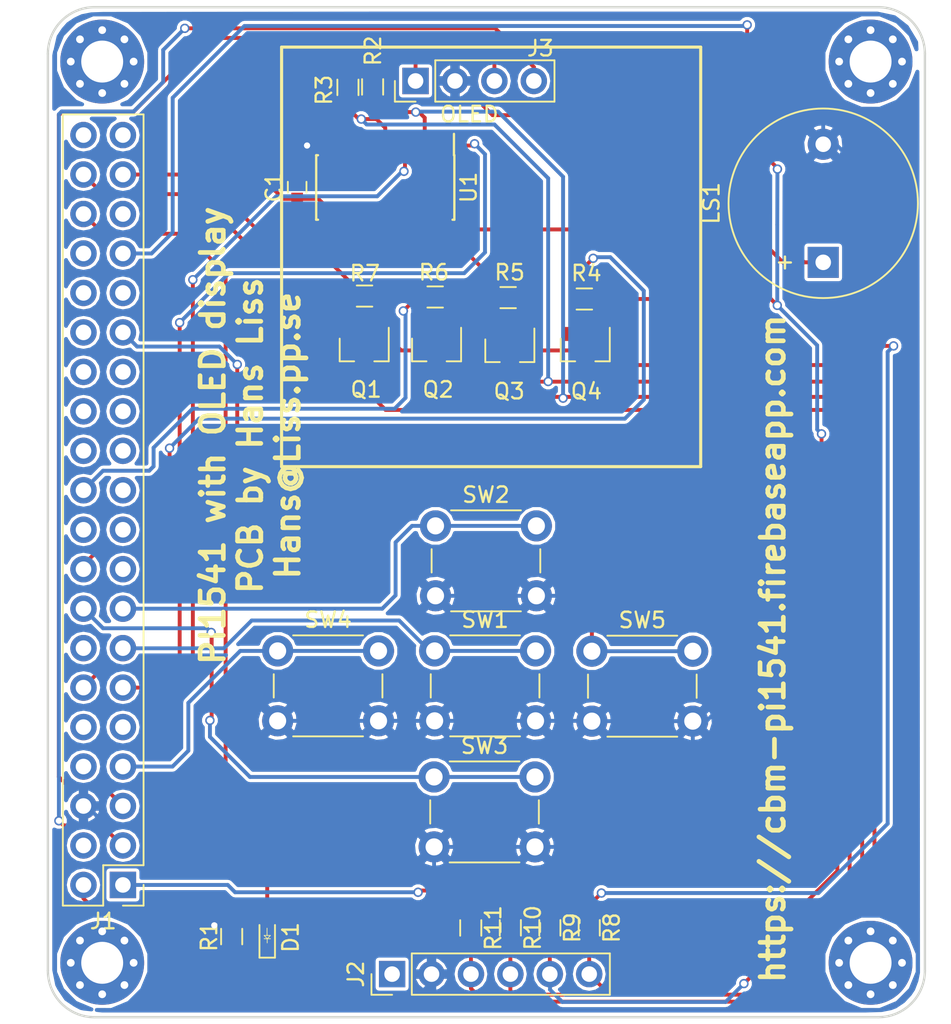
<source format=kicad_pcb>
(kicad_pcb (version 4) (host pcbnew 4.0.7)

  (general
    (links 70)
    (no_connects 0)
    (area 84.924999 79.924999 141.575001 145.075001)
    (thickness 1.6)
    (drawings 21)
    (tracks 393)
    (zones 0)
    (modules 31)
    (nets 24)
  )

  (page A4)
  (layers
    (0 F.Cu signal)
    (31 B.Cu signal)
    (32 B.Adhes user)
    (33 F.Adhes user)
    (34 B.Paste user)
    (35 F.Paste user)
    (36 B.SilkS user)
    (37 F.SilkS user)
    (38 B.Mask user)
    (39 F.Mask user)
    (40 Dwgs.User user)
    (41 Cmts.User user)
    (42 Eco1.User user)
    (43 Eco2.User user)
    (44 Edge.Cuts user)
    (45 Margin user)
    (46 B.CrtYd user)
    (47 F.CrtYd user)
    (48 B.Fab user)
    (49 F.Fab user)
  )

  (setup
    (last_trace_width 0.25)
    (trace_clearance 0.2)
    (zone_clearance 0.208)
    (zone_45_only no)
    (trace_min 0.2)
    (segment_width 0.2)
    (edge_width 0.15)
    (via_size 0.6)
    (via_drill 0.4)
    (via_min_size 0.4)
    (via_min_drill 0.3)
    (uvia_size 0.3)
    (uvia_drill 0.1)
    (uvias_allowed no)
    (uvia_min_size 0.2)
    (uvia_min_drill 0.1)
    (pcb_text_width 0.3)
    (pcb_text_size 1.5 1.5)
    (mod_edge_width 0.15)
    (mod_text_size 1 1)
    (mod_text_width 0.15)
    (pad_size 1.524 1.524)
    (pad_drill 0.762)
    (pad_to_mask_clearance 0.2)
    (aux_axis_origin 0 0)
    (visible_elements 7FFFFFFF)
    (pcbplotparams
      (layerselection 0x3f0fc_80000001)
      (usegerberextensions false)
      (excludeedgelayer true)
      (linewidth 0.100000)
      (plotframeref false)
      (viasonmask false)
      (mode 1)
      (useauxorigin false)
      (hpglpennumber 1)
      (hpglpenspeed 20)
      (hpglpendiameter 15)
      (hpglpenoverlay 2)
      (psnegative false)
      (psa4output false)
      (plotreference true)
      (plotvalue true)
      (plotinvisibletext false)
      (padsonsilk false)
      (subtractmaskfromsilk false)
      (outputformat 1)
      (mirror false)
      (drillshape 0)
      (scaleselection 1)
      (outputdirectory Gerber/))
  )

  (net 0 "")
  (net 1 GND)
  (net 2 +3V3)
  (net 3 "Net-(D1-Pad2)")
  (net 4 "Net-(D1-Pad1)")
  (net 5 /ATN)
  (net 6 /RST)
  (net 7 /SCL)
  (net 8 /SDA)
  (net 9 "Net-(J1-Pad33)")
  (net 10 "Net-(J1-Pad38)")
  (net 11 /IN_DATA)
  (net 12 /IN_CLK)
  (net 13 "Net-(J1-Pad18)")
  (net 14 "Net-(J1-Pad13)")
  (net 15 "Net-(J1-Pad15)")
  (net 16 "Net-(J1-Pad16)")
  (net 17 "Net-(J1-Pad7)")
  (net 18 "Net-(J1-Pad29)")
  (net 19 +5V)
  (net 20 /CLK_L)
  (net 21 /DATA_L)
  (net 22 /CLK_H)
  (net 23 /DATA_H)

  (net_class Default "This is the default net class."
    (clearance 0.2)
    (trace_width 0.25)
    (via_dia 0.6)
    (via_drill 0.4)
    (uvia_dia 0.3)
    (uvia_drill 0.1)
    (add_net +3V3)
    (add_net +5V)
    (add_net /ATN)
    (add_net /CLK_H)
    (add_net /CLK_L)
    (add_net /DATA_H)
    (add_net /DATA_L)
    (add_net /IN_CLK)
    (add_net /IN_DATA)
    (add_net /RST)
    (add_net /SCL)
    (add_net /SDA)
    (add_net GND)
    (add_net "Net-(D1-Pad1)")
    (add_net "Net-(D1-Pad2)")
    (add_net "Net-(J1-Pad13)")
    (add_net "Net-(J1-Pad15)")
    (add_net "Net-(J1-Pad16)")
    (add_net "Net-(J1-Pad18)")
    (add_net "Net-(J1-Pad29)")
    (add_net "Net-(J1-Pad33)")
    (add_net "Net-(J1-Pad38)")
    (add_net "Net-(J1-Pad7)")
  )

  (module LEDs:LED_0603 (layer F.Cu) (tedit 5B4464D9) (tstamp 5B3E8233)
    (at 99.13112 139.86764 90)
    (descr "LED 0603 smd package")
    (tags "LED led 0603 SMD smd SMT smt smdled SMDLED smtled SMTLED")
    (path /5B3EB255)
    (attr smd)
    (fp_text reference D1 (at 0 1.50876 90) (layer F.SilkS)
      (effects (font (size 1 1) (thickness 0.15)))
    )
    (fp_text value LED (at -2.794 0.22352 90) (layer F.Fab)
      (effects (font (size 1 1) (thickness 0.15)))
    )
    (fp_line (start -1.3 -0.5) (end -1.3 0.5) (layer F.SilkS) (width 0.12))
    (fp_line (start -0.2 -0.2) (end -0.2 0.2) (layer F.Fab) (width 0.1))
    (fp_line (start -0.15 0) (end 0.15 -0.2) (layer F.Fab) (width 0.1))
    (fp_line (start 0.15 0.2) (end -0.15 0) (layer F.Fab) (width 0.1))
    (fp_line (start 0.15 -0.2) (end 0.15 0.2) (layer F.Fab) (width 0.1))
    (fp_line (start 0.8 0.4) (end -0.8 0.4) (layer F.Fab) (width 0.1))
    (fp_line (start 0.8 -0.4) (end 0.8 0.4) (layer F.Fab) (width 0.1))
    (fp_line (start -0.8 -0.4) (end 0.8 -0.4) (layer F.Fab) (width 0.1))
    (fp_line (start -0.8 0.4) (end -0.8 -0.4) (layer F.Fab) (width 0.1))
    (fp_line (start -1.3 0.5) (end 0.8 0.5) (layer F.SilkS) (width 0.12))
    (fp_line (start -1.3 -0.5) (end 0.8 -0.5) (layer F.SilkS) (width 0.12))
    (fp_line (start 1.45 -0.65) (end 1.45 0.65) (layer F.CrtYd) (width 0.05))
    (fp_line (start 1.45 0.65) (end -1.45 0.65) (layer F.CrtYd) (width 0.05))
    (fp_line (start -1.45 0.65) (end -1.45 -0.65) (layer F.CrtYd) (width 0.05))
    (fp_line (start -1.45 -0.65) (end 1.45 -0.65) (layer F.CrtYd) (width 0.05))
    (pad 2 smd rect (at 0.8 0 270) (size 0.8 0.8) (layers F.Cu F.Paste F.Mask)
      (net 3 "Net-(D1-Pad2)"))
    (pad 1 smd rect (at -0.8 0 270) (size 0.8 0.8) (layers F.Cu F.Paste F.Mask)
      (net 4 "Net-(D1-Pad1)"))
    (model ${KISYS3DMOD}/LEDs.3dshapes/LED_0603.wrl
      (at (xyz 0 0 0))
      (scale (xyz 1 1 1))
      (rotate (xyz 0 0 180))
    )
  )

  (module Pin_Headers:Pin_Header_Straight_1x06_Pitch2.54mm (layer F.Cu) (tedit 59650532) (tstamp 5B3E823D)
    (at 107.1753 142.2273 90)
    (descr "Through hole straight pin header, 1x06, 2.54mm pitch, single row")
    (tags "Through hole pin header THT 1x06 2.54mm single row")
    (path /5B3E8CF4)
    (fp_text reference J2 (at 0 -2.33 90) (layer F.SilkS)
      (effects (font (size 1 1) (thickness 0.15)))
    )
    (fp_text value DIN (at 0 15.03 90) (layer F.Fab)
      (effects (font (size 1 1) (thickness 0.15)))
    )
    (fp_line (start -0.635 -1.27) (end 1.27 -1.27) (layer F.Fab) (width 0.1))
    (fp_line (start 1.27 -1.27) (end 1.27 13.97) (layer F.Fab) (width 0.1))
    (fp_line (start 1.27 13.97) (end -1.27 13.97) (layer F.Fab) (width 0.1))
    (fp_line (start -1.27 13.97) (end -1.27 -0.635) (layer F.Fab) (width 0.1))
    (fp_line (start -1.27 -0.635) (end -0.635 -1.27) (layer F.Fab) (width 0.1))
    (fp_line (start -1.33 14.03) (end 1.33 14.03) (layer F.SilkS) (width 0.12))
    (fp_line (start -1.33 1.27) (end -1.33 14.03) (layer F.SilkS) (width 0.12))
    (fp_line (start 1.33 1.27) (end 1.33 14.03) (layer F.SilkS) (width 0.12))
    (fp_line (start -1.33 1.27) (end 1.33 1.27) (layer F.SilkS) (width 0.12))
    (fp_line (start -1.33 0) (end -1.33 -1.33) (layer F.SilkS) (width 0.12))
    (fp_line (start -1.33 -1.33) (end 0 -1.33) (layer F.SilkS) (width 0.12))
    (fp_line (start -1.8 -1.8) (end -1.8 14.5) (layer F.CrtYd) (width 0.05))
    (fp_line (start -1.8 14.5) (end 1.8 14.5) (layer F.CrtYd) (width 0.05))
    (fp_line (start 1.8 14.5) (end 1.8 -1.8) (layer F.CrtYd) (width 0.05))
    (fp_line (start 1.8 -1.8) (end -1.8 -1.8) (layer F.CrtYd) (width 0.05))
    (fp_text user %R (at 0 6.35 180) (layer F.Fab)
      (effects (font (size 1 1) (thickness 0.15)))
    )
    (pad 1 thru_hole rect (at 0 0 90) (size 1.7 1.7) (drill 1) (layers *.Cu *.Mask))
    (pad 2 thru_hole oval (at 0 2.54 90) (size 1.7 1.7) (drill 1) (layers *.Cu *.Mask)
      (net 1 GND))
    (pad 3 thru_hole oval (at 0 5.08 90) (size 1.7 1.7) (drill 1) (layers *.Cu *.Mask)
      (net 5 /ATN))
    (pad 4 thru_hole oval (at 0 7.62 90) (size 1.7 1.7) (drill 1) (layers *.Cu *.Mask)
      (net 22 /CLK_H))
    (pad 5 thru_hole oval (at 0 10.16 90) (size 1.7 1.7) (drill 1) (layers *.Cu *.Mask)
      (net 23 /DATA_H))
    (pad 6 thru_hole oval (at 0 12.7 90) (size 1.7 1.7) (drill 1) (layers *.Cu *.Mask)
      (net 6 /RST))
    (model ${KISYS3DMOD}/Pin_Headers.3dshapes/Pin_Header_Straight_1x06_Pitch2.54mm.wrl
      (at (xyz 0 0 0))
      (scale (xyz 1 1 1))
      (rotate (xyz 0 0 0))
    )
  )

  (module Pin_Headers:Pin_Header_Straight_1x04_Pitch2.54mm (layer F.Cu) (tedit 5B5D84DD) (tstamp 5B3E8245)
    (at 108.6866 84.7471 90)
    (descr "Through hole straight pin header, 1x04, 2.54mm pitch, single row")
    (tags "Through hole pin header THT 1x04 2.54mm single row")
    (path /5B3EC08D)
    (fp_text reference J3 (at 2.0971 8.0434 180) (layer F.SilkS)
      (effects (font (size 1 1) (thickness 0.15)))
    )
    (fp_text value OLED (at 0 9.95 90) (layer F.Fab)
      (effects (font (size 1 1) (thickness 0.15)))
    )
    (fp_line (start -0.635 -1.27) (end 1.27 -1.27) (layer F.Fab) (width 0.1))
    (fp_line (start 1.27 -1.27) (end 1.27 8.89) (layer F.Fab) (width 0.1))
    (fp_line (start 1.27 8.89) (end -1.27 8.89) (layer F.Fab) (width 0.1))
    (fp_line (start -1.27 8.89) (end -1.27 -0.635) (layer F.Fab) (width 0.1))
    (fp_line (start -1.27 -0.635) (end -0.635 -1.27) (layer F.Fab) (width 0.1))
    (fp_line (start -1.33 8.95) (end 1.33 8.95) (layer F.SilkS) (width 0.12))
    (fp_line (start -1.33 1.27) (end -1.33 8.95) (layer F.SilkS) (width 0.12))
    (fp_line (start 1.33 1.27) (end 1.33 8.95) (layer F.SilkS) (width 0.12))
    (fp_line (start -1.33 1.27) (end 1.33 1.27) (layer F.SilkS) (width 0.12))
    (fp_line (start -1.33 0) (end -1.33 -1.33) (layer F.SilkS) (width 0.12))
    (fp_line (start -1.33 -1.33) (end 0 -1.33) (layer F.SilkS) (width 0.12))
    (fp_line (start -1.8 -1.8) (end -1.8 9.4) (layer F.CrtYd) (width 0.05))
    (fp_line (start -1.8 9.4) (end 1.8 9.4) (layer F.CrtYd) (width 0.05))
    (fp_line (start 1.8 9.4) (end 1.8 -1.8) (layer F.CrtYd) (width 0.05))
    (fp_line (start 1.8 -1.8) (end -1.8 -1.8) (layer F.CrtYd) (width 0.05))
    (fp_text user %R (at 0 3.81 180) (layer F.Fab)
      (effects (font (size 1 1) (thickness 0.15)))
    )
    (pad 1 thru_hole rect (at 0 0 90) (size 1.7 1.7) (drill 1) (layers *.Cu *.Mask)
      (net 2 +3V3))
    (pad 2 thru_hole oval (at 0 2.54 90) (size 1.7 1.7) (drill 1) (layers *.Cu *.Mask)
      (net 1 GND))
    (pad 3 thru_hole oval (at 0 5.08 90) (size 1.7 1.7) (drill 1) (layers *.Cu *.Mask)
      (net 7 /SCL))
    (pad 4 thru_hole oval (at 0 7.62 90) (size 1.7 1.7) (drill 1) (layers *.Cu *.Mask)
      (net 8 /SDA))
    (model ${KISYS3DMOD}/Pin_Headers.3dshapes/Pin_Header_Straight_1x04_Pitch2.54mm.wrl
      (at (xyz 0 0 0))
      (scale (xyz 1 1 1))
      (rotate (xyz 0 0 0))
    )
  )

  (module TO_SOT_Packages_SMD:SOT-23 (layer F.Cu) (tedit 5B5D84F5) (tstamp 5B3E8252)
    (at 105.38 102.03 270)
    (descr "SOT-23, Standard")
    (tags SOT-23)
    (path /5B3E78D0)
    (attr smd)
    (fp_text reference Q1 (at 2.58 -0.12 360) (layer F.SilkS)
      (effects (font (size 1 1) (thickness 0.15)))
    )
    (fp_text value BSS138 (at -2.97942 -0.66802 360) (layer F.Fab)
      (effects (font (size 1 1) (thickness 0.15)))
    )
    (fp_text user %R (at 0 0 360) (layer F.Fab)
      (effects (font (size 0.5 0.5) (thickness 0.075)))
    )
    (fp_line (start -0.7 -0.95) (end -0.7 1.5) (layer F.Fab) (width 0.1))
    (fp_line (start -0.15 -1.52) (end 0.7 -1.52) (layer F.Fab) (width 0.1))
    (fp_line (start -0.7 -0.95) (end -0.15 -1.52) (layer F.Fab) (width 0.1))
    (fp_line (start 0.7 -1.52) (end 0.7 1.52) (layer F.Fab) (width 0.1))
    (fp_line (start -0.7 1.52) (end 0.7 1.52) (layer F.Fab) (width 0.1))
    (fp_line (start 0.76 1.58) (end 0.76 0.65) (layer F.SilkS) (width 0.12))
    (fp_line (start 0.76 -1.58) (end 0.76 -0.65) (layer F.SilkS) (width 0.12))
    (fp_line (start -1.7 -1.75) (end 1.7 -1.75) (layer F.CrtYd) (width 0.05))
    (fp_line (start 1.7 -1.75) (end 1.7 1.75) (layer F.CrtYd) (width 0.05))
    (fp_line (start 1.7 1.75) (end -1.7 1.75) (layer F.CrtYd) (width 0.05))
    (fp_line (start -1.7 1.75) (end -1.7 -1.75) (layer F.CrtYd) (width 0.05))
    (fp_line (start 0.76 -1.58) (end -1.4 -1.58) (layer F.SilkS) (width 0.12))
    (fp_line (start 0.76 1.58) (end -0.7 1.58) (layer F.SilkS) (width 0.12))
    (pad 1 smd rect (at -1 -0.95 270) (size 0.9 0.8) (layers F.Cu F.Paste F.Mask)
      (net 2 +3V3))
    (pad 2 smd rect (at -1 0.95 270) (size 0.9 0.8) (layers F.Cu F.Paste F.Mask)
      (net 10 "Net-(J1-Pad38)"))
    (pad 3 smd rect (at 1 0 270) (size 0.9 0.8) (layers F.Cu F.Paste F.Mask)
      (net 6 /RST))
    (model ${KISYS3DMOD}/TO_SOT_Packages_SMD.3dshapes/SOT-23.wrl
      (at (xyz 0 0 0))
      (scale (xyz 1 1 1))
      (rotate (xyz 0 0 0))
    )
  )

  (module TO_SOT_Packages_SMD:SOT-23 (layer F.Cu) (tedit 5B5D84FD) (tstamp 5B3E8259)
    (at 110.04 102.03 270)
    (descr "SOT-23, Standard")
    (tags SOT-23)
    (path /5B3E7E64)
    (attr smd)
    (fp_text reference Q2 (at 2.58 -0.1 360) (layer F.SilkS)
      (effects (font (size 1 1) (thickness 0.15)))
    )
    (fp_text value BSS138 (at 2.88798 -0.66802 360) (layer F.Fab)
      (effects (font (size 1 1) (thickness 0.15)))
    )
    (fp_text user %R (at 0 0 360) (layer F.Fab)
      (effects (font (size 0.5 0.5) (thickness 0.075)))
    )
    (fp_line (start -0.7 -0.95) (end -0.7 1.5) (layer F.Fab) (width 0.1))
    (fp_line (start -0.15 -1.52) (end 0.7 -1.52) (layer F.Fab) (width 0.1))
    (fp_line (start -0.7 -0.95) (end -0.15 -1.52) (layer F.Fab) (width 0.1))
    (fp_line (start 0.7 -1.52) (end 0.7 1.52) (layer F.Fab) (width 0.1))
    (fp_line (start -0.7 1.52) (end 0.7 1.52) (layer F.Fab) (width 0.1))
    (fp_line (start 0.76 1.58) (end 0.76 0.65) (layer F.SilkS) (width 0.12))
    (fp_line (start 0.76 -1.58) (end 0.76 -0.65) (layer F.SilkS) (width 0.12))
    (fp_line (start -1.7 -1.75) (end 1.7 -1.75) (layer F.CrtYd) (width 0.05))
    (fp_line (start 1.7 -1.75) (end 1.7 1.75) (layer F.CrtYd) (width 0.05))
    (fp_line (start 1.7 1.75) (end -1.7 1.75) (layer F.CrtYd) (width 0.05))
    (fp_line (start -1.7 1.75) (end -1.7 -1.75) (layer F.CrtYd) (width 0.05))
    (fp_line (start 0.76 -1.58) (end -1.4 -1.58) (layer F.SilkS) (width 0.12))
    (fp_line (start 0.76 1.58) (end -0.7 1.58) (layer F.SilkS) (width 0.12))
    (pad 1 smd rect (at -1 -0.95 270) (size 0.9 0.8) (layers F.Cu F.Paste F.Mask)
      (net 2 +3V3))
    (pad 2 smd rect (at -1 0.95 270) (size 0.9 0.8) (layers F.Cu F.Paste F.Mask)
      (net 11 /IN_DATA))
    (pad 3 smd rect (at 1 0 270) (size 0.9 0.8) (layers F.Cu F.Paste F.Mask)
      (net 23 /DATA_H))
    (model ${KISYS3DMOD}/TO_SOT_Packages_SMD.3dshapes/SOT-23.wrl
      (at (xyz 0 0 0))
      (scale (xyz 1 1 1))
      (rotate (xyz 0 0 0))
    )
  )

  (module TO_SOT_Packages_SMD:SOT-23 (layer F.Cu) (tedit 5B5D8506) (tstamp 5B3E8260)
    (at 114.76 102.08 270)
    (descr "SOT-23, Standard")
    (tags SOT-23)
    (path /5B3E7EA8)
    (attr smd)
    (fp_text reference Q3 (at 2.64 0.04 360) (layer F.SilkS)
      (effects (font (size 1 1) (thickness 0.15)))
    )
    (fp_text value BSS138 (at -2.86766 0.56134 360) (layer F.Fab)
      (effects (font (size 1 1) (thickness 0.15)))
    )
    (fp_text user %R (at 0 0 360) (layer F.Fab)
      (effects (font (size 0.5 0.5) (thickness 0.075)))
    )
    (fp_line (start -0.7 -0.95) (end -0.7 1.5) (layer F.Fab) (width 0.1))
    (fp_line (start -0.15 -1.52) (end 0.7 -1.52) (layer F.Fab) (width 0.1))
    (fp_line (start -0.7 -0.95) (end -0.15 -1.52) (layer F.Fab) (width 0.1))
    (fp_line (start 0.7 -1.52) (end 0.7 1.52) (layer F.Fab) (width 0.1))
    (fp_line (start -0.7 1.52) (end 0.7 1.52) (layer F.Fab) (width 0.1))
    (fp_line (start 0.76 1.58) (end 0.76 0.65) (layer F.SilkS) (width 0.12))
    (fp_line (start 0.76 -1.58) (end 0.76 -0.65) (layer F.SilkS) (width 0.12))
    (fp_line (start -1.7 -1.75) (end 1.7 -1.75) (layer F.CrtYd) (width 0.05))
    (fp_line (start 1.7 -1.75) (end 1.7 1.75) (layer F.CrtYd) (width 0.05))
    (fp_line (start 1.7 1.75) (end -1.7 1.75) (layer F.CrtYd) (width 0.05))
    (fp_line (start -1.7 1.75) (end -1.7 -1.75) (layer F.CrtYd) (width 0.05))
    (fp_line (start 0.76 -1.58) (end -1.4 -1.58) (layer F.SilkS) (width 0.12))
    (fp_line (start 0.76 1.58) (end -0.7 1.58) (layer F.SilkS) (width 0.12))
    (pad 1 smd rect (at -1 -0.95 270) (size 0.9 0.8) (layers F.Cu F.Paste F.Mask)
      (net 2 +3V3))
    (pad 2 smd rect (at -1 0.95 270) (size 0.9 0.8) (layers F.Cu F.Paste F.Mask)
      (net 12 /IN_CLK))
    (pad 3 smd rect (at 1 0 270) (size 0.9 0.8) (layers F.Cu F.Paste F.Mask)
      (net 22 /CLK_H))
    (model ${KISYS3DMOD}/TO_SOT_Packages_SMD.3dshapes/SOT-23.wrl
      (at (xyz 0 0 0))
      (scale (xyz 1 1 1))
      (rotate (xyz 0 0 0))
    )
  )

  (module TO_SOT_Packages_SMD:SOT-23 (layer F.Cu) (tedit 5B5D850B) (tstamp 5B3E8267)
    (at 119.62 102.03 270)
    (descr "SOT-23, Standard")
    (tags SOT-23)
    (path /5B3E7F87)
    (attr smd)
    (fp_text reference Q4 (at 2.69 -0.07 360) (layer F.SilkS)
      (effects (font (size 1 1) (thickness 0.15)))
    )
    (fp_text value BSS138 (at 2.88798 0.84074 360) (layer F.Fab)
      (effects (font (size 1 1) (thickness 0.15)))
    )
    (fp_text user %R (at 0 0 360) (layer F.Fab)
      (effects (font (size 0.5 0.5) (thickness 0.075)))
    )
    (fp_line (start -0.7 -0.95) (end -0.7 1.5) (layer F.Fab) (width 0.1))
    (fp_line (start -0.15 -1.52) (end 0.7 -1.52) (layer F.Fab) (width 0.1))
    (fp_line (start -0.7 -0.95) (end -0.15 -1.52) (layer F.Fab) (width 0.1))
    (fp_line (start 0.7 -1.52) (end 0.7 1.52) (layer F.Fab) (width 0.1))
    (fp_line (start -0.7 1.52) (end 0.7 1.52) (layer F.Fab) (width 0.1))
    (fp_line (start 0.76 1.58) (end 0.76 0.65) (layer F.SilkS) (width 0.12))
    (fp_line (start 0.76 -1.58) (end 0.76 -0.65) (layer F.SilkS) (width 0.12))
    (fp_line (start -1.7 -1.75) (end 1.7 -1.75) (layer F.CrtYd) (width 0.05))
    (fp_line (start 1.7 -1.75) (end 1.7 1.75) (layer F.CrtYd) (width 0.05))
    (fp_line (start 1.7 1.75) (end -1.7 1.75) (layer F.CrtYd) (width 0.05))
    (fp_line (start -1.7 1.75) (end -1.7 -1.75) (layer F.CrtYd) (width 0.05))
    (fp_line (start 0.76 -1.58) (end -1.4 -1.58) (layer F.SilkS) (width 0.12))
    (fp_line (start 0.76 1.58) (end -0.7 1.58) (layer F.SilkS) (width 0.12))
    (pad 1 smd rect (at -1 -0.95 270) (size 0.9 0.8) (layers F.Cu F.Paste F.Mask)
      (net 2 +3V3))
    (pad 2 smd rect (at -1 0.95 270) (size 0.9 0.8) (layers F.Cu F.Paste F.Mask)
      (net 13 "Net-(J1-Pad18)"))
    (pad 3 smd rect (at 1 0 270) (size 0.9 0.8) (layers F.Cu F.Paste F.Mask)
      (net 5 /ATN))
    (model ${KISYS3DMOD}/TO_SOT_Packages_SMD.3dshapes/SOT-23.wrl
      (at (xyz 0 0 0))
      (scale (xyz 1 1 1))
      (rotate (xyz 0 0 0))
    )
  )

  (module Resistors_SMD:R_0603 (layer F.Cu) (tedit 5B4464CC) (tstamp 5B3E826D)
    (at 96.84004 139.81176 90)
    (descr "Resistor SMD 0603, reflow soldering, Vishay (see dcrcw.pdf)")
    (tags "resistor 0603")
    (path /5B3EB324)
    (attr smd)
    (fp_text reference R1 (at 0 -1.45 90) (layer F.SilkS)
      (effects (font (size 1 1) (thickness 0.15)))
    )
    (fp_text value 100 (at -2.794 -0.11176 90) (layer F.Fab)
      (effects (font (size 1 1) (thickness 0.15)))
    )
    (fp_text user %R (at 0 0 90) (layer F.Fab)
      (effects (font (size 0.4 0.4) (thickness 0.075)))
    )
    (fp_line (start -0.8 0.4) (end -0.8 -0.4) (layer F.Fab) (width 0.1))
    (fp_line (start 0.8 0.4) (end -0.8 0.4) (layer F.Fab) (width 0.1))
    (fp_line (start 0.8 -0.4) (end 0.8 0.4) (layer F.Fab) (width 0.1))
    (fp_line (start -0.8 -0.4) (end 0.8 -0.4) (layer F.Fab) (width 0.1))
    (fp_line (start 0.5 0.68) (end -0.5 0.68) (layer F.SilkS) (width 0.12))
    (fp_line (start -0.5 -0.68) (end 0.5 -0.68) (layer F.SilkS) (width 0.12))
    (fp_line (start -1.25 -0.7) (end 1.25 -0.7) (layer F.CrtYd) (width 0.05))
    (fp_line (start -1.25 -0.7) (end -1.25 0.7) (layer F.CrtYd) (width 0.05))
    (fp_line (start 1.25 0.7) (end 1.25 -0.7) (layer F.CrtYd) (width 0.05))
    (fp_line (start 1.25 0.7) (end -1.25 0.7) (layer F.CrtYd) (width 0.05))
    (pad 1 smd rect (at -0.75 0 90) (size 0.5 0.9) (layers F.Cu F.Paste F.Mask)
      (net 4 "Net-(D1-Pad1)"))
    (pad 2 smd rect (at 0.75 0 90) (size 0.5 0.9) (layers F.Cu F.Paste F.Mask)
      (net 1 GND))
    (model ${KISYS3DMOD}/Resistors_SMD.3dshapes/R_0603.wrl
      (at (xyz 0 0 0))
      (scale (xyz 1 1 1))
      (rotate (xyz 0 0 0))
    )
  )

  (module Resistors_SMD:R_0603 (layer F.Cu) (tedit 5B5D84A1) (tstamp 5B3E8273)
    (at 105.92 85.13 270)
    (descr "Resistor SMD 0603, reflow soldering, Vishay (see dcrcw.pdf)")
    (tags "resistor 0603")
    (path /5B3E8C54)
    (attr smd)
    (fp_text reference R2 (at -2.32 -0.03 270) (layer F.SilkS)
      (effects (font (size 1 1) (thickness 0.15)))
    )
    (fp_text value 1k (at 2.4511 -0.08382 270) (layer F.Fab)
      (effects (font (size 1 1) (thickness 0.15)))
    )
    (fp_text user %R (at 0 0 270) (layer F.Fab)
      (effects (font (size 0.4 0.4) (thickness 0.075)))
    )
    (fp_line (start -0.8 0.4) (end -0.8 -0.4) (layer F.Fab) (width 0.1))
    (fp_line (start 0.8 0.4) (end -0.8 0.4) (layer F.Fab) (width 0.1))
    (fp_line (start 0.8 -0.4) (end 0.8 0.4) (layer F.Fab) (width 0.1))
    (fp_line (start -0.8 -0.4) (end 0.8 -0.4) (layer F.Fab) (width 0.1))
    (fp_line (start 0.5 0.68) (end -0.5 0.68) (layer F.SilkS) (width 0.12))
    (fp_line (start -0.5 -0.68) (end 0.5 -0.68) (layer F.SilkS) (width 0.12))
    (fp_line (start -1.25 -0.7) (end 1.25 -0.7) (layer F.CrtYd) (width 0.05))
    (fp_line (start -1.25 -0.7) (end -1.25 0.7) (layer F.CrtYd) (width 0.05))
    (fp_line (start 1.25 0.7) (end 1.25 -0.7) (layer F.CrtYd) (width 0.05))
    (fp_line (start 1.25 0.7) (end -1.25 0.7) (layer F.CrtYd) (width 0.05))
    (pad 1 smd rect (at -0.75 0 270) (size 0.5 0.9) (layers F.Cu F.Paste F.Mask)
      (net 19 +5V))
    (pad 2 smd rect (at 0.75 0 270) (size 0.5 0.9) (layers F.Cu F.Paste F.Mask)
      (net 23 /DATA_H))
    (model ${KISYS3DMOD}/Resistors_SMD.3dshapes/R_0603.wrl
      (at (xyz 0 0 0))
      (scale (xyz 1 1 1))
      (rotate (xyz 0 0 0))
    )
  )

  (module Resistors_SMD:R_0603 (layer F.Cu) (tedit 5B446464) (tstamp 5B3E8279)
    (at 104.33 85.16 270)
    (descr "Resistor SMD 0603, reflow soldering, Vishay (see dcrcw.pdf)")
    (tags "resistor 0603")
    (path /5B3E92C6)
    (attr smd)
    (fp_text reference R3 (at 0.17526 1.5367 270) (layer F.SilkS)
      (effects (font (size 1 1) (thickness 0.15)))
    )
    (fp_text value 1k (at 2.5781 0.08382 270) (layer F.Fab)
      (effects (font (size 1 1) (thickness 0.15)))
    )
    (fp_text user %R (at 0 0 270) (layer F.Fab)
      (effects (font (size 0.4 0.4) (thickness 0.075)))
    )
    (fp_line (start -0.8 0.4) (end -0.8 -0.4) (layer F.Fab) (width 0.1))
    (fp_line (start 0.8 0.4) (end -0.8 0.4) (layer F.Fab) (width 0.1))
    (fp_line (start 0.8 -0.4) (end 0.8 0.4) (layer F.Fab) (width 0.1))
    (fp_line (start -0.8 -0.4) (end 0.8 -0.4) (layer F.Fab) (width 0.1))
    (fp_line (start 0.5 0.68) (end -0.5 0.68) (layer F.SilkS) (width 0.12))
    (fp_line (start -0.5 -0.68) (end 0.5 -0.68) (layer F.SilkS) (width 0.12))
    (fp_line (start -1.25 -0.7) (end 1.25 -0.7) (layer F.CrtYd) (width 0.05))
    (fp_line (start -1.25 -0.7) (end -1.25 0.7) (layer F.CrtYd) (width 0.05))
    (fp_line (start 1.25 0.7) (end 1.25 -0.7) (layer F.CrtYd) (width 0.05))
    (fp_line (start 1.25 0.7) (end -1.25 0.7) (layer F.CrtYd) (width 0.05))
    (pad 1 smd rect (at -0.75 0 270) (size 0.5 0.9) (layers F.Cu F.Paste F.Mask)
      (net 19 +5V))
    (pad 2 smd rect (at 0.75 0 270) (size 0.5 0.9) (layers F.Cu F.Paste F.Mask)
      (net 22 /CLK_H))
    (model ${KISYS3DMOD}/Resistors_SMD.3dshapes/R_0603.wrl
      (at (xyz 0 0 0))
      (scale (xyz 1 1 1))
      (rotate (xyz 0 0 0))
    )
  )

  (module Buttons_Switches_THT:SW_PUSH_6mm (layer F.Cu) (tedit 5B445D14) (tstamp 5B3E829D)
    (at 109.91596 121.42724)
    (descr https://www.omron.com/ecb/products/pdf/en-b3f.pdf)
    (tags "tact sw push 6mm")
    (path /5B3EA219)
    (fp_text reference SW1 (at 3.25 -2) (layer F.SilkS)
      (effects (font (size 1 1) (thickness 0.15)))
    )
    (fp_text value SW_Push (at 3.75 6.7) (layer F.Fab)
      (effects (font (size 1 1) (thickness 0.15)))
    )
    (fp_text user %R (at 3.25 2.25) (layer F.Fab)
      (effects (font (size 1 1) (thickness 0.15)))
    )
    (fp_line (start 3.25 -0.75) (end 6.25 -0.75) (layer F.Fab) (width 0.1))
    (fp_line (start 6.25 -0.75) (end 6.25 5.25) (layer F.Fab) (width 0.1))
    (fp_line (start 6.25 5.25) (end 0.25 5.25) (layer F.Fab) (width 0.1))
    (fp_line (start 0.25 5.25) (end 0.25 -0.75) (layer F.Fab) (width 0.1))
    (fp_line (start 0.25 -0.75) (end 3.25 -0.75) (layer F.Fab) (width 0.1))
    (fp_line (start 7.75 6) (end 8 6) (layer F.CrtYd) (width 0.05))
    (fp_line (start 8 6) (end 8 5.75) (layer F.CrtYd) (width 0.05))
    (fp_line (start 7.75 -1.5) (end 8 -1.5) (layer F.CrtYd) (width 0.05))
    (fp_line (start 8 -1.5) (end 8 -1.25) (layer F.CrtYd) (width 0.05))
    (fp_line (start -1.5 -1.25) (end -1.5 -1.5) (layer F.CrtYd) (width 0.05))
    (fp_line (start -1.5 -1.5) (end -1.25 -1.5) (layer F.CrtYd) (width 0.05))
    (fp_line (start -1.5 5.75) (end -1.5 6) (layer F.CrtYd) (width 0.05))
    (fp_line (start -1.5 6) (end -1.25 6) (layer F.CrtYd) (width 0.05))
    (fp_line (start -1.25 -1.5) (end 7.75 -1.5) (layer F.CrtYd) (width 0.05))
    (fp_line (start -1.5 5.75) (end -1.5 -1.25) (layer F.CrtYd) (width 0.05))
    (fp_line (start 7.75 6) (end -1.25 6) (layer F.CrtYd) (width 0.05))
    (fp_line (start 8 -1.25) (end 8 5.75) (layer F.CrtYd) (width 0.05))
    (fp_line (start 1 5.5) (end 5.5 5.5) (layer F.SilkS) (width 0.12))
    (fp_line (start -0.25 1.5) (end -0.25 3) (layer F.SilkS) (width 0.12))
    (fp_line (start 5.5 -1) (end 1 -1) (layer F.SilkS) (width 0.12))
    (fp_line (start 6.75 3) (end 6.75 1.5) (layer F.SilkS) (width 0.12))
    (fp_circle (center 3.25 2.25) (end 1.25 2.5) (layer F.Fab) (width 0.1))
    (pad 2 thru_hole circle (at 0 4.5 90) (size 2 2) (drill 1.1) (layers *.Cu *.Mask)
      (net 1 GND))
    (pad 1 thru_hole circle (at 0 0 90) (size 2 2) (drill 1.1) (layers *.Cu *.Mask)
      (net 14 "Net-(J1-Pad13)"))
    (pad 2 thru_hole circle (at 6.5 4.5 90) (size 2 2) (drill 1.1) (layers *.Cu *.Mask)
      (net 1 GND))
    (pad 1 thru_hole circle (at 6.5 0 90) (size 2 2) (drill 1.1) (layers *.Cu *.Mask)
      (net 14 "Net-(J1-Pad13)"))
    (model ${KISYS3DMOD}/Buttons_Switches_THT.3dshapes/SW_PUSH_6mm.wrl
      (at (xyz 0.005 0 0))
      (scale (xyz 0.3937 0.3937 0.3937))
      (rotate (xyz 0 0 0))
    )
  )

  (module Buttons_Switches_THT:SW_PUSH_6mm (layer F.Cu) (tedit 5B445D06) (tstamp 5B3E82A5)
    (at 109.97184 113.38052)
    (descr https://www.omron.com/ecb/products/pdf/en-b3f.pdf)
    (tags "tact sw push 6mm")
    (path /5B3EA24C)
    (fp_text reference SW2 (at 3.25 -2) (layer F.SilkS)
      (effects (font (size 1 1) (thickness 0.15)))
    )
    (fp_text value SW_Push (at 3.75 6.7) (layer F.Fab)
      (effects (font (size 1 1) (thickness 0.15)))
    )
    (fp_text user %R (at 3.25 2.25) (layer F.Fab)
      (effects (font (size 1 1) (thickness 0.15)))
    )
    (fp_line (start 3.25 -0.75) (end 6.25 -0.75) (layer F.Fab) (width 0.1))
    (fp_line (start 6.25 -0.75) (end 6.25 5.25) (layer F.Fab) (width 0.1))
    (fp_line (start 6.25 5.25) (end 0.25 5.25) (layer F.Fab) (width 0.1))
    (fp_line (start 0.25 5.25) (end 0.25 -0.75) (layer F.Fab) (width 0.1))
    (fp_line (start 0.25 -0.75) (end 3.25 -0.75) (layer F.Fab) (width 0.1))
    (fp_line (start 7.75 6) (end 8 6) (layer F.CrtYd) (width 0.05))
    (fp_line (start 8 6) (end 8 5.75) (layer F.CrtYd) (width 0.05))
    (fp_line (start 7.75 -1.5) (end 8 -1.5) (layer F.CrtYd) (width 0.05))
    (fp_line (start 8 -1.5) (end 8 -1.25) (layer F.CrtYd) (width 0.05))
    (fp_line (start -1.5 -1.25) (end -1.5 -1.5) (layer F.CrtYd) (width 0.05))
    (fp_line (start -1.5 -1.5) (end -1.25 -1.5) (layer F.CrtYd) (width 0.05))
    (fp_line (start -1.5 5.75) (end -1.5 6) (layer F.CrtYd) (width 0.05))
    (fp_line (start -1.5 6) (end -1.25 6) (layer F.CrtYd) (width 0.05))
    (fp_line (start -1.25 -1.5) (end 7.75 -1.5) (layer F.CrtYd) (width 0.05))
    (fp_line (start -1.5 5.75) (end -1.5 -1.25) (layer F.CrtYd) (width 0.05))
    (fp_line (start 7.75 6) (end -1.25 6) (layer F.CrtYd) (width 0.05))
    (fp_line (start 8 -1.25) (end 8 5.75) (layer F.CrtYd) (width 0.05))
    (fp_line (start 1 5.5) (end 5.5 5.5) (layer F.SilkS) (width 0.12))
    (fp_line (start -0.25 1.5) (end -0.25 3) (layer F.SilkS) (width 0.12))
    (fp_line (start 5.5 -1) (end 1 -1) (layer F.SilkS) (width 0.12))
    (fp_line (start 6.75 3) (end 6.75 1.5) (layer F.SilkS) (width 0.12))
    (fp_circle (center 3.25 2.25) (end 1.25 2.5) (layer F.Fab) (width 0.1))
    (pad 2 thru_hole circle (at 0 4.5 90) (size 2 2) (drill 1.1) (layers *.Cu *.Mask)
      (net 1 GND))
    (pad 1 thru_hole circle (at 0 0 90) (size 2 2) (drill 1.1) (layers *.Cu *.Mask)
      (net 15 "Net-(J1-Pad15)"))
    (pad 2 thru_hole circle (at 6.5 4.5 90) (size 2 2) (drill 1.1) (layers *.Cu *.Mask)
      (net 1 GND))
    (pad 1 thru_hole circle (at 6.5 0 90) (size 2 2) (drill 1.1) (layers *.Cu *.Mask)
      (net 15 "Net-(J1-Pad15)"))
    (model ${KISYS3DMOD}/Buttons_Switches_THT.3dshapes/SW_PUSH_6mm.wrl
      (at (xyz 0.005 0 0))
      (scale (xyz 0.3937 0.3937 0.3937))
      (rotate (xyz 0 0 0))
    )
  )

  (module Buttons_Switches_THT:SW_PUSH_6mm (layer F.Cu) (tedit 5B445D22) (tstamp 5B3E82AD)
    (at 109.8804 129.54)
    (descr https://www.omron.com/ecb/products/pdf/en-b3f.pdf)
    (tags "tact sw push 6mm")
    (path /5B3EA28F)
    (fp_text reference SW3 (at 3.25 -2) (layer F.SilkS)
      (effects (font (size 1 1) (thickness 0.15)))
    )
    (fp_text value SW_Push (at 3.75 6.7) (layer F.Fab)
      (effects (font (size 1 1) (thickness 0.15)))
    )
    (fp_text user %R (at 3.25 2.25) (layer F.Fab)
      (effects (font (size 1 1) (thickness 0.15)))
    )
    (fp_line (start 3.25 -0.75) (end 6.25 -0.75) (layer F.Fab) (width 0.1))
    (fp_line (start 6.25 -0.75) (end 6.25 5.25) (layer F.Fab) (width 0.1))
    (fp_line (start 6.25 5.25) (end 0.25 5.25) (layer F.Fab) (width 0.1))
    (fp_line (start 0.25 5.25) (end 0.25 -0.75) (layer F.Fab) (width 0.1))
    (fp_line (start 0.25 -0.75) (end 3.25 -0.75) (layer F.Fab) (width 0.1))
    (fp_line (start 7.75 6) (end 8 6) (layer F.CrtYd) (width 0.05))
    (fp_line (start 8 6) (end 8 5.75) (layer F.CrtYd) (width 0.05))
    (fp_line (start 7.75 -1.5) (end 8 -1.5) (layer F.CrtYd) (width 0.05))
    (fp_line (start 8 -1.5) (end 8 -1.25) (layer F.CrtYd) (width 0.05))
    (fp_line (start -1.5 -1.25) (end -1.5 -1.5) (layer F.CrtYd) (width 0.05))
    (fp_line (start -1.5 -1.5) (end -1.25 -1.5) (layer F.CrtYd) (width 0.05))
    (fp_line (start -1.5 5.75) (end -1.5 6) (layer F.CrtYd) (width 0.05))
    (fp_line (start -1.5 6) (end -1.25 6) (layer F.CrtYd) (width 0.05))
    (fp_line (start -1.25 -1.5) (end 7.75 -1.5) (layer F.CrtYd) (width 0.05))
    (fp_line (start -1.5 5.75) (end -1.5 -1.25) (layer F.CrtYd) (width 0.05))
    (fp_line (start 7.75 6) (end -1.25 6) (layer F.CrtYd) (width 0.05))
    (fp_line (start 8 -1.25) (end 8 5.75) (layer F.CrtYd) (width 0.05))
    (fp_line (start 1 5.5) (end 5.5 5.5) (layer F.SilkS) (width 0.12))
    (fp_line (start -0.25 1.5) (end -0.25 3) (layer F.SilkS) (width 0.12))
    (fp_line (start 5.5 -1) (end 1 -1) (layer F.SilkS) (width 0.12))
    (fp_line (start 6.75 3) (end 6.75 1.5) (layer F.SilkS) (width 0.12))
    (fp_circle (center 3.25 2.25) (end 1.25 2.5) (layer F.Fab) (width 0.1))
    (pad 2 thru_hole circle (at 0 4.5 90) (size 2 2) (drill 1.1) (layers *.Cu *.Mask)
      (net 1 GND))
    (pad 1 thru_hole circle (at 0 0 90) (size 2 2) (drill 1.1) (layers *.Cu *.Mask)
      (net 16 "Net-(J1-Pad16)"))
    (pad 2 thru_hole circle (at 6.5 4.5 90) (size 2 2) (drill 1.1) (layers *.Cu *.Mask)
      (net 1 GND))
    (pad 1 thru_hole circle (at 6.5 0 90) (size 2 2) (drill 1.1) (layers *.Cu *.Mask)
      (net 16 "Net-(J1-Pad16)"))
    (model ${KISYS3DMOD}/Buttons_Switches_THT.3dshapes/SW_PUSH_6mm.wrl
      (at (xyz 0.005 0 0))
      (scale (xyz 0.3937 0.3937 0.3937))
      (rotate (xyz 0 0 0))
    )
  )

  (module Buttons_Switches_THT:SW_PUSH_6mm (layer F.Cu) (tedit 5B445D0D) (tstamp 5B3E82B5)
    (at 99.80168 121.42724)
    (descr https://www.omron.com/ecb/products/pdf/en-b3f.pdf)
    (tags "tact sw push 6mm")
    (path /5B3EA2D0)
    (fp_text reference SW4 (at 3.25 -2) (layer F.SilkS)
      (effects (font (size 1 1) (thickness 0.15)))
    )
    (fp_text value SW_Push (at 3.75 6.7) (layer F.Fab)
      (effects (font (size 1 1) (thickness 0.15)))
    )
    (fp_text user %R (at 3.25 2.25) (layer F.Fab)
      (effects (font (size 1 1) (thickness 0.15)))
    )
    (fp_line (start 3.25 -0.75) (end 6.25 -0.75) (layer F.Fab) (width 0.1))
    (fp_line (start 6.25 -0.75) (end 6.25 5.25) (layer F.Fab) (width 0.1))
    (fp_line (start 6.25 5.25) (end 0.25 5.25) (layer F.Fab) (width 0.1))
    (fp_line (start 0.25 5.25) (end 0.25 -0.75) (layer F.Fab) (width 0.1))
    (fp_line (start 0.25 -0.75) (end 3.25 -0.75) (layer F.Fab) (width 0.1))
    (fp_line (start 7.75 6) (end 8 6) (layer F.CrtYd) (width 0.05))
    (fp_line (start 8 6) (end 8 5.75) (layer F.CrtYd) (width 0.05))
    (fp_line (start 7.75 -1.5) (end 8 -1.5) (layer F.CrtYd) (width 0.05))
    (fp_line (start 8 -1.5) (end 8 -1.25) (layer F.CrtYd) (width 0.05))
    (fp_line (start -1.5 -1.25) (end -1.5 -1.5) (layer F.CrtYd) (width 0.05))
    (fp_line (start -1.5 -1.5) (end -1.25 -1.5) (layer F.CrtYd) (width 0.05))
    (fp_line (start -1.5 5.75) (end -1.5 6) (layer F.CrtYd) (width 0.05))
    (fp_line (start -1.5 6) (end -1.25 6) (layer F.CrtYd) (width 0.05))
    (fp_line (start -1.25 -1.5) (end 7.75 -1.5) (layer F.CrtYd) (width 0.05))
    (fp_line (start -1.5 5.75) (end -1.5 -1.25) (layer F.CrtYd) (width 0.05))
    (fp_line (start 7.75 6) (end -1.25 6) (layer F.CrtYd) (width 0.05))
    (fp_line (start 8 -1.25) (end 8 5.75) (layer F.CrtYd) (width 0.05))
    (fp_line (start 1 5.5) (end 5.5 5.5) (layer F.SilkS) (width 0.12))
    (fp_line (start -0.25 1.5) (end -0.25 3) (layer F.SilkS) (width 0.12))
    (fp_line (start 5.5 -1) (end 1 -1) (layer F.SilkS) (width 0.12))
    (fp_line (start 6.75 3) (end 6.75 1.5) (layer F.SilkS) (width 0.12))
    (fp_circle (center 3.25 2.25) (end 1.25 2.5) (layer F.Fab) (width 0.1))
    (pad 2 thru_hole circle (at 0 4.5 90) (size 2 2) (drill 1.1) (layers *.Cu *.Mask)
      (net 1 GND))
    (pad 1 thru_hole circle (at 0 0 90) (size 2 2) (drill 1.1) (layers *.Cu *.Mask)
      (net 17 "Net-(J1-Pad7)"))
    (pad 2 thru_hole circle (at 6.5 4.5 90) (size 2 2) (drill 1.1) (layers *.Cu *.Mask)
      (net 1 GND))
    (pad 1 thru_hole circle (at 6.5 0 90) (size 2 2) (drill 1.1) (layers *.Cu *.Mask)
      (net 17 "Net-(J1-Pad7)"))
    (model ${KISYS3DMOD}/Buttons_Switches_THT.3dshapes/SW_PUSH_6mm.wrl
      (at (xyz 0.005 0 0))
      (scale (xyz 0.3937 0.3937 0.3937))
      (rotate (xyz 0 0 0))
    )
  )

  (module Buttons_Switches_THT:SW_PUSH_6mm (layer F.Cu) (tedit 5B445D1B) (tstamp 5B3E82BD)
    (at 120.04548 121.44756)
    (descr https://www.omron.com/ecb/products/pdf/en-b3f.pdf)
    (tags "tact sw push 6mm")
    (path /5B3EA30F)
    (fp_text reference SW5 (at 3.25 -2) (layer F.SilkS)
      (effects (font (size 1 1) (thickness 0.15)))
    )
    (fp_text value SW_Push (at 3.75 6.7) (layer F.Fab)
      (effects (font (size 1 1) (thickness 0.15)))
    )
    (fp_text user %R (at 3.25 2.25) (layer F.Fab)
      (effects (font (size 1 1) (thickness 0.15)))
    )
    (fp_line (start 3.25 -0.75) (end 6.25 -0.75) (layer F.Fab) (width 0.1))
    (fp_line (start 6.25 -0.75) (end 6.25 5.25) (layer F.Fab) (width 0.1))
    (fp_line (start 6.25 5.25) (end 0.25 5.25) (layer F.Fab) (width 0.1))
    (fp_line (start 0.25 5.25) (end 0.25 -0.75) (layer F.Fab) (width 0.1))
    (fp_line (start 0.25 -0.75) (end 3.25 -0.75) (layer F.Fab) (width 0.1))
    (fp_line (start 7.75 6) (end 8 6) (layer F.CrtYd) (width 0.05))
    (fp_line (start 8 6) (end 8 5.75) (layer F.CrtYd) (width 0.05))
    (fp_line (start 7.75 -1.5) (end 8 -1.5) (layer F.CrtYd) (width 0.05))
    (fp_line (start 8 -1.5) (end 8 -1.25) (layer F.CrtYd) (width 0.05))
    (fp_line (start -1.5 -1.25) (end -1.5 -1.5) (layer F.CrtYd) (width 0.05))
    (fp_line (start -1.5 -1.5) (end -1.25 -1.5) (layer F.CrtYd) (width 0.05))
    (fp_line (start -1.5 5.75) (end -1.5 6) (layer F.CrtYd) (width 0.05))
    (fp_line (start -1.5 6) (end -1.25 6) (layer F.CrtYd) (width 0.05))
    (fp_line (start -1.25 -1.5) (end 7.75 -1.5) (layer F.CrtYd) (width 0.05))
    (fp_line (start -1.5 5.75) (end -1.5 -1.25) (layer F.CrtYd) (width 0.05))
    (fp_line (start 7.75 6) (end -1.25 6) (layer F.CrtYd) (width 0.05))
    (fp_line (start 8 -1.25) (end 8 5.75) (layer F.CrtYd) (width 0.05))
    (fp_line (start 1 5.5) (end 5.5 5.5) (layer F.SilkS) (width 0.12))
    (fp_line (start -0.25 1.5) (end -0.25 3) (layer F.SilkS) (width 0.12))
    (fp_line (start 5.5 -1) (end 1 -1) (layer F.SilkS) (width 0.12))
    (fp_line (start 6.75 3) (end 6.75 1.5) (layer F.SilkS) (width 0.12))
    (fp_circle (center 3.25 2.25) (end 1.25 2.5) (layer F.Fab) (width 0.1))
    (pad 2 thru_hole circle (at 0 4.5 90) (size 2 2) (drill 1.1) (layers *.Cu *.Mask)
      (net 1 GND))
    (pad 1 thru_hole circle (at 0 0 90) (size 2 2) (drill 1.1) (layers *.Cu *.Mask)
      (net 18 "Net-(J1-Pad29)"))
    (pad 2 thru_hole circle (at 6.5 4.5 90) (size 2 2) (drill 1.1) (layers *.Cu *.Mask)
      (net 1 GND))
    (pad 1 thru_hole circle (at 6.5 0 90) (size 2 2) (drill 1.1) (layers *.Cu *.Mask)
      (net 18 "Net-(J1-Pad29)"))
    (model ${KISYS3DMOD}/Buttons_Switches_THT.3dshapes/SW_PUSH_6mm.wrl
      (at (xyz 0.005 0 0))
      (scale (xyz 0.3937 0.3937 0.3937))
      (rotate (xyz 0 0 0))
    )
  )

  (module Housings_SOIC:SOIC-14_3.9x8.7mm_Pitch1.27mm (layer F.Cu) (tedit 5B58A676) (tstamp 5B3E82CF)
    (at 106.73588 91.60256 270)
    (descr "14-Lead Plastic Small Outline (SL) - Narrow, 3.90 mm Body [SOIC] (see Microchip Packaging Specification 00000049BS.pdf)")
    (tags "SOIC 1.27")
    (path /5B3E81EB)
    (attr smd)
    (fp_text reference U1 (at 0 -5.375 270) (layer F.SilkS)
      (effects (font (size 1 1) (thickness 0.15)))
    )
    (fp_text value 74LS06 (at 0.7112 -0.21844 360) (layer F.Fab)
      (effects (font (size 1 1) (thickness 0.15)))
    )
    (fp_text user %R (at -0.85344 -0.10668 360) (layer F.Fab)
      (effects (font (size 0.9 0.9) (thickness 0.135)))
    )
    (fp_line (start -0.95 -4.35) (end 1.95 -4.35) (layer F.Fab) (width 0.15))
    (fp_line (start 1.95 -4.35) (end 1.95 4.35) (layer F.Fab) (width 0.15))
    (fp_line (start 1.95 4.35) (end -1.95 4.35) (layer F.Fab) (width 0.15))
    (fp_line (start -1.95 4.35) (end -1.95 -3.35) (layer F.Fab) (width 0.15))
    (fp_line (start -1.95 -3.35) (end -0.95 -4.35) (layer F.Fab) (width 0.15))
    (fp_line (start -3.7 -4.65) (end -3.7 4.65) (layer F.CrtYd) (width 0.05))
    (fp_line (start 3.7 -4.65) (end 3.7 4.65) (layer F.CrtYd) (width 0.05))
    (fp_line (start -3.7 -4.65) (end 3.7 -4.65) (layer F.CrtYd) (width 0.05))
    (fp_line (start -3.7 4.65) (end 3.7 4.65) (layer F.CrtYd) (width 0.05))
    (fp_line (start -2.075 -4.45) (end -2.075 -4.425) (layer F.SilkS) (width 0.15))
    (fp_line (start 2.075 -4.45) (end 2.075 -4.335) (layer F.SilkS) (width 0.15))
    (fp_line (start 2.075 4.45) (end 2.075 4.335) (layer F.SilkS) (width 0.15))
    (fp_line (start -2.075 4.45) (end -2.075 4.335) (layer F.SilkS) (width 0.15))
    (fp_line (start -2.075 -4.45) (end 2.075 -4.45) (layer F.SilkS) (width 0.15))
    (fp_line (start -2.075 4.45) (end 2.075 4.45) (layer F.SilkS) (width 0.15))
    (fp_line (start -2.075 -4.425) (end -3.45 -4.425) (layer F.SilkS) (width 0.15))
    (pad 1 smd rect (at -2.7 -3.81 270) (size 1.5 0.6) (layers F.Cu F.Paste F.Mask)
      (net 21 /DATA_L))
    (pad 2 smd rect (at -2.7 -2.54 270) (size 1.5 0.6) (layers F.Cu F.Paste F.Mask)
      (net 23 /DATA_H))
    (pad 3 smd rect (at -2.7 -1.27 270) (size 1.5 0.6) (layers F.Cu F.Paste F.Mask)
      (net 20 /CLK_L))
    (pad 4 smd rect (at -2.7 0 270) (size 1.5 0.6) (layers F.Cu F.Paste F.Mask)
      (net 22 /CLK_H))
    (pad 5 smd rect (at -2.7 1.27 270) (size 1.5 0.6) (layers F.Cu F.Paste F.Mask))
    (pad 6 smd rect (at -2.7 2.54 270) (size 1.5 0.6) (layers F.Cu F.Paste F.Mask))
    (pad 7 smd rect (at -2.7 3.81 270) (size 1.5 0.6) (layers F.Cu F.Paste F.Mask)
      (net 1 GND))
    (pad 8 smd rect (at 2.7 3.81 270) (size 1.5 0.6) (layers F.Cu F.Paste F.Mask))
    (pad 9 smd rect (at 2.7 2.54 270) (size 1.5 0.6) (layers F.Cu F.Paste F.Mask))
    (pad 10 smd rect (at 2.7 1.27 270) (size 1.5 0.6) (layers F.Cu F.Paste F.Mask))
    (pad 11 smd rect (at 2.7 0 270) (size 1.5 0.6) (layers F.Cu F.Paste F.Mask))
    (pad 12 smd rect (at 2.7 -1.27 270) (size 1.5 0.6) (layers F.Cu F.Paste F.Mask))
    (pad 13 smd rect (at 2.7 -2.54 270) (size 1.5 0.6) (layers F.Cu F.Paste F.Mask))
    (pad 14 smd rect (at 2.7 -3.81 270) (size 1.5 0.6) (layers F.Cu F.Paste F.Mask)
      (net 19 +5V))
    (model ${KISYS3DMOD}/Housings_SOIC.3dshapes/SOIC-14_3.9x8.7mm_Pitch1.27mm.wrl
      (at (xyz 0 0 0))
      (scale (xyz 1 1 1))
      (rotate (xyz 0 0 0))
    )
  )

  (module Pin_Headers:Pin_Header_Straight_2x20_Pitch2.54mm (layer F.Cu) (tedit 5B445D2B) (tstamp 5B3E857C)
    (at 89.83472 136.48944 180)
    (descr "Through hole straight pin header, 2x20, 2.54mm pitch, double rows")
    (tags "Through hole pin header THT 2x20 2.54mm double row")
    (path /5B314550)
    (fp_text reference J1 (at 1.27 -2.33 180) (layer F.SilkS)
      (effects (font (size 1 1) (thickness 0.15)))
    )
    (fp_text value Raspberry_Pi_2_3 (at 1.27 50.59 180) (layer F.Fab)
      (effects (font (size 1 1) (thickness 0.15)))
    )
    (fp_line (start 0 -1.27) (end 3.81 -1.27) (layer F.Fab) (width 0.1))
    (fp_line (start 3.81 -1.27) (end 3.81 49.53) (layer F.Fab) (width 0.1))
    (fp_line (start 3.81 49.53) (end -1.27 49.53) (layer F.Fab) (width 0.1))
    (fp_line (start -1.27 49.53) (end -1.27 0) (layer F.Fab) (width 0.1))
    (fp_line (start -1.27 0) (end 0 -1.27) (layer F.Fab) (width 0.1))
    (fp_line (start -1.33 49.59) (end 3.87 49.59) (layer F.SilkS) (width 0.12))
    (fp_line (start -1.33 1.27) (end -1.33 49.59) (layer F.SilkS) (width 0.12))
    (fp_line (start 3.87 -1.33) (end 3.87 49.59) (layer F.SilkS) (width 0.12))
    (fp_line (start -1.33 1.27) (end 1.27 1.27) (layer F.SilkS) (width 0.12))
    (fp_line (start 1.27 1.27) (end 1.27 -1.33) (layer F.SilkS) (width 0.12))
    (fp_line (start 1.27 -1.33) (end 3.87 -1.33) (layer F.SilkS) (width 0.12))
    (fp_line (start -1.33 0) (end -1.33 -1.33) (layer F.SilkS) (width 0.12))
    (fp_line (start -1.33 -1.33) (end 0 -1.33) (layer F.SilkS) (width 0.12))
    (fp_line (start -1.8 -1.8) (end -1.8 50.05) (layer F.CrtYd) (width 0.05))
    (fp_line (start -1.8 50.05) (end 4.35 50.05) (layer F.CrtYd) (width 0.05))
    (fp_line (start 4.35 50.05) (end 4.35 -1.8) (layer F.CrtYd) (width 0.05))
    (fp_line (start 4.35 -1.8) (end -1.8 -1.8) (layer F.CrtYd) (width 0.05))
    (fp_text user %R (at 1.27 24.13 270) (layer F.Fab)
      (effects (font (size 1 1) (thickness 0.15)))
    )
    (pad 1 thru_hole rect (at 0 0 180) (size 1.7 1.7) (drill 1) (layers *.Cu *.Mask)
      (net 2 +3V3))
    (pad 2 thru_hole oval (at 2.54 0 180) (size 1.7 1.7) (drill 1) (layers *.Cu *.Mask)
      (net 19 +5V))
    (pad 3 thru_hole oval (at 0 2.54 180) (size 1.7 1.7) (drill 1) (layers *.Cu *.Mask)
      (net 8 /SDA))
    (pad 4 thru_hole oval (at 2.54 2.54 180) (size 1.7 1.7) (drill 1) (layers *.Cu *.Mask))
    (pad 5 thru_hole oval (at 0 5.08 180) (size 1.7 1.7) (drill 1) (layers *.Cu *.Mask)
      (net 7 /SCL))
    (pad 6 thru_hole oval (at 2.54 5.08 180) (size 1.7 1.7) (drill 1) (layers *.Cu *.Mask)
      (net 1 GND))
    (pad 7 thru_hole oval (at 0 7.62 180) (size 1.7 1.7) (drill 1) (layers *.Cu *.Mask)
      (net 17 "Net-(J1-Pad7)"))
    (pad 8 thru_hole oval (at 2.54 7.62 180) (size 1.7 1.7) (drill 1) (layers *.Cu *.Mask))
    (pad 9 thru_hole oval (at 0 10.16 180) (size 1.7 1.7) (drill 1) (layers *.Cu *.Mask))
    (pad 10 thru_hole oval (at 2.54 10.16 180) (size 1.7 1.7) (drill 1) (layers *.Cu *.Mask))
    (pad 11 thru_hole oval (at 0 12.7 180) (size 1.7 1.7) (drill 1) (layers *.Cu *.Mask)
      (net 20 /CLK_L))
    (pad 12 thru_hole oval (at 2.54 12.7 180) (size 1.7 1.7) (drill 1) (layers *.Cu *.Mask)
      (net 21 /DATA_L))
    (pad 13 thru_hole oval (at 0 15.24 180) (size 1.7 1.7) (drill 1) (layers *.Cu *.Mask)
      (net 14 "Net-(J1-Pad13)"))
    (pad 14 thru_hole oval (at 2.54 15.24 180) (size 1.7 1.7) (drill 1) (layers *.Cu *.Mask))
    (pad 15 thru_hole oval (at 0 17.78 180) (size 1.7 1.7) (drill 1) (layers *.Cu *.Mask)
      (net 15 "Net-(J1-Pad15)"))
    (pad 16 thru_hole oval (at 2.54 17.78 180) (size 1.7 1.7) (drill 1) (layers *.Cu *.Mask)
      (net 16 "Net-(J1-Pad16)"))
    (pad 17 thru_hole oval (at 0 20.32 180) (size 1.7 1.7) (drill 1) (layers *.Cu *.Mask))
    (pad 18 thru_hole oval (at 2.54 20.32 180) (size 1.7 1.7) (drill 1) (layers *.Cu *.Mask)
      (net 13 "Net-(J1-Pad18)"))
    (pad 19 thru_hole oval (at 0 22.86 180) (size 1.7 1.7) (drill 1) (layers *.Cu *.Mask))
    (pad 20 thru_hole oval (at 2.54 22.86 180) (size 1.7 1.7) (drill 1) (layers *.Cu *.Mask))
    (pad 21 thru_hole oval (at 0 25.4 180) (size 1.7 1.7) (drill 1) (layers *.Cu *.Mask))
    (pad 22 thru_hole oval (at 2.54 25.4 180) (size 1.7 1.7) (drill 1) (layers *.Cu *.Mask)
      (net 11 /IN_DATA))
    (pad 23 thru_hole oval (at 0 27.94 180) (size 1.7 1.7) (drill 1) (layers *.Cu *.Mask))
    (pad 24 thru_hole oval (at 2.54 27.94 180) (size 1.7 1.7) (drill 1) (layers *.Cu *.Mask))
    (pad 25 thru_hole oval (at 0 30.48 180) (size 1.7 1.7) (drill 1) (layers *.Cu *.Mask))
    (pad 26 thru_hole oval (at 2.54 30.48 180) (size 1.7 1.7) (drill 1) (layers *.Cu *.Mask))
    (pad 27 thru_hole oval (at 0 33.02 180) (size 1.7 1.7) (drill 1) (layers *.Cu *.Mask))
    (pad 28 thru_hole oval (at 2.54 33.02 180) (size 1.7 1.7) (drill 1) (layers *.Cu *.Mask))
    (pad 29 thru_hole oval (at 0 35.56 180) (size 1.7 1.7) (drill 1) (layers *.Cu *.Mask)
      (net 18 "Net-(J1-Pad29)"))
    (pad 30 thru_hole oval (at 2.54 35.56 180) (size 1.7 1.7) (drill 1) (layers *.Cu *.Mask))
    (pad 31 thru_hole oval (at 0 38.1 180) (size 1.7 1.7) (drill 1) (layers *.Cu *.Mask))
    (pad 32 thru_hole oval (at 2.54 38.1 180) (size 1.7 1.7) (drill 1) (layers *.Cu *.Mask))
    (pad 33 thru_hole oval (at 0 40.64 180) (size 1.7 1.7) (drill 1) (layers *.Cu *.Mask)
      (net 9 "Net-(J1-Pad33)"))
    (pad 34 thru_hole oval (at 2.54 40.64 180) (size 1.7 1.7) (drill 1) (layers *.Cu *.Mask))
    (pad 35 thru_hole oval (at 0 43.18 180) (size 1.7 1.7) (drill 1) (layers *.Cu *.Mask))
    (pad 36 thru_hole oval (at 2.54 43.18 180) (size 1.7 1.7) (drill 1) (layers *.Cu *.Mask)
      (net 3 "Net-(D1-Pad2)"))
    (pad 37 thru_hole oval (at 0 45.72 180) (size 1.7 1.7) (drill 1) (layers *.Cu *.Mask)
      (net 12 /IN_CLK))
    (pad 38 thru_hole oval (at 2.54 45.72 180) (size 1.7 1.7) (drill 1) (layers *.Cu *.Mask)
      (net 10 "Net-(J1-Pad38)"))
    (pad 39 thru_hole oval (at 0 48.26 180) (size 1.7 1.7) (drill 1) (layers *.Cu *.Mask))
    (pad 40 thru_hole oval (at 2.54 48.26 180) (size 1.7 1.7) (drill 1) (layers *.Cu *.Mask))
    (model ${KISYS3DMOD}/Pin_Headers.3dshapes/Pin_Header_Straight_2x20_Pitch2.54mm.wrl
      (at (xyz 0 0 0))
      (scale (xyz 1 1 1))
      (rotate (xyz 0 0 0))
    )
  )

  (module Mounting_Holes:MountingHole_2.7mm_Pad_Via (layer F.Cu) (tedit 5B44518E) (tstamp 5B44BBE0)
    (at 88.5 141.5)
    (descr "Mounting Hole 2.7mm")
    (tags "mounting hole 2.7mm")
    (attr virtual)
    (fp_text reference "" (at 0 -3.7) (layer F.SilkS)
      (effects (font (size 1 1) (thickness 0.15)))
    )
    (fp_text value "" (at 0 3.7) (layer F.Fab)
      (effects (font (size 1 1) (thickness 0.15)))
    )
    (fp_circle (center 0 0) (end 2.7 0) (layer Cmts.User) (width 0.15))
    (fp_circle (center 0 0) (end 2.95 0) (layer F.CrtYd) (width 0.05))
    (pad 1 thru_hole circle (at 0 0) (size 5.4 5.4) (drill 2.7) (layers *.Cu *.Mask))
    (pad 1 thru_hole circle (at 2.025 0) (size 0.8 0.8) (drill 0.5) (layers *.Cu *.Mask))
    (pad 1 thru_hole circle (at 1.431891 1.431891) (size 0.8 0.8) (drill 0.5) (layers *.Cu *.Mask))
    (pad 1 thru_hole circle (at 0 2.025) (size 0.8 0.8) (drill 0.5) (layers *.Cu *.Mask))
    (pad 1 thru_hole circle (at -1.431891 1.431891) (size 0.8 0.8) (drill 0.5) (layers *.Cu *.Mask))
    (pad 1 thru_hole circle (at -2.025 0) (size 0.8 0.8) (drill 0.5) (layers *.Cu *.Mask))
    (pad 1 thru_hole circle (at -1.431891 -1.431891) (size 0.8 0.8) (drill 0.5) (layers *.Cu *.Mask))
    (pad 1 thru_hole circle (at 0 -2.025) (size 0.8 0.8) (drill 0.5) (layers *.Cu *.Mask))
    (pad 1 thru_hole circle (at 1.431891 -1.431891) (size 0.8 0.8) (drill 0.5) (layers *.Cu *.Mask))
  )

  (module Mounting_Holes:MountingHole_2.7mm_Pad_Via (layer F.Cu) (tedit 5B4451A7) (tstamp 5B44BC10)
    (at 138 141.5)
    (descr "Mounting Hole 2.7mm")
    (tags "mounting hole 2.7mm")
    (attr virtual)
    (fp_text reference "" (at 0 -3.7) (layer F.SilkS)
      (effects (font (size 1 1) (thickness 0.15)))
    )
    (fp_text value "" (at 0 3.7) (layer F.Fab)
      (effects (font (size 1 1) (thickness 0.15)))
    )
    (fp_circle (center 0 0) (end 2.7 0) (layer Cmts.User) (width 0.15))
    (fp_circle (center 0 0) (end 2.95 0) (layer F.CrtYd) (width 0.05))
    (pad 1 thru_hole circle (at 0 0) (size 5.4 5.4) (drill 2.7) (layers *.Cu *.Mask))
    (pad 1 thru_hole circle (at 2.025 0) (size 0.8 0.8) (drill 0.5) (layers *.Cu *.Mask))
    (pad 1 thru_hole circle (at 1.431891 1.431891) (size 0.8 0.8) (drill 0.5) (layers *.Cu *.Mask))
    (pad 1 thru_hole circle (at 0 2.025) (size 0.8 0.8) (drill 0.5) (layers *.Cu *.Mask))
    (pad 1 thru_hole circle (at -1.431891 1.431891) (size 0.8 0.8) (drill 0.5) (layers *.Cu *.Mask))
    (pad 1 thru_hole circle (at -2.025 0) (size 0.8 0.8) (drill 0.5) (layers *.Cu *.Mask))
    (pad 1 thru_hole circle (at -1.431891 -1.431891) (size 0.8 0.8) (drill 0.5) (layers *.Cu *.Mask))
    (pad 1 thru_hole circle (at 0 -2.025) (size 0.8 0.8) (drill 0.5) (layers *.Cu *.Mask))
    (pad 1 thru_hole circle (at 1.431891 -1.431891) (size 0.8 0.8) (drill 0.5) (layers *.Cu *.Mask))
  )

  (module Mounting_Holes:MountingHole_2.7mm_Pad_Via (layer F.Cu) (tedit 5B4451BA) (tstamp 5B44BC30)
    (at 138 83.5)
    (descr "Mounting Hole 2.7mm")
    (tags "mounting hole 2.7mm")
    (attr virtual)
    (fp_text reference "" (at 0 -3.7) (layer F.SilkS)
      (effects (font (size 1 1) (thickness 0.15)))
    )
    (fp_text value "" (at 0 3.7) (layer F.Fab)
      (effects (font (size 1 1) (thickness 0.15)))
    )
    (fp_circle (center 0 0) (end 2.7 0) (layer Cmts.User) (width 0.15))
    (fp_circle (center 0 0) (end 2.95 0) (layer F.CrtYd) (width 0.05))
    (pad 1 thru_hole circle (at 0 0) (size 5.4 5.4) (drill 2.7) (layers *.Cu *.Mask))
    (pad 1 thru_hole circle (at 2.025 0) (size 0.8 0.8) (drill 0.5) (layers *.Cu *.Mask))
    (pad 1 thru_hole circle (at 1.431891 1.431891) (size 0.8 0.8) (drill 0.5) (layers *.Cu *.Mask))
    (pad 1 thru_hole circle (at 0 2.025) (size 0.8 0.8) (drill 0.5) (layers *.Cu *.Mask))
    (pad 1 thru_hole circle (at -1.431891 1.431891) (size 0.8 0.8) (drill 0.5) (layers *.Cu *.Mask))
    (pad 1 thru_hole circle (at -2.025 0) (size 0.8 0.8) (drill 0.5) (layers *.Cu *.Mask))
    (pad 1 thru_hole circle (at -1.431891 -1.431891) (size 0.8 0.8) (drill 0.5) (layers *.Cu *.Mask))
    (pad 1 thru_hole circle (at 0 -2.025) (size 0.8 0.8) (drill 0.5) (layers *.Cu *.Mask))
    (pad 1 thru_hole circle (at 1.431891 -1.431891) (size 0.8 0.8) (drill 0.5) (layers *.Cu *.Mask))
  )

  (module Mounting_Holes:MountingHole_2.7mm_Pad_Via (layer F.Cu) (tedit 5B4451D6) (tstamp 5B44BC50)
    (at 88.5 83.5)
    (descr "Mounting Hole 2.7mm")
    (tags "mounting hole 2.7mm")
    (attr virtual)
    (fp_text reference "" (at 0 -3.7) (layer F.SilkS)
      (effects (font (size 1 1) (thickness 0.15)))
    )
    (fp_text value "" (at 0 3.7) (layer F.Fab)
      (effects (font (size 1 1) (thickness 0.15)))
    )
    (fp_circle (center 0 0) (end 2.7 0) (layer Cmts.User) (width 0.15))
    (fp_circle (center 0 0) (end 2.95 0) (layer F.CrtYd) (width 0.05))
    (pad 1 thru_hole circle (at 0 0) (size 5.4 5.4) (drill 2.7) (layers *.Cu *.Mask))
    (pad 1 thru_hole circle (at 2.025 0) (size 0.8 0.8) (drill 0.5) (layers *.Cu *.Mask))
    (pad 1 thru_hole circle (at 1.431891 1.431891) (size 0.8 0.8) (drill 0.5) (layers *.Cu *.Mask))
    (pad 1 thru_hole circle (at 0 2.025) (size 0.8 0.8) (drill 0.5) (layers *.Cu *.Mask))
    (pad 1 thru_hole circle (at -1.431891 1.431891) (size 0.8 0.8) (drill 0.5) (layers *.Cu *.Mask))
    (pad 1 thru_hole circle (at -2.025 0) (size 0.8 0.8) (drill 0.5) (layers *.Cu *.Mask))
    (pad 1 thru_hole circle (at -1.431891 -1.431891) (size 0.8 0.8) (drill 0.5) (layers *.Cu *.Mask))
    (pad 1 thru_hole circle (at 0 -2.025) (size 0.8 0.8) (drill 0.5) (layers *.Cu *.Mask))
    (pad 1 thru_hole circle (at 1.431891 -1.431891) (size 0.8 0.8) (drill 0.5) (layers *.Cu *.Mask))
  )

  (module Resistors_SMD:R_0603 (layer F.Cu) (tedit 5B5D8510) (tstamp 5B58A3E9)
    (at 119.56 98.78 180)
    (descr "Resistor SMD 0603, reflow soldering, Vishay (see dcrcw.pdf)")
    (tags "resistor 0603")
    (path /5B58A2FD)
    (attr smd)
    (fp_text reference R4 (at -0.13 1.66 180) (layer F.SilkS)
      (effects (font (size 1 1) (thickness 0.15)))
    )
    (fp_text value 10k (at 0 1.5 180) (layer F.Fab)
      (effects (font (size 1 1) (thickness 0.15)))
    )
    (fp_text user %R (at 0 0 180) (layer F.Fab)
      (effects (font (size 0.4 0.4) (thickness 0.075)))
    )
    (fp_line (start -0.8 0.4) (end -0.8 -0.4) (layer F.Fab) (width 0.1))
    (fp_line (start 0.8 0.4) (end -0.8 0.4) (layer F.Fab) (width 0.1))
    (fp_line (start 0.8 -0.4) (end 0.8 0.4) (layer F.Fab) (width 0.1))
    (fp_line (start -0.8 -0.4) (end 0.8 -0.4) (layer F.Fab) (width 0.1))
    (fp_line (start 0.5 0.68) (end -0.5 0.68) (layer F.SilkS) (width 0.12))
    (fp_line (start -0.5 -0.68) (end 0.5 -0.68) (layer F.SilkS) (width 0.12))
    (fp_line (start -1.25 -0.7) (end 1.25 -0.7) (layer F.CrtYd) (width 0.05))
    (fp_line (start -1.25 -0.7) (end -1.25 0.7) (layer F.CrtYd) (width 0.05))
    (fp_line (start 1.25 0.7) (end 1.25 -0.7) (layer F.CrtYd) (width 0.05))
    (fp_line (start 1.25 0.7) (end -1.25 0.7) (layer F.CrtYd) (width 0.05))
    (pad 1 smd rect (at -0.75 0 180) (size 0.5 0.9) (layers F.Cu F.Paste F.Mask)
      (net 2 +3V3))
    (pad 2 smd rect (at 0.75 0 180) (size 0.5 0.9) (layers F.Cu F.Paste F.Mask)
      (net 13 "Net-(J1-Pad18)"))
    (model ${KISYS3DMOD}/Resistors_SMD.3dshapes/R_0603.wrl
      (at (xyz 0 0 0))
      (scale (xyz 1 1 1))
      (rotate (xyz 0 0 0))
    )
  )

  (module Resistors_SMD:R_0603 (layer F.Cu) (tedit 5B5D8519) (tstamp 5B58A3EF)
    (at 114.65 98.69 180)
    (descr "Resistor SMD 0603, reflow soldering, Vishay (see dcrcw.pdf)")
    (tags "resistor 0603")
    (path /5B58A3EC)
    (attr smd)
    (fp_text reference R5 (at -0.1 1.62 180) (layer F.SilkS)
      (effects (font (size 1 1) (thickness 0.15)))
    )
    (fp_text value 10k (at 0 1.5 180) (layer F.Fab)
      (effects (font (size 1 1) (thickness 0.15)))
    )
    (fp_text user %R (at 0 0 180) (layer F.Fab)
      (effects (font (size 0.4 0.4) (thickness 0.075)))
    )
    (fp_line (start -0.8 0.4) (end -0.8 -0.4) (layer F.Fab) (width 0.1))
    (fp_line (start 0.8 0.4) (end -0.8 0.4) (layer F.Fab) (width 0.1))
    (fp_line (start 0.8 -0.4) (end 0.8 0.4) (layer F.Fab) (width 0.1))
    (fp_line (start -0.8 -0.4) (end 0.8 -0.4) (layer F.Fab) (width 0.1))
    (fp_line (start 0.5 0.68) (end -0.5 0.68) (layer F.SilkS) (width 0.12))
    (fp_line (start -0.5 -0.68) (end 0.5 -0.68) (layer F.SilkS) (width 0.12))
    (fp_line (start -1.25 -0.7) (end 1.25 -0.7) (layer F.CrtYd) (width 0.05))
    (fp_line (start -1.25 -0.7) (end -1.25 0.7) (layer F.CrtYd) (width 0.05))
    (fp_line (start 1.25 0.7) (end 1.25 -0.7) (layer F.CrtYd) (width 0.05))
    (fp_line (start 1.25 0.7) (end -1.25 0.7) (layer F.CrtYd) (width 0.05))
    (pad 1 smd rect (at -0.75 0 180) (size 0.5 0.9) (layers F.Cu F.Paste F.Mask)
      (net 2 +3V3))
    (pad 2 smd rect (at 0.75 0 180) (size 0.5 0.9) (layers F.Cu F.Paste F.Mask)
      (net 12 /IN_CLK))
    (model ${KISYS3DMOD}/Resistors_SMD.3dshapes/R_0603.wrl
      (at (xyz 0 0 0))
      (scale (xyz 1 1 1))
      (rotate (xyz 0 0 0))
    )
  )

  (module Resistors_SMD:R_0603 (layer F.Cu) (tedit 5B5D851E) (tstamp 5B58A3F5)
    (at 109.95 98.65 180)
    (descr "Resistor SMD 0603, reflow soldering, Vishay (see dcrcw.pdf)")
    (tags "resistor 0603")
    (path /5B58A433)
    (attr smd)
    (fp_text reference R6 (at 0.08 1.58 180) (layer F.SilkS)
      (effects (font (size 1 1) (thickness 0.15)))
    )
    (fp_text value 10k (at 0 1.5 180) (layer F.Fab)
      (effects (font (size 1 1) (thickness 0.15)))
    )
    (fp_text user %R (at 0 0 180) (layer F.Fab)
      (effects (font (size 0.4 0.4) (thickness 0.075)))
    )
    (fp_line (start -0.8 0.4) (end -0.8 -0.4) (layer F.Fab) (width 0.1))
    (fp_line (start 0.8 0.4) (end -0.8 0.4) (layer F.Fab) (width 0.1))
    (fp_line (start 0.8 -0.4) (end 0.8 0.4) (layer F.Fab) (width 0.1))
    (fp_line (start -0.8 -0.4) (end 0.8 -0.4) (layer F.Fab) (width 0.1))
    (fp_line (start 0.5 0.68) (end -0.5 0.68) (layer F.SilkS) (width 0.12))
    (fp_line (start -0.5 -0.68) (end 0.5 -0.68) (layer F.SilkS) (width 0.12))
    (fp_line (start -1.25 -0.7) (end 1.25 -0.7) (layer F.CrtYd) (width 0.05))
    (fp_line (start -1.25 -0.7) (end -1.25 0.7) (layer F.CrtYd) (width 0.05))
    (fp_line (start 1.25 0.7) (end 1.25 -0.7) (layer F.CrtYd) (width 0.05))
    (fp_line (start 1.25 0.7) (end -1.25 0.7) (layer F.CrtYd) (width 0.05))
    (pad 1 smd rect (at -0.75 0 180) (size 0.5 0.9) (layers F.Cu F.Paste F.Mask)
      (net 2 +3V3))
    (pad 2 smd rect (at 0.75 0 180) (size 0.5 0.9) (layers F.Cu F.Paste F.Mask)
      (net 11 /IN_DATA))
    (model ${KISYS3DMOD}/Resistors_SMD.3dshapes/R_0603.wrl
      (at (xyz 0 0 0))
      (scale (xyz 1 1 1))
      (rotate (xyz 0 0 0))
    )
  )

  (module Resistors_SMD:R_0603 (layer F.Cu) (tedit 5B5D8524) (tstamp 5B58A3FB)
    (at 105.4 98.59 180)
    (descr "Resistor SMD 0603, reflow soldering, Vishay (see dcrcw.pdf)")
    (tags "resistor 0603")
    (path /5B58A47E)
    (attr smd)
    (fp_text reference R7 (at -0.02 1.46 180) (layer F.SilkS)
      (effects (font (size 1 1) (thickness 0.15)))
    )
    (fp_text value 10k (at 0 1.5 180) (layer F.Fab)
      (effects (font (size 1 1) (thickness 0.15)))
    )
    (fp_text user %R (at 0 0 180) (layer F.Fab)
      (effects (font (size 0.4 0.4) (thickness 0.075)))
    )
    (fp_line (start -0.8 0.4) (end -0.8 -0.4) (layer F.Fab) (width 0.1))
    (fp_line (start 0.8 0.4) (end -0.8 0.4) (layer F.Fab) (width 0.1))
    (fp_line (start 0.8 -0.4) (end 0.8 0.4) (layer F.Fab) (width 0.1))
    (fp_line (start -0.8 -0.4) (end 0.8 -0.4) (layer F.Fab) (width 0.1))
    (fp_line (start 0.5 0.68) (end -0.5 0.68) (layer F.SilkS) (width 0.12))
    (fp_line (start -0.5 -0.68) (end 0.5 -0.68) (layer F.SilkS) (width 0.12))
    (fp_line (start -1.25 -0.7) (end 1.25 -0.7) (layer F.CrtYd) (width 0.05))
    (fp_line (start -1.25 -0.7) (end -1.25 0.7) (layer F.CrtYd) (width 0.05))
    (fp_line (start 1.25 0.7) (end 1.25 -0.7) (layer F.CrtYd) (width 0.05))
    (fp_line (start 1.25 0.7) (end -1.25 0.7) (layer F.CrtYd) (width 0.05))
    (pad 1 smd rect (at -0.75 0 180) (size 0.5 0.9) (layers F.Cu F.Paste F.Mask)
      (net 2 +3V3))
    (pad 2 smd rect (at 0.75 0 180) (size 0.5 0.9) (layers F.Cu F.Paste F.Mask)
      (net 10 "Net-(J1-Pad38)"))
    (model ${KISYS3DMOD}/Resistors_SMD.3dshapes/R_0603.wrl
      (at (xyz 0 0 0))
      (scale (xyz 1 1 1))
      (rotate (xyz 0 0 0))
    )
  )

  (module Resistors_SMD:R_0603 (layer F.Cu) (tedit 58E0A804) (tstamp 5B58A401)
    (at 119.8753 139.24788 270)
    (descr "Resistor SMD 0603, reflow soldering, Vishay (see dcrcw.pdf)")
    (tags "resistor 0603")
    (path /5B58E3B4)
    (attr smd)
    (fp_text reference R8 (at 0 -1.45 270) (layer F.SilkS)
      (effects (font (size 1 1) (thickness 0.15)))
    )
    (fp_text value 10k (at 0 1.5 270) (layer F.Fab)
      (effects (font (size 1 1) (thickness 0.15)))
    )
    (fp_text user %R (at 0 0 270) (layer F.Fab)
      (effects (font (size 0.4 0.4) (thickness 0.075)))
    )
    (fp_line (start -0.8 0.4) (end -0.8 -0.4) (layer F.Fab) (width 0.1))
    (fp_line (start 0.8 0.4) (end -0.8 0.4) (layer F.Fab) (width 0.1))
    (fp_line (start 0.8 -0.4) (end 0.8 0.4) (layer F.Fab) (width 0.1))
    (fp_line (start -0.8 -0.4) (end 0.8 -0.4) (layer F.Fab) (width 0.1))
    (fp_line (start 0.5 0.68) (end -0.5 0.68) (layer F.SilkS) (width 0.12))
    (fp_line (start -0.5 -0.68) (end 0.5 -0.68) (layer F.SilkS) (width 0.12))
    (fp_line (start -1.25 -0.7) (end 1.25 -0.7) (layer F.CrtYd) (width 0.05))
    (fp_line (start -1.25 -0.7) (end -1.25 0.7) (layer F.CrtYd) (width 0.05))
    (fp_line (start 1.25 0.7) (end 1.25 -0.7) (layer F.CrtYd) (width 0.05))
    (fp_line (start 1.25 0.7) (end -1.25 0.7) (layer F.CrtYd) (width 0.05))
    (pad 1 smd rect (at -0.75 0 270) (size 0.5 0.9) (layers F.Cu F.Paste F.Mask)
      (net 19 +5V))
    (pad 2 smd rect (at 0.75 0 270) (size 0.5 0.9) (layers F.Cu F.Paste F.Mask)
      (net 6 /RST))
    (model ${KISYS3DMOD}/Resistors_SMD.3dshapes/R_0603.wrl
      (at (xyz 0 0 0))
      (scale (xyz 1 1 1))
      (rotate (xyz 0 0 0))
    )
  )

  (module Resistors_SMD:R_0603 (layer F.Cu) (tedit 58E0A804) (tstamp 5B58A407)
    (at 117.33784 139.24788 270)
    (descr "Resistor SMD 0603, reflow soldering, Vishay (see dcrcw.pdf)")
    (tags "resistor 0603")
    (path /5B58E3FF)
    (attr smd)
    (fp_text reference R9 (at 0 -1.45 270) (layer F.SilkS)
      (effects (font (size 1 1) (thickness 0.15)))
    )
    (fp_text value 10k (at 0 1.5 270) (layer F.Fab)
      (effects (font (size 1 1) (thickness 0.15)))
    )
    (fp_text user %R (at 0 0 270) (layer F.Fab)
      (effects (font (size 0.4 0.4) (thickness 0.075)))
    )
    (fp_line (start -0.8 0.4) (end -0.8 -0.4) (layer F.Fab) (width 0.1))
    (fp_line (start 0.8 0.4) (end -0.8 0.4) (layer F.Fab) (width 0.1))
    (fp_line (start 0.8 -0.4) (end 0.8 0.4) (layer F.Fab) (width 0.1))
    (fp_line (start -0.8 -0.4) (end 0.8 -0.4) (layer F.Fab) (width 0.1))
    (fp_line (start 0.5 0.68) (end -0.5 0.68) (layer F.SilkS) (width 0.12))
    (fp_line (start -0.5 -0.68) (end 0.5 -0.68) (layer F.SilkS) (width 0.12))
    (fp_line (start -1.25 -0.7) (end 1.25 -0.7) (layer F.CrtYd) (width 0.05))
    (fp_line (start -1.25 -0.7) (end -1.25 0.7) (layer F.CrtYd) (width 0.05))
    (fp_line (start 1.25 0.7) (end 1.25 -0.7) (layer F.CrtYd) (width 0.05))
    (fp_line (start 1.25 0.7) (end -1.25 0.7) (layer F.CrtYd) (width 0.05))
    (pad 1 smd rect (at -0.75 0 270) (size 0.5 0.9) (layers F.Cu F.Paste F.Mask)
      (net 19 +5V))
    (pad 2 smd rect (at 0.75 0 270) (size 0.5 0.9) (layers F.Cu F.Paste F.Mask)
      (net 23 /DATA_H))
    (model ${KISYS3DMOD}/Resistors_SMD.3dshapes/R_0603.wrl
      (at (xyz 0 0 0))
      (scale (xyz 1 1 1))
      (rotate (xyz 0 0 0))
    )
  )

  (module Resistors_SMD:R_0603 (layer F.Cu) (tedit 58E0A804) (tstamp 5B58A40D)
    (at 114.79276 139.24788 270)
    (descr "Resistor SMD 0603, reflow soldering, Vishay (see dcrcw.pdf)")
    (tags "resistor 0603")
    (path /5B58E47C)
    (attr smd)
    (fp_text reference R10 (at 0 -1.45 270) (layer F.SilkS)
      (effects (font (size 1 1) (thickness 0.15)))
    )
    (fp_text value 10k (at 0 1.5 270) (layer F.Fab)
      (effects (font (size 1 1) (thickness 0.15)))
    )
    (fp_text user %R (at 0 0 270) (layer F.Fab)
      (effects (font (size 0.4 0.4) (thickness 0.075)))
    )
    (fp_line (start -0.8 0.4) (end -0.8 -0.4) (layer F.Fab) (width 0.1))
    (fp_line (start 0.8 0.4) (end -0.8 0.4) (layer F.Fab) (width 0.1))
    (fp_line (start 0.8 -0.4) (end 0.8 0.4) (layer F.Fab) (width 0.1))
    (fp_line (start -0.8 -0.4) (end 0.8 -0.4) (layer F.Fab) (width 0.1))
    (fp_line (start 0.5 0.68) (end -0.5 0.68) (layer F.SilkS) (width 0.12))
    (fp_line (start -0.5 -0.68) (end 0.5 -0.68) (layer F.SilkS) (width 0.12))
    (fp_line (start -1.25 -0.7) (end 1.25 -0.7) (layer F.CrtYd) (width 0.05))
    (fp_line (start -1.25 -0.7) (end -1.25 0.7) (layer F.CrtYd) (width 0.05))
    (fp_line (start 1.25 0.7) (end 1.25 -0.7) (layer F.CrtYd) (width 0.05))
    (fp_line (start 1.25 0.7) (end -1.25 0.7) (layer F.CrtYd) (width 0.05))
    (pad 1 smd rect (at -0.75 0 270) (size 0.5 0.9) (layers F.Cu F.Paste F.Mask)
      (net 19 +5V))
    (pad 2 smd rect (at 0.75 0 270) (size 0.5 0.9) (layers F.Cu F.Paste F.Mask)
      (net 22 /CLK_H))
    (model ${KISYS3DMOD}/Resistors_SMD.3dshapes/R_0603.wrl
      (at (xyz 0 0 0))
      (scale (xyz 1 1 1))
      (rotate (xyz 0 0 0))
    )
  )

  (module Resistors_SMD:R_0603 (layer F.Cu) (tedit 58E0A804) (tstamp 5B58A413)
    (at 112.2426 139.2555 270)
    (descr "Resistor SMD 0603, reflow soldering, Vishay (see dcrcw.pdf)")
    (tags "resistor 0603")
    (path /5B58E4CB)
    (attr smd)
    (fp_text reference R11 (at 0 -1.45 270) (layer F.SilkS)
      (effects (font (size 1 1) (thickness 0.15)))
    )
    (fp_text value 10k (at 0 1.5 270) (layer F.Fab)
      (effects (font (size 1 1) (thickness 0.15)))
    )
    (fp_text user %R (at 0 0 270) (layer F.Fab)
      (effects (font (size 0.4 0.4) (thickness 0.075)))
    )
    (fp_line (start -0.8 0.4) (end -0.8 -0.4) (layer F.Fab) (width 0.1))
    (fp_line (start 0.8 0.4) (end -0.8 0.4) (layer F.Fab) (width 0.1))
    (fp_line (start 0.8 -0.4) (end 0.8 0.4) (layer F.Fab) (width 0.1))
    (fp_line (start -0.8 -0.4) (end 0.8 -0.4) (layer F.Fab) (width 0.1))
    (fp_line (start 0.5 0.68) (end -0.5 0.68) (layer F.SilkS) (width 0.12))
    (fp_line (start -0.5 -0.68) (end 0.5 -0.68) (layer F.SilkS) (width 0.12))
    (fp_line (start -1.25 -0.7) (end 1.25 -0.7) (layer F.CrtYd) (width 0.05))
    (fp_line (start -1.25 -0.7) (end -1.25 0.7) (layer F.CrtYd) (width 0.05))
    (fp_line (start 1.25 0.7) (end 1.25 -0.7) (layer F.CrtYd) (width 0.05))
    (fp_line (start 1.25 0.7) (end -1.25 0.7) (layer F.CrtYd) (width 0.05))
    (pad 1 smd rect (at -0.75 0 270) (size 0.5 0.9) (layers F.Cu F.Paste F.Mask)
      (net 19 +5V))
    (pad 2 smd rect (at 0.75 0 270) (size 0.5 0.9) (layers F.Cu F.Paste F.Mask)
      (net 5 /ATN))
    (model ${KISYS3DMOD}/Resistors_SMD.3dshapes/R_0603.wrl
      (at (xyz 0 0 0))
      (scale (xyz 1 1 1))
      (rotate (xyz 0 0 0))
    )
  )

  (module Capacitors_SMD:C_0603 (layer F.Cu) (tedit 59958EE7) (tstamp 5B5D837A)
    (at 101.05898 91.58732 90)
    (descr "Capacitor SMD 0603, reflow soldering, AVX (see smccp.pdf)")
    (tags "capacitor 0603")
    (path /5B3E8A4A)
    (attr smd)
    (fp_text reference C1 (at 0 -1.5 90) (layer F.SilkS)
      (effects (font (size 1 1) (thickness 0.15)))
    )
    (fp_text value 100nf (at 0 1.5 90) (layer F.Fab)
      (effects (font (size 1 1) (thickness 0.15)))
    )
    (fp_line (start 1.4 0.65) (end -1.4 0.65) (layer F.CrtYd) (width 0.05))
    (fp_line (start 1.4 0.65) (end 1.4 -0.65) (layer F.CrtYd) (width 0.05))
    (fp_line (start -1.4 -0.65) (end -1.4 0.65) (layer F.CrtYd) (width 0.05))
    (fp_line (start -1.4 -0.65) (end 1.4 -0.65) (layer F.CrtYd) (width 0.05))
    (fp_line (start 0.35 0.6) (end -0.35 0.6) (layer F.SilkS) (width 0.12))
    (fp_line (start -0.35 -0.6) (end 0.35 -0.6) (layer F.SilkS) (width 0.12))
    (fp_line (start -0.8 -0.4) (end 0.8 -0.4) (layer F.Fab) (width 0.1))
    (fp_line (start 0.8 -0.4) (end 0.8 0.4) (layer F.Fab) (width 0.1))
    (fp_line (start 0.8 0.4) (end -0.8 0.4) (layer F.Fab) (width 0.1))
    (fp_line (start -0.8 0.4) (end -0.8 -0.4) (layer F.Fab) (width 0.1))
    (fp_text user %R (at 0 0 90) (layer F.Fab)
      (effects (font (size 0.3 0.3) (thickness 0.075)))
    )
    (pad 2 smd rect (at 0.75 0 90) (size 0.8 0.75) (layers F.Cu F.Paste F.Mask)
      (net 1 GND))
    (pad 1 smd rect (at -0.75 0 90) (size 0.8 0.75) (layers F.Cu F.Paste F.Mask)
      (net 19 +5V))
    (model Capacitors_SMD.3dshapes/C_0603.wrl
      (at (xyz 0 0 0))
      (scale (xyz 1 1 1))
      (rotate (xyz 0 0 0))
    )
  )

  (module Buzzers_Beepers:Buzzer_12x9.5RM7.6 (layer F.Cu) (tedit 58B1A329) (tstamp 5B5D837F)
    (at 134.95 96.42 90)
    (descr "Generic Buzzer, D12mm height 9.5mm with RM7.6mm")
    (tags buzzer)
    (path /5B3EB8E7)
    (fp_text reference LS1 (at 3.8 -7.2 90) (layer F.SilkS)
      (effects (font (size 1 1) (thickness 0.15)))
    )
    (fp_text value Speaker_Crystal (at 3.8 7.4 90) (layer F.Fab)
      (effects (font (size 1 1) (thickness 0.15)))
    )
    (fp_text user + (at -0.01 -2.54 90) (layer F.Fab)
      (effects (font (size 1 1) (thickness 0.15)))
    )
    (fp_text user + (at -0.01 -2.54 90) (layer F.SilkS)
      (effects (font (size 1 1) (thickness 0.15)))
    )
    (fp_text user %R (at 3.8 -4 90) (layer F.Fab)
      (effects (font (size 1 1) (thickness 0.15)))
    )
    (fp_circle (center 3.8 0) (end 10.05 0) (layer F.CrtYd) (width 0.05))
    (fp_circle (center 3.8 0) (end 9.8 0) (layer F.Fab) (width 0.1))
    (fp_circle (center 3.8 0) (end 4.8 0) (layer F.Fab) (width 0.1))
    (fp_circle (center 3.8 0) (end 9.9 0) (layer F.SilkS) (width 0.12))
    (pad 1 thru_hole rect (at 0 0 90) (size 2 2) (drill 1) (layers *.Cu *.Mask)
      (net 9 "Net-(J1-Pad33)"))
    (pad 2 thru_hole circle (at 7.6 0 90) (size 2 2) (drill 1) (layers *.Cu *.Mask)
      (net 1 GND))
    (model ${KISYS3DMOD}/Buzzers_Beepers.3dshapes/Buzzer_12x9.5RM7.6.wrl
      (at (xyz 0.15 0 0))
      (scale (xyz 4 4 4))
      (rotate (xyz 0 0 0))
    )
  )

  (gr_text https://cbm-pi1541.firebaseapp.com (at 131.7 121.29 90) (layer F.SilkS)
    (effects (font (size 1.5 1.5) (thickness 0.3)))
  )
  (gr_line (start 99.13 139.94) (end 99.13 140.22) (angle 90) (layer F.SilkS) (width 0.05))
  (gr_line (start 98.93 139.95) (end 99.34 139.95) (angle 90) (layer F.SilkS) (width 0.05))
  (gr_line (start 99.13 139.94) (end 98.93 139.74) (angle 90) (layer F.SilkS) (width 0.05))
  (gr_line (start 99.34 139.74) (end 99.14 139.94) (angle 90) (layer F.SilkS) (width 0.05))
  (gr_line (start 98.93 139.74) (end 99.33 139.74) (angle 90) (layer F.SilkS) (width 0.05))
  (gr_line (start 99.12 139.27) (end 99.12 139.74) (angle 90) (layer F.SilkS) (width 0.05))
  (gr_text OLED (at 112.15 86.89) (layer F.SilkS)
    (effects (font (size 1 1) (thickness 0.15)))
  )
  (gr_text "PI1541 with OLED display\nPCB by Hans Liss\nHans@Liss.pp.se\n" (at 98.04 107.57 90) (layer F.SilkS)
    (effects (font (size 1.5 1.5) (thickness 0.3)))
  )
  (gr_line (start 100.05588 82.56796) (end 127.05588 82.56796) (angle 90) (layer F.SilkS) (width 0.2))
  (gr_line (start 100.05588 82.56796) (end 100.05588 109.56796) (angle 90) (layer F.SilkS) (width 0.2))
  (gr_line (start 100.05588 109.56796) (end 127.05588 109.56796) (angle 90) (layer F.SilkS) (width 0.2))
  (gr_line (start 127.05588 82.56796) (end 127.05588 109.56796) (angle 90) (layer F.SilkS) (width 0.2))
  (gr_arc (start 88 142) (end 88 145) (angle 90) (layer Edge.Cuts) (width 0.15))
  (gr_arc (start 138.5 142) (end 141.5 142) (angle 90) (layer Edge.Cuts) (width 0.15))
  (gr_arc (start 138.5 83) (end 138.5 80) (angle 90) (layer Edge.Cuts) (width 0.15))
  (gr_arc (start 88 83) (end 85 83) (angle 90) (layer Edge.Cuts) (width 0.15))
  (gr_line (start 138.5 145) (end 88 145) (angle 90) (layer Edge.Cuts) (width 0.15))
  (gr_line (start 88 80) (end 138.5 80) (angle 90) (layer Edge.Cuts) (width 0.15))
  (gr_line (start 141.5 83) (end 141.5 142) (angle 90) (layer Edge.Cuts) (width 0.15) (tstamp 5B437CE2))
  (gr_line (start 85 142) (end 85 83) (angle 90) (layer Edge.Cuts) (width 0.15))

  (segment (start 134.95 88.82) (end 134.95 85.19) (width 0.25) (layer B.Cu) (net 1))
  (segment (start 129.06 81.84) (end 109.72 81.84) (width 0.25) (layer B.Cu) (net 1) (tstamp 5B5D6B19))
  (segment (start 129.07 81.85) (end 129.06 81.84) (width 0.25) (layer B.Cu) (net 1) (tstamp 5B5D841E))
  (segment (start 131.61 81.85) (end 129.07 81.85) (width 0.25) (layer B.Cu) (net 1) (tstamp 5B5D841D))
  (segment (start 134.95 85.19) (end 131.61 81.85) (width 0.25) (layer B.Cu) (net 1) (tstamp 5B5D841A))
  (segment (start 134.95 88.82) (end 135.76 88.82) (width 0.25) (layer B.Cu) (net 1))
  (segment (start 135.76 88.82) (end 138.14 91.2) (width 0.25) (layer B.Cu) (net 1) (tstamp 5B5D8413))
  (segment (start 101.69744 88.90256) (end 101.49744 88.90256) (width 0.25) (layer F.Cu) (net 1))
  (segment (start 101.05898 89.34102) (end 101.05898 90.83732) (width 0.25) (layer F.Cu) (net 1) (tstamp 5B5D838E))
  (segment (start 101.49744 88.90256) (end 101.05898 89.34102) (width 0.25) (layer F.Cu) (net 1) (tstamp 5B5D838D))
  (segment (start 136.37 119.81) (end 128.93 119.81) (width 0.25) (layer B.Cu) (net 1) (tstamp 5B5D6B30))
  (segment (start 138.14 118.04) (end 136.37 119.81) (width 0.25) (layer B.Cu) (net 1) (tstamp 5B5D6B29))
  (segment (start 138.14 91.2) (end 138.14 118.04) (width 0.25) (layer B.Cu) (net 1) (tstamp 5B5D6B28))
  (via (at 101.69744 88.90256) (size 0.6) (drill 0.4) (layers F.Cu B.Cu) (net 1))
  (segment (start 101.7 88.9) (end 101.69744 88.90256) (width 0.25) (layer B.Cu) (net 1) (tstamp 5B5D6B07))
  (segment (start 101.7 88.9) (end 101.7 84.6) (width 0.25) (layer B.Cu) (net 1) (tstamp 5B5D6B08))
  (segment (start 101.7 84.6) (end 104.52 81.78) (width 0.25) (layer B.Cu) (net 1) (tstamp 5B5D6B0B))
  (segment (start 104.52 81.78) (end 109.66 81.78) (width 0.25) (layer B.Cu) (net 1) (tstamp 5B5D6B0D))
  (segment (start 109.66 81.78) (end 109.72 81.84) (width 0.25) (layer B.Cu) (net 1) (tstamp 5B5D6B0F))
  (segment (start 111.2266 84.7471) (end 111.2266 83.3466) (width 0.25) (layer B.Cu) (net 1) (tstamp 5B5D6B11))
  (segment (start 109.72 81.84) (end 111.2266 83.3466) (width 0.25) (layer B.Cu) (net 1) (tstamp 5B5D6B1D))
  (segment (start 101.69744 88.90256) (end 102.92588 88.90256) (width 0.25) (layer F.Cu) (net 1) (tstamp 5B5D6B00))
  (segment (start 116.47184 117.88052) (end 127.00052 117.88052) (width 0.25) (layer B.Cu) (net 1))
  (segment (start 127.00052 117.88052) (end 128.93 119.81) (width 0.25) (layer B.Cu) (net 1) (tstamp 5B5D6A4D))
  (segment (start 128.93 124.44) (end 127.42244 125.94756) (width 0.25) (layer B.Cu) (net 1) (tstamp 5B5D6A51))
  (segment (start 128.93 119.81) (end 128.93 124.44) (width 0.25) (layer B.Cu) (net 1) (tstamp 5B5D6A50))
  (segment (start 127.42244 125.94756) (end 126.54548 125.94756) (width 0.25) (layer B.Cu) (net 1) (tstamp 5B5D6A53))
  (segment (start 126.54548 125.94756) (end 126.54548 129.74452) (width 0.25) (layer B.Cu) (net 1))
  (segment (start 122.25 134.04) (end 116.3804 134.04) (width 0.25) (layer B.Cu) (net 1) (tstamp 5B5D6A41))
  (segment (start 126.54548 129.74452) (end 122.25 134.04) (width 0.25) (layer B.Cu) (net 1) (tstamp 5B5D6A3C))
  (segment (start 116.41596 125.92724) (end 120.02516 125.92724) (width 0.25) (layer B.Cu) (net 1))
  (segment (start 120.02516 125.92724) (end 120.04548 125.94756) (width 0.25) (layer B.Cu) (net 1) (tstamp 5B5D6A39))
  (segment (start 106.30168 125.92724) (end 109.91596 125.92724) (width 0.25) (layer B.Cu) (net 1))
  (segment (start 109.8804 134.04) (end 109.8804 142.0622) (width 0.25) (layer B.Cu) (net 1))
  (segment (start 109.8804 142.0622) (end 109.7153 142.2273) (width 0.25) (layer B.Cu) (net 1) (tstamp 5B5D6A21))
  (segment (start 92.09 140.14) (end 93.79 140.14) (width 0.25) (layer B.Cu) (net 1))
  (segment (start 95.74824 139.06176) (end 96.84004 139.06176) (width 0.25) (layer F.Cu) (net 1) (tstamp 5B5D6A12))
  (segment (start 95.72 139.09) (end 95.74824 139.06176) (width 0.25) (layer F.Cu) (net 1) (tstamp 5B5D6A11))
  (via (at 95.72 139.09) (size 0.6) (drill 0.4) (layers F.Cu B.Cu) (net 1))
  (segment (start 94.84 139.09) (end 95.72 139.09) (width 0.25) (layer B.Cu) (net 1) (tstamp 5B5D6A0F))
  (segment (start 93.79 140.14) (end 94.84 139.09) (width 0.25) (layer B.Cu) (net 1) (tstamp 5B5D6A0B))
  (segment (start 109.7153 142.2273) (end 109.7153 142.7547) (width 0.25) (layer B.Cu) (net 1))
  (segment (start 109.7153 142.7547) (end 108.52 143.95) (width 0.25) (layer B.Cu) (net 1) (tstamp 5B5D69EC))
  (segment (start 88.56 132.46472) (end 87.41472 131.31944) (width 0.25) (layer B.Cu) (net 1) (tstamp 5B5D6A01))
  (segment (start 88.56 137.88) (end 88.56 132.46472) (width 0.25) (layer B.Cu) (net 1) (tstamp 5B5D69FC))
  (segment (start 88.84 138.16) (end 88.56 137.88) (width 0.25) (layer B.Cu) (net 1) (tstamp 5B5D69FB))
  (segment (start 90.11 138.16) (end 88.84 138.16) (width 0.25) (layer B.Cu) (net 1) (tstamp 5B5D69F6))
  (segment (start 92.09 140.14) (end 90.11 138.16) (width 0.25) (layer B.Cu) (net 1) (tstamp 5B5D69F4))
  (segment (start 92.09 141.77) (end 92.09 140.14) (width 0.25) (layer B.Cu) (net 1) (tstamp 5B5D69F2))
  (segment (start 94.27 143.95) (end 92.09 141.77) (width 0.25) (layer B.Cu) (net 1) (tstamp 5B5D69F0))
  (segment (start 108.52 143.95) (end 94.27 143.95) (width 0.25) (layer B.Cu) (net 1) (tstamp 5B5D69EE))
  (segment (start 109.7153 142.2273) (end 109.7153 142.9447) (width 0.25) (layer F.Cu) (net 1))
  (segment (start 126.54548 125.94756) (end 127.27012 125.94756) (width 0.25) (layer B.Cu) (net 1) (status 30))
  (segment (start 109.91596 125.92724) (end 110.33086 125.92724) (width 0.25) (layer F.Cu) (net 1) (status 30))
  (segment (start 109.8804 134.04) (end 116.3804 134.04) (width 0.25) (layer B.Cu) (net 1) (status 30))
  (segment (start 106.30168 125.92724) (end 99.80168 125.92724) (width 0.25) (layer B.Cu) (net 1) (status 30))
  (segment (start 116.41596 125.92724) (end 109.91596 125.92724) (width 0.25) (layer B.Cu) (net 1) (status 30))
  (segment (start 126.54548 125.94756) (end 120.04548 125.94756) (width 0.25) (layer B.Cu) (net 1) (status 30))
  (segment (start 116.47184 117.88052) (end 109.97184 117.88052) (width 0.25) (layer B.Cu) (net 1) (status 30))
  (segment (start 89.83472 136.48944) (end 96.58944 136.48944) (width 0.25) (layer B.Cu) (net 2))
  (segment (start 134.56 101.76) (end 131.99 99.19) (width 0.25) (layer B.Cu) (net 2) (tstamp 5B5D7ED0))
  (segment (start 134.56 107.18) (end 134.56 101.76) (width 0.25) (layer B.Cu) (net 2) (tstamp 5B5D7ECF))
  (segment (start 134.84 107.46) (end 134.56 107.18) (width 0.25) (layer B.Cu) (net 2) (tstamp 5B5D7ECE))
  (via (at 134.84 107.46) (size 0.6) (drill 0.4) (layers F.Cu B.Cu) (net 2))
  (segment (start 134.84 134.72) (end 134.84 107.46) (width 0.25) (layer F.Cu) (net 2) (tstamp 5B5D7ECA))
  (segment (start 133.88 135.68) (end 134.84 134.72) (width 0.25) (layer F.Cu) (net 2) (tstamp 5B5D7EC6))
  (segment (start 118.46 135.68) (end 133.88 135.68) (width 0.25) (layer F.Cu) (net 2) (tstamp 5B5D7EC3))
  (segment (start 117.29 136.85) (end 118.46 135.68) (width 0.25) (layer F.Cu) (net 2) (tstamp 5B5D7EC2))
  (segment (start 108.96 136.85) (end 117.29 136.85) (width 0.25) (layer F.Cu) (net 2) (tstamp 5B5D7EC1))
  (segment (start 108.85 136.96) (end 108.96 136.85) (width 0.25) (layer F.Cu) (net 2) (tstamp 5B5D7EC0))
  (via (at 108.85 136.96) (size 0.6) (drill 0.4) (layers F.Cu B.Cu) (net 2))
  (segment (start 97.06 136.96) (end 108.85 136.96) (width 0.25) (layer B.Cu) (net 2) (tstamp 5B5D7EBB))
  (segment (start 96.58944 136.48944) (end 97.06 136.96) (width 0.25) (layer B.Cu) (net 2) (tstamp 5B5D7EB5))
  (segment (start 108.6866 84.7471) (end 108.6866 83.3334) (width 0.25) (layer F.Cu) (net 2))
  (segment (start 131.58 98.78) (end 120.31 98.78) (width 0.25) (layer F.Cu) (net 2) (tstamp 5B5D7EA6))
  (segment (start 131.99 99.19) (end 131.58 98.78) (width 0.25) (layer F.Cu) (net 2) (tstamp 5B5D7EA5))
  (via (at 131.99 99.19) (size 0.6) (drill 0.4) (layers F.Cu B.Cu) (net 2))
  (segment (start 131.99 93.99) (end 131.99 99.19) (width 0.25) (layer B.Cu) (net 2) (tstamp 5B5D7E9E))
  (segment (start 132 90.42) (end 131.99 93.99) (width 0.25) (layer B.Cu) (net 2) (tstamp 5B5D7E9D))
  (via (at 132 90.42) (size 0.6) (drill 0.4) (layers F.Cu B.Cu) (net 2))
  (segment (start 132 90.36) (end 132 90.42) (width 0.25) (layer F.Cu) (net 2) (tstamp 5B5D7E9A))
  (segment (start 128.59 86.95) (end 132 90.36) (width 0.25) (layer F.Cu) (net 2) (tstamp 5B5D7E8D))
  (segment (start 113.65 86.95) (end 128.59 86.95) (width 0.25) (layer F.Cu) (net 2) (tstamp 5B5D7E81))
  (segment (start 112.49 85.79) (end 113.65 86.95) (width 0.25) (layer F.Cu) (net 2) (tstamp 5B5D7E7F))
  (segment (start 112.49 83.49) (end 112.49 85.79) (width 0.25) (layer F.Cu) (net 2) (tstamp 5B5D7E7D))
  (segment (start 111.58 82.58) (end 112.49 83.49) (width 0.25) (layer F.Cu) (net 2) (tstamp 5B5D7E79))
  (segment (start 109.44 82.58) (end 111.58 82.58) (width 0.25) (layer F.Cu) (net 2) (tstamp 5B5D7E77))
  (segment (start 108.6866 83.3334) (end 109.44 82.58) (width 0.25) (layer F.Cu) (net 2) (tstamp 5B5D7E75))
  (segment (start 110.98 102.09) (end 110.98 101.04) (width 0.25) (layer F.Cu) (net 2))
  (segment (start 110.98 101.04) (end 110.99 101.03) (width 0.25) (layer F.Cu) (net 2) (tstamp 5B5D6C13))
  (segment (start 115.78 102.09) (end 115.78 101.15) (width 0.25) (layer F.Cu) (net 2))
  (segment (start 115.78 101.15) (end 115.71 101.08) (width 0.25) (layer F.Cu) (net 2) (tstamp 5B5D6C0E))
  (segment (start 106.33 101.03) (end 106.7 101.03) (width 0.25) (layer F.Cu) (net 2))
  (segment (start 106.7 101.03) (end 107.76 102.09) (width 0.25) (layer F.Cu) (net 2) (tstamp 5B5D6BFE))
  (segment (start 119.51 102.09) (end 120.57 101.03) (width 0.25) (layer F.Cu) (net 2) (tstamp 5B5D6C08))
  (segment (start 107.76 102.09) (end 110.98 102.09) (width 0.25) (layer F.Cu) (net 2) (tstamp 5B5D6BFF))
  (segment (start 110.98 102.09) (end 115.78 102.09) (width 0.25) (layer F.Cu) (net 2) (tstamp 5B5D6C11))
  (segment (start 115.78 102.09) (end 119.51 102.09) (width 0.25) (layer F.Cu) (net 2) (tstamp 5B5D6C0C))
  (segment (start 106.33 101.03) (end 106.33 98.77) (width 0.25) (layer F.Cu) (net 2))
  (segment (start 106.33 98.77) (end 106.15 98.59) (width 0.25) (layer F.Cu) (net 2) (tstamp 5B5D6894))
  (segment (start 110.99 101.03) (end 110.99 98.94) (width 0.25) (layer F.Cu) (net 2))
  (segment (start 110.99 98.94) (end 110.7 98.65) (width 0.25) (layer F.Cu) (net 2) (tstamp 5B5D6891))
  (segment (start 115.71 101.08) (end 115.71 99) (width 0.25) (layer F.Cu) (net 2))
  (segment (start 115.71 99) (end 115.4 98.69) (width 0.25) (layer F.Cu) (net 2) (tstamp 5B5D688E))
  (segment (start 120.57 101.03) (end 120.57 99.04) (width 0.25) (layer F.Cu) (net 2))
  (segment (start 120.57 99.04) (end 120.31 98.78) (width 0.25) (layer F.Cu) (net 2) (tstamp 5B5D688B))
  (segment (start 99.13112 139.06764) (end 99.13112 135.40112) (width 0.25) (layer F.Cu) (net 3))
  (segment (start 88.56528 94.58) (end 87.29472 93.30944) (width 0.25) (layer F.Cu) (net 3) (tstamp 5B5D6C8E))
  (segment (start 93.88 94.58) (end 88.56528 94.58) (width 0.25) (layer F.Cu) (net 3) (tstamp 5B5D6C8A))
  (segment (start 96.45 97.15) (end 93.88 94.58) (width 0.25) (layer F.Cu) (net 3) (tstamp 5B5D6C85))
  (segment (start 96.45 132.72) (end 96.45 97.15) (width 0.25) (layer F.Cu) (net 3) (tstamp 5B5D6C80))
  (segment (start 99.13112 135.40112) (end 96.45 132.72) (width 0.25) (layer F.Cu) (net 3) (tstamp 5B5D6C7D))
  (segment (start 96.84004 140.56176) (end 96.84004 141.27004) (width 0.25) (layer F.Cu) (net 4))
  (segment (start 99.13112 141.42888) (end 99.13112 140.66764) (width 0.25) (layer F.Cu) (net 4) (tstamp 5B5D69A6))
  (segment (start 98.85 141.71) (end 99.13112 141.42888) (width 0.25) (layer F.Cu) (net 4) (tstamp 5B5D69A4))
  (segment (start 97.28 141.71) (end 98.85 141.71) (width 0.25) (layer F.Cu) (net 4) (tstamp 5B5D69A3))
  (segment (start 96.84004 141.27004) (end 97.28 141.71) (width 0.25) (layer F.Cu) (net 4) (tstamp 5B5D69A2))
  (segment (start 99.06936 140.7294) (end 99.13112 140.66764) (width 0.25) (layer F.Cu) (net 4) (tstamp 5B44C4A1) (status 30))
  (segment (start 112.2553 142.2273) (end 112.2553 140.0182) (width 0.25) (layer F.Cu) (net 5))
  (segment (start 112.2553 140.0182) (end 112.2426 140.0055) (width 0.25) (layer F.Cu) (net 5) (tstamp 5B5D68C1))
  (segment (start 119.62 103.03) (end 136 103.03) (width 0.25) (layer F.Cu) (net 5))
  (segment (start 112.2553 143.1553) (end 112.2553 142.2273) (width 0.25) (layer F.Cu) (net 5) (tstamp 5B5D68AE))
  (segment (start 113.1 144) (end 112.2553 143.1553) (width 0.25) (layer F.Cu) (net 5) (tstamp 5B5D68AD))
  (segment (start 131.1 144) (end 113.1 144) (width 0.25) (layer F.Cu) (net 5) (tstamp 5B5D68AB))
  (segment (start 138.25 136.85) (end 131.1 144) (width 0.25) (layer F.Cu) (net 5) (tstamp 5B5D68A9))
  (segment (start 138.25 105.28) (end 138.25 136.85) (width 0.25) (layer F.Cu) (net 5) (tstamp 5B5D68A7))
  (segment (start 136 103.03) (end 138.25 105.28) (width 0.25) (layer F.Cu) (net 5) (tstamp 5B5D68A5))
  (segment (start 105.38 103.03) (end 105.38 104.54) (width 0.25) (layer F.Cu) (net 6))
  (segment (start 120.638 142.99) (end 119.8753 142.2273) (width 0.25) (layer F.Cu) (net 6) (tstamp 5B5D6913))
  (segment (start 128.46 142.99) (end 120.638 142.99) (width 0.25) (layer F.Cu) (net 6) (tstamp 5B5D6911))
  (segment (start 135.86 135.59) (end 128.46 142.99) (width 0.25) (layer F.Cu) (net 6) (tstamp 5B5D690E))
  (segment (start 135.86 106.72) (end 135.86 135.59) (width 0.25) (layer F.Cu) (net 6) (tstamp 5B5D690B))
  (segment (start 135.06 105.92) (end 135.86 106.72) (width 0.25) (layer F.Cu) (net 6) (tstamp 5B5D690A))
  (segment (start 106.76 105.92) (end 135.06 105.92) (width 0.25) (layer F.Cu) (net 6) (tstamp 5B5D6907))
  (segment (start 105.38 104.54) (end 106.76 105.92) (width 0.25) (layer F.Cu) (net 6) (tstamp 5B5D6904))
  (segment (start 119.8753 142.2273) (end 119.8753 139.99788) (width 0.25) (layer F.Cu) (net 6))
  (segment (start 113.7666 84.7471) (end 113.7666 83.2566) (width 0.25) (layer F.Cu) (net 7))
  (segment (start 88.65528 130.23) (end 89.83472 131.40944) (width 0.25) (layer F.Cu) (net 7) (tstamp 5B5D6BB5))
  (segment (start 86.4 130.23) (end 88.65528 130.23) (width 0.25) (layer F.Cu) (net 7) (tstamp 5B5D6BB3))
  (segment (start 85.71 129.54) (end 86.4 130.23) (width 0.25) (layer F.Cu) (net 7) (tstamp 5B5D6BB2))
  (segment (start 85.71 86.95) (end 85.71 129.54) (width 0.25) (layer F.Cu) (net 7) (tstamp 5B5D6BAC))
  (segment (start 85.93 86.73) (end 85.71 86.95) (width 0.25) (layer F.Cu) (net 7) (tstamp 5B5D6BAA))
  (segment (start 90.52 86.73) (end 85.93 86.73) (width 0.25) (layer F.Cu) (net 7) (tstamp 5B5D6B9B))
  (segment (start 95.27 81.98) (end 90.52 86.73) (width 0.25) (layer F.Cu) (net 7) (tstamp 5B5D6B98))
  (segment (start 112.49 81.98) (end 95.27 81.98) (width 0.25) (layer F.Cu) (net 7) (tstamp 5B5D6B96))
  (segment (start 113.7666 83.2566) (end 112.49 81.98) (width 0.25) (layer F.Cu) (net 7) (tstamp 5B5D6B90))
  (segment (start 116.3066 84.7471) (end 116.3066 83.8466) (width 0.25) (layer F.Cu) (net 8))
  (segment (start 88.49 132.66) (end 89.77944 133.94944) (width 0.25) (layer F.Cu) (net 8) (tstamp 5B5D6BE3))
  (segment (start 86.01 132.66) (end 88.49 132.66) (width 0.25) (layer F.Cu) (net 8) (tstamp 5B5D6BE2))
  (segment (start 85.71 132.36) (end 86.01 132.66) (width 0.25) (layer F.Cu) (net 8) (tstamp 5B5D6BE1))
  (via (at 85.71 132.36) (size 0.6) (drill 0.4) (layers F.Cu B.Cu) (net 8))
  (segment (start 85.71 86.89) (end 85.71 132.36) (width 0.25) (layer B.Cu) (net 8) (tstamp 5B5D6BD8))
  (segment (start 85.89 86.71) (end 85.71 86.89) (width 0.25) (layer B.Cu) (net 8) (tstamp 5B5D6BD7))
  (segment (start 90.53 86.71) (end 85.89 86.71) (width 0.25) (layer B.Cu) (net 8) (tstamp 5B5D6BD5))
  (segment (start 92.43 84.81) (end 90.53 86.71) (width 0.25) (layer B.Cu) (net 8) (tstamp 5B5D6BD2))
  (segment (start 92.43 82.75) (end 92.43 84.81) (width 0.25) (layer B.Cu) (net 8) (tstamp 5B5D6BD0))
  (segment (start 93.82 81.36) (end 92.43 82.75) (width 0.25) (layer B.Cu) (net 8) (tstamp 5B5D6BCF))
  (via (at 93.82 81.36) (size 0.6) (drill 0.4) (layers F.Cu B.Cu) (net 8))
  (segment (start 113.82 81.36) (end 93.82 81.36) (width 0.25) (layer F.Cu) (net 8) (tstamp 5B5D6BCA))
  (segment (start 116.3066 83.8466) (end 113.82 81.36) (width 0.25) (layer F.Cu) (net 8) (tstamp 5B5D6BC8))
  (segment (start 89.77944 133.94944) (end 89.83472 133.94944) (width 0.25) (layer F.Cu) (net 8) (tstamp 5B5D6BE4))
  (segment (start 130.05 81.14) (end 130.05 87.11) (width 0.25) (layer F.Cu) (net 9))
  (segment (start 89.83472 95.84944) (end 91.68056 95.84944) (width 0.25) (layer B.Cu) (net 9) (tstamp 5B5D8071))
  (segment (start 93.04 94.49) (end 91.68056 95.84944) (width 0.25) (layer B.Cu) (net 9) (tstamp 5B5D806F))
  (segment (start 93.04 85.83) (end 93.04 94.49) (width 0.25) (layer B.Cu) (net 9) (tstamp 5B5D806C))
  (segment (start 97.66 81.21) (end 93.04 85.83) (width 0.25) (layer B.Cu) (net 9) (tstamp 5B5D8067))
  (segment (start 129.98 81.21) (end 97.66 81.21) (width 0.25) (layer B.Cu) (net 9) (tstamp 5B5D8064))
  (segment (start 130.05 81.14) (end 129.98 81.21) (width 0.25) (layer B.Cu) (net 9) (tstamp 5B5D8063))
  (via (at 130.05 81.14) (size 0.6) (drill 0.4) (layers F.Cu B.Cu) (net 9))
  (segment (start 133.73 96.42) (end 134.95 96.42) (width 0.25) (layer F.Cu) (net 9) (tstamp 5B5D8447))
  (segment (start 133.28 95.97) (end 133.73 96.42) (width 0.25) (layer F.Cu) (net 9) (tstamp 5B5D8446))
  (segment (start 133.28 90.34) (end 133.28 95.97) (width 0.25) (layer F.Cu) (net 9) (tstamp 5B5D8444))
  (segment (start 130.05 87.11) (end 133.28 90.34) (width 0.25) (layer F.Cu) (net 9) (tstamp 5B5D843D))
  (segment (start 134.95 96.42) (end 135.138 96.42) (width 0.25) (layer F.Cu) (net 9) (status 30))
  (segment (start 104.65 98.59) (end 104.65 97.87) (width 0.25) (layer F.Cu) (net 10))
  (segment (start 88.55528 92.03) (end 87.29472 90.76944) (width 0.25) (layer F.Cu) (net 10) (tstamp 5B5D801C))
  (segment (start 94.62 92.03) (end 88.55528 92.03) (width 0.25) (layer F.Cu) (net 10) (tstamp 5B5D8018))
  (segment (start 99.17 96.58) (end 94.62 92.03) (width 0.25) (layer F.Cu) (net 10) (tstamp 5B5D8014))
  (segment (start 103.36 96.58) (end 99.17 96.58) (width 0.25) (layer F.Cu) (net 10) (tstamp 5B5D8012))
  (segment (start 104.65 97.87) (end 103.36 96.58) (width 0.25) (layer F.Cu) (net 10) (tstamp 5B5D8011))
  (segment (start 104.43 101.03) (end 104.43 98.81) (width 0.25) (layer F.Cu) (net 10))
  (segment (start 104.43 98.81) (end 104.65 98.59) (width 0.25) (layer F.Cu) (net 10) (tstamp 5B5D68A0))
  (segment (start 104.43 100.79552) (end 104.43 101.03) (width 0.25) (layer F.Cu) (net 10) (tstamp 5B44C2C5) (status 30))
  (segment (start 109.2 98.65) (end 108.8 98.65) (width 0.25) (layer F.Cu) (net 11))
  (segment (start 88.55416 109.83) (end 87.29472 111.08944) (width 0.25) (layer B.Cu) (net 11) (tstamp 5B5D811A))
  (segment (start 91.53 109.83) (end 88.55416 109.83) (width 0.25) (layer B.Cu) (net 11) (tstamp 5B5D8119))
  (segment (start 91.81 109.55) (end 91.53 109.83) (width 0.25) (layer B.Cu) (net 11) (tstamp 5B5D8118))
  (segment (start 91.81 108.35) (end 91.81 109.55) (width 0.25) (layer B.Cu) (net 11) (tstamp 5B5D8116))
  (segment (start 94.32 105.84) (end 91.81 108.35) (width 0.25) (layer B.Cu) (net 11) (tstamp 5B5D8113))
  (segment (start 107.34 105.84) (end 94.32 105.84) (width 0.25) (layer B.Cu) (net 11) (tstamp 5B5D810E))
  (segment (start 108.04 105.14) (end 107.34 105.84) (width 0.25) (layer B.Cu) (net 11) (tstamp 5B5D810C))
  (segment (start 108.04 99.69) (end 108.04 105.14) (width 0.25) (layer B.Cu) (net 11) (tstamp 5B5D810B))
  (segment (start 107.9 99.55) (end 108.04 99.69) (width 0.25) (layer B.Cu) (net 11) (tstamp 5B5D810A))
  (via (at 107.9 99.55) (size 0.6) (drill 0.4) (layers F.Cu B.Cu) (net 11))
  (segment (start 108.8 98.65) (end 107.9 99.55) (width 0.25) (layer F.Cu) (net 11) (tstamp 5B5D8107))
  (segment (start 109.09 101.03) (end 109.09 98.76) (width 0.25) (layer F.Cu) (net 11))
  (segment (start 109.09 98.76) (end 109.2 98.65) (width 0.25) (layer F.Cu) (net 11) (tstamp 5B5D689D))
  (segment (start 108.89116 101.03) (end 109.09 101.03) (width 0.25) (layer F.Cu) (net 11) (tstamp 5B44EAA8) (status 30))
  (segment (start 113.9 98.69) (end 113.9 97.71) (width 0.25) (layer F.Cu) (net 12))
  (segment (start 94.92944 90.76944) (end 89.83472 90.76944) (width 0.25) (layer F.Cu) (net 12) (tstamp 5B5D800D))
  (segment (start 100.02 95.86) (end 94.92944 90.76944) (width 0.25) (layer F.Cu) (net 12) (tstamp 5B5D8009))
  (segment (start 112.05 95.86) (end 100.02 95.86) (width 0.25) (layer F.Cu) (net 12) (tstamp 5B5D8006))
  (segment (start 113.9 97.71) (end 112.05 95.86) (width 0.25) (layer F.Cu) (net 12) (tstamp 5B5D8002))
  (segment (start 113.81 101.08) (end 113.81 98.78) (width 0.25) (layer F.Cu) (net 12))
  (segment (start 113.81 98.78) (end 113.9 98.69) (width 0.25) (layer F.Cu) (net 12) (tstamp 5B5D689A))
  (segment (start 89.63152 90.8304) (end 89.76868 90.8304) (width 0.25) (layer F.Cu) (net 12) (status 30))
  (segment (start 113.794 101.064) (end 113.81 101.08) (width 0.25) (layer F.Cu) (net 12) (tstamp 5B44C20C) (status 30))
  (segment (start 118.81 98.78) (end 118.81 97.48) (width 0.25) (layer F.Cu) (net 13))
  (segment (start 88.29 114.89) (end 87.29472 115.88528) (width 0.25) (layer F.Cu) (net 13) (tstamp 5B5D80FE))
  (segment (start 92.45 114.89) (end 88.29 114.89) (width 0.25) (layer F.Cu) (net 13) (tstamp 5B5D80FC))
  (segment (start 92.84 114.5) (end 92.45 114.89) (width 0.25) (layer F.Cu) (net 13) (tstamp 5B5D80FB))
  (segment (start 92.84 108.38) (end 92.84 114.5) (width 0.25) (layer F.Cu) (net 13) (tstamp 5B5D80FA))
  (via (at 92.84 108.38) (size 0.6) (drill 0.4) (layers F.Cu B.Cu) (net 13))
  (segment (start 94.74 106.48) (end 92.84 108.38) (width 0.25) (layer B.Cu) (net 13) (tstamp 5B5D80F2))
  (segment (start 122.17 106.48) (end 94.74 106.48) (width 0.25) (layer B.Cu) (net 13) (tstamp 5B5D80E9))
  (segment (start 123.39 105.26) (end 122.17 106.48) (width 0.25) (layer B.Cu) (net 13) (tstamp 5B5D80E7))
  (segment (start 123.39 98.25) (end 123.39 105.26) (width 0.25) (layer B.Cu) (net 13) (tstamp 5B5D80D9))
  (segment (start 121.23 96.09) (end 123.39 98.25) (width 0.25) (layer B.Cu) (net 13) (tstamp 5B5D80D7))
  (segment (start 120.2 96.09) (end 121.23 96.09) (width 0.25) (layer B.Cu) (net 13) (tstamp 5B5D80D6))
  (segment (start 120.13 96.16) (end 120.2 96.09) (width 0.25) (layer B.Cu) (net 13) (tstamp 5B5D80D5))
  (via (at 120.13 96.16) (size 0.6) (drill 0.4) (layers F.Cu B.Cu) (net 13))
  (segment (start 118.81 97.48) (end 120.13 96.16) (width 0.25) (layer F.Cu) (net 13) (tstamp 5B5D80CB))
  (segment (start 87.29472 115.88528) (end 87.29472 116.16944) (width 0.25) (layer F.Cu) (net 13) (tstamp 5B5D80FF))
  (segment (start 118.67 101.03) (end 118.67 98.92) (width 0.25) (layer F.Cu) (net 13))
  (segment (start 118.67 98.92) (end 118.81 98.78) (width 0.25) (layer F.Cu) (net 13) (tstamp 5B5D6897))
  (segment (start 109.91596 121.42724) (end 109.58724 121.42724) (width 0.25) (layer B.Cu) (net 14))
  (segment (start 109.58724 121.42724) (end 107.63 119.47) (width 0.25) (layer B.Cu) (net 14) (tstamp 5B5D7EFC))
  (segment (start 96.34 121.26) (end 89.84528 121.26) (width 0.25) (layer B.Cu) (net 14) (tstamp 5B5D7F03))
  (segment (start 98.13 119.47) (end 96.34 121.26) (width 0.25) (layer B.Cu) (net 14) (tstamp 5B5D7F01))
  (segment (start 107.63 119.47) (end 98.13 119.47) (width 0.25) (layer B.Cu) (net 14) (tstamp 5B5D7EFE))
  (segment (start 89.84528 121.26) (end 89.83472 121.24944) (width 0.25) (layer B.Cu) (net 14) (tstamp 5B5D7F05))
  (segment (start 116.41596 121.42724) (end 109.91596 121.42724) (width 0.25) (layer B.Cu) (net 14) (status 30))
  (segment (start 109.97184 113.38052) (end 108.45948 113.38052) (width 0.25) (layer B.Cu) (net 15))
  (segment (start 106.54056 118.70944) (end 89.83472 118.70944) (width 0.25) (layer B.Cu) (net 15) (tstamp 5B5D7F11))
  (segment (start 107.4 117.85) (end 106.54056 118.70944) (width 0.25) (layer B.Cu) (net 15) (tstamp 5B5D7F10))
  (segment (start 107.4 114.44) (end 107.4 117.85) (width 0.25) (layer B.Cu) (net 15) (tstamp 5B5D7F0E))
  (segment (start 108.45948 113.38052) (end 107.4 114.44) (width 0.25) (layer B.Cu) (net 15) (tstamp 5B5D7F0B))
  (segment (start 109.97184 113.38052) (end 116.47184 113.38052) (width 0.25) (layer B.Cu) (net 15) (status 30))
  (segment (start 95.55 120.75) (end 95.55 120.27) (width 0.25) (layer F.Cu) (net 16))
  (segment (start 98.02 129.54) (end 95.44 126.96) (width 0.25) (layer B.Cu) (net 16) (tstamp 5B5D7F22))
  (segment (start 95.44 126.96) (end 95.44 125.9) (width 0.25) (layer B.Cu) (net 16) (tstamp 5B5D7F23))
  (via (at 95.44 125.9) (size 0.6) (drill 0.4) (layers F.Cu B.Cu) (net 16))
  (segment (start 95.44 125.9) (end 95.55 125.79) (width 0.25) (layer F.Cu) (net 16) (tstamp 5B5D7F2A))
  (segment (start 95.55 125.79) (end 95.55 120.75) (width 0.25) (layer F.Cu) (net 16) (tstamp 5B5D7F2B))
  (segment (start 109.8804 129.54) (end 98.02 129.54) (width 0.25) (layer B.Cu) (net 16))
  (segment (start 88.55528 119.97) (end 87.29472 118.70944) (width 0.25) (layer B.Cu) (net 16) (tstamp 5B5D7F50))
  (segment (start 95.25 119.97) (end 88.55528 119.97) (width 0.25) (layer B.Cu) (net 16) (tstamp 5B5D7F4B))
  (segment (start 95.52 120.24) (end 95.25 119.97) (width 0.25) (layer B.Cu) (net 16) (tstamp 5B5D7F4A))
  (via (at 95.52 120.24) (size 0.6) (drill 0.4) (layers F.Cu B.Cu) (net 16))
  (segment (start 95.55 120.27) (end 95.52 120.24) (width 0.25) (layer F.Cu) (net 16) (tstamp 5B5D7F44))
  (segment (start 116.3804 129.54) (end 109.8804 129.54) (width 0.25) (layer B.Cu) (net 16))
  (segment (start 99.80168 121.42724) (end 97.39276 121.42724) (width 0.25) (layer B.Cu) (net 17))
  (segment (start 93.03056 128.86944) (end 89.83472 128.86944) (width 0.25) (layer B.Cu) (net 17) (tstamp 5B5D7EEA))
  (segment (start 94.05 127.85) (end 93.03056 128.86944) (width 0.25) (layer B.Cu) (net 17) (tstamp 5B5D7EE8))
  (segment (start 94.05 124.77) (end 94.05 127.85) (width 0.25) (layer B.Cu) (net 17) (tstamp 5B5D7EE6))
  (segment (start 97.39276 121.42724) (end 94.05 124.77) (width 0.25) (layer B.Cu) (net 17) (tstamp 5B5D7EE2))
  (segment (start 99.80168 121.42724) (end 106.30168 121.42724) (width 0.25) (layer B.Cu) (net 17) (status 30))
  (segment (start 120.04548 121.44756) (end 120.04548 112.05548) (width 0.25) (layer F.Cu) (net 18))
  (segment (start 90.74528 101.84) (end 89.83472 100.92944) (width 0.25) (layer B.Cu) (net 18) (tstamp 5B5D8137))
  (segment (start 96.05 101.84) (end 90.74528 101.84) (width 0.25) (layer B.Cu) (net 18) (tstamp 5B5D8135))
  (segment (start 97.2 102.99) (end 96.05 101.84) (width 0.25) (layer B.Cu) (net 18) (tstamp 5B5D8134))
  (via (at 97.2 102.99) (size 0.6) (drill 0.4) (layers F.Cu B.Cu) (net 18))
  (segment (start 97.2 109.44) (end 97.2 102.99) (width 0.25) (layer F.Cu) (net 18) (tstamp 5B5D812D))
  (segment (start 98.57 110.81) (end 97.2 109.44) (width 0.25) (layer F.Cu) (net 18) (tstamp 5B5D812B))
  (segment (start 118.8 110.81) (end 98.57 110.81) (width 0.25) (layer F.Cu) (net 18) (tstamp 5B5D8128))
  (segment (start 120.04548 112.05548) (end 118.8 110.81) (width 0.25) (layer F.Cu) (net 18) (tstamp 5B5D8124))
  (segment (start 120.04548 121.44756) (end 126.54548 121.44756) (width 0.25) (layer B.Cu) (net 18) (status 30))
  (segment (start 120.04548 121.44756) (end 120.04548 121.92508) (width 0.25) (layer B.Cu) (net 18) (status 30))
  (segment (start 89.63152 100.9904) (end 89.63152 100.94722) (width 0.25) (layer F.Cu) (net 18) (status 30))
  (segment (start 105.92 84.38) (end 104.36 84.38) (width 0.25) (layer F.Cu) (net 19))
  (segment (start 104.36 84.38) (end 104.33 84.41) (width 0.25) (layer F.Cu) (net 19) (tstamp 5B5D8391))
  (segment (start 104.33 84.41) (end 101.25 84.41) (width 0.25) (layer F.Cu) (net 19))
  (segment (start 100.16732 92.33732) (end 101.05898 92.33732) (width 0.25) (layer F.Cu) (net 19) (tstamp 5B5D838A))
  (segment (start 99.65 91.82) (end 100.16732 92.33732) (width 0.25) (layer F.Cu) (net 19) (tstamp 5B5D8389))
  (segment (start 99.65 86.01) (end 99.65 91.82) (width 0.25) (layer F.Cu) (net 19) (tstamp 5B5D8387))
  (segment (start 101.25 84.41) (end 99.65 86.01) (width 0.25) (layer F.Cu) (net 19) (tstamp 5B5D8385))
  (segment (start 110.54588 94.30256) (end 130.23256 94.30256) (width 0.25) (layer F.Cu) (net 19))
  (segment (start 119.8753 137.7947) (end 119.8753 138.49788) (width 0.25) (layer F.Cu) (net 19) (tstamp 5B5D6B82))
  (segment (start 120.66 137.01) (end 119.8753 137.7947) (width 0.25) (layer F.Cu) (net 19) (tstamp 5B5D6B81))
  (via (at 120.66 137.01) (size 0.6) (drill 0.4) (layers F.Cu B.Cu) (net 19))
  (segment (start 134.64 137.01) (end 120.66 137.01) (width 0.25) (layer B.Cu) (net 19) (tstamp 5B5D6B7B))
  (segment (start 139.1 132.55) (end 134.64 137.01) (width 0.25) (layer B.Cu) (net 19) (tstamp 5B5D6B77))
  (segment (start 139.1 102.18) (end 139.1 132.55) (width 0.25) (layer B.Cu) (net 19) (tstamp 5B5D6B75))
  (segment (start 139.48 101.8) (end 139.1 102.18) (width 0.25) (layer B.Cu) (net 19) (tstamp 5B5D6B74))
  (via (at 139.48 101.8) (size 0.6) (drill 0.4) (layers F.Cu B.Cu) (net 19))
  (segment (start 137.73 101.8) (end 139.48 101.8) (width 0.25) (layer F.Cu) (net 19) (tstamp 5B5D6B6F))
  (segment (start 130.23256 94.30256) (end 137.73 101.8) (width 0.25) (layer F.Cu) (net 19) (tstamp 5B5D6B6C))
  (segment (start 101.05898 92.33732) (end 102.42732 92.33732) (width 0.25) (layer F.Cu) (net 19))
  (segment (start 102.42732 92.33732) (end 102.91 92.82) (width 0.25) (layer F.Cu) (net 19) (tstamp 5B5D6AF1))
  (segment (start 102.91 92.82) (end 110.08 92.82) (width 0.25) (layer F.Cu) (net 19) (tstamp 5B5D6AF2))
  (segment (start 110.08 92.82) (end 110.54588 93.28588) (width 0.25) (layer F.Cu) (net 19) (tstamp 5B5D6AF3))
  (segment (start 110.54588 93.28588) (end 110.54588 94.30256) (width 0.25) (layer F.Cu) (net 19) (tstamp 5B5D6AF7))
  (segment (start 112.2426 138.5055) (end 111.4845 138.5055) (width 0.25) (layer F.Cu) (net 19))
  (segment (start 87.29472 137.36472) (end 87.29472 136.48944) (width 0.25) (layer F.Cu) (net 19) (tstamp 5B5D6962))
  (segment (start 88.07 138.14) (end 87.29472 137.36472) (width 0.25) (layer F.Cu) (net 19) (tstamp 5B5D6961))
  (segment (start 90.13 138.14) (end 88.07 138.14) (width 0.25) (layer F.Cu) (net 19) (tstamp 5B5D695F))
  (segment (start 92.03 140.04) (end 90.13 138.14) (width 0.25) (layer F.Cu) (net 19) (tstamp 5B5D695D))
  (segment (start 92.03 142.12) (end 92.03 140.04) (width 0.25) (layer F.Cu) (net 19) (tstamp 5B5D695B))
  (segment (start 93.88 143.97) (end 92.03 142.12) (width 0.25) (layer F.Cu) (net 19) (tstamp 5B5D6958))
  (segment (start 110.39 143.97) (end 93.88 143.97) (width 0.25) (layer F.Cu) (net 19) (tstamp 5B5D6950))
  (segment (start 110.98 143.38) (end 110.39 143.97) (width 0.25) (layer F.Cu) (net 19) (tstamp 5B5D694E))
  (segment (start 110.98 139.01) (end 110.98 143.38) (width 0.25) (layer F.Cu) (net 19) (tstamp 5B5D694B))
  (segment (start 111.4845 138.5055) (end 110.98 139.01) (width 0.25) (layer F.Cu) (net 19) (tstamp 5B5D6944))
  (segment (start 114.79276 138.49788) (end 117.33784 138.49788) (width 0.25) (layer F.Cu) (net 19))
  (segment (start 112.2426 138.5055) (end 114.78514 138.5055) (width 0.25) (layer F.Cu) (net 19))
  (segment (start 114.78514 138.5055) (end 114.79276 138.49788) (width 0.25) (layer F.Cu) (net 19) (tstamp 5B5D6939))
  (segment (start 119.8753 138.49788) (end 117.33784 138.49788) (width 0.25) (layer F.Cu) (net 19))
  (segment (start 105.86412 84.32412) (end 105.92 84.38) (width 0.25) (layer F.Cu) (net 19) (tstamp 5B44C17E) (status 30))
  (segment (start 104.35794 84.38206) (end 104.33 84.41) (width 0.25) (layer F.Cu) (net 19) (tstamp 5B44C17B) (status 30))
  (segment (start 89.83472 123.78944) (end 93.61056 123.78944) (width 0.25) (layer F.Cu) (net 20))
  (segment (start 108.00588 90.49412) (end 108.00588 88.90256) (width 0.25) (layer F.Cu) (net 20) (tstamp 5B5D7F9E))
  (segment (start 107.94 90.56) (end 108.00588 90.49412) (width 0.25) (layer F.Cu) (net 20) (tstamp 5B5D7F9D))
  (via (at 107.94 90.56) (size 0.6) (drill 0.4) (layers F.Cu B.Cu) (net 20))
  (segment (start 107.83 90.56) (end 107.94 90.56) (width 0.25) (layer B.Cu) (net 20) (tstamp 5B5D7F93))
  (segment (start 106.22 92.17) (end 107.83 90.56) (width 0.25) (layer B.Cu) (net 20) (tstamp 5B5D7F8D))
  (segment (start 99.71 92.17) (end 106.22 92.17) (width 0.25) (layer B.Cu) (net 20) (tstamp 5B5D7F81))
  (segment (start 94.34 97.54) (end 99.71 92.17) (width 0.25) (layer B.Cu) (net 20) (tstamp 5B5D7F80))
  (via (at 94.34 97.54) (size 0.6) (drill 0.4) (layers F.Cu B.Cu) (net 20))
  (segment (start 94.34 123.06) (end 94.34 97.54) (width 0.25) (layer F.Cu) (net 20) (tstamp 5B5D7F67))
  (segment (start 93.61056 123.78944) (end 94.34 123.06) (width 0.25) (layer F.Cu) (net 20) (tstamp 5B5D7F64))
  (segment (start 110.54588 88.90256) (end 112.37744 88.90256) (width 0.25) (layer F.Cu) (net 21))
  (segment (start 88.55 122.51) (end 87.29472 123.76528) (width 0.25) (layer F.Cu) (net 21) (tstamp 5B5D80B6))
  (segment (start 92.97 122.51) (end 88.55 122.51) (width 0.25) (layer F.Cu) (net 21) (tstamp 5B5D80B2))
  (segment (start 93.49 121.99) (end 92.97 122.51) (width 0.25) (layer F.Cu) (net 21) (tstamp 5B5D80AE))
  (segment (start 93.49 100.3) (end 93.49 121.99) (width 0.25) (layer F.Cu) (net 21) (tstamp 5B5D80AD))
  (via (at 93.49 100.3) (size 0.6) (drill 0.4) (layers F.Cu B.Cu) (net 21))
  (segment (start 96.67 97.12) (end 93.49 100.3) (width 0.25) (layer B.Cu) (net 21) (tstamp 5B5D80A4))
  (segment (start 111.82 97.12) (end 96.67 97.12) (width 0.25) (layer B.Cu) (net 21) (tstamp 5B5D80A1))
  (segment (start 113.16 95.78) (end 111.82 97.12) (width 0.25) (layer B.Cu) (net 21) (tstamp 5B5D809E))
  (segment (start 113.16 89.46) (end 113.16 95.78) (width 0.25) (layer B.Cu) (net 21) (tstamp 5B5D809D))
  (segment (start 112.49 88.79) (end 113.16 89.46) (width 0.25) (layer B.Cu) (net 21) (tstamp 5B5D809C))
  (via (at 112.49 88.79) (size 0.6) (drill 0.4) (layers F.Cu B.Cu) (net 21))
  (segment (start 112.37744 88.90256) (end 112.49 88.79) (width 0.25) (layer F.Cu) (net 21) (tstamp 5B5D8099))
  (segment (start 87.29472 123.76528) (end 87.29472 123.78944) (width 0.25) (layer F.Cu) (net 21) (tstamp 5B5D80B7))
  (via (at 105.19 87.2) (size 0.6) (drill 0.4) (layers F.Cu B.Cu) (net 22))
  (via (at 117.23 104.09) (size 0.6) (drill 0.4) (layers F.Cu B.Cu) (net 22))
  (segment (start 117.23 104.09) (end 117.23 91.01) (width 0.25) (layer B.Cu) (net 22) (tstamp 5B5D7FC4))
  (segment (start 113.77 87.55) (end 117.23 91.01) (width 0.25) (layer B.Cu) (net 22) (tstamp 5B5D7FC0))
  (segment (start 105.54 87.55) (end 113.77 87.55) (width 0.25) (layer B.Cu) (net 22) (tstamp 5B5D7FBF))
  (segment (start 105.54 87.55) (end 105.19 87.2) (width 0.25) (layer B.Cu) (net 22) (tstamp 5B5D7FBE))
  (segment (start 117.23 104.09) (end 117.23 104.1) (width 0.25) (layer F.Cu) (net 22) (tstamp 5B5D7FC8))
  (segment (start 117.23 104.1) (end 117.23 104.09) (width 0.25) (layer F.Cu) (net 22) (tstamp 5B5D7FC9))
  (segment (start 117.23 104.09) (end 117.23 104.1) (width 0.25) (layer F.Cu) (net 22) (tstamp 5B5D7FCB))
  (segment (start 104.33 85.91) (end 104.33 86.5) (width 0.25) (layer F.Cu) (net 22))
  (segment (start 104.33 86.5) (end 105.03 87.2) (width 0.25) (layer F.Cu) (net 22) (tstamp 5B5D6AC3))
  (segment (start 105.03 87.2) (end 105.19 87.2) (width 0.25) (layer F.Cu) (net 22) (tstamp 5B5D6AC6))
  (segment (start 106.73588 87.76588) (end 106.73588 88.90256) (width 0.25) (layer F.Cu) (net 22) (tstamp 5B5D6AC9))
  (segment (start 105.19 87.2) (end 106.17 87.2) (width 0.25) (layer F.Cu) (net 22) (tstamp 5B5D7FBB))
  (segment (start 106.17 87.2) (end 106.73588 87.76588) (width 0.25) (layer F.Cu) (net 22) (tstamp 5B5D6AC7))
  (segment (start 114.7953 142.2273) (end 114.7953 140.00042) (width 0.25) (layer F.Cu) (net 22))
  (segment (start 114.7953 140.00042) (end 114.79276 139.99788) (width 0.25) (layer F.Cu) (net 22) (tstamp 5B5D68C4))
  (segment (start 114.76 103.08) (end 114.76 103.64) (width 0.25) (layer F.Cu) (net 22))
  (segment (start 114.7953 143.3053) (end 114.7953 142.2273) (width 0.25) (layer F.Cu) (net 22) (tstamp 5B5D68BE))
  (segment (start 115.039998 143.549998) (end 114.7953 143.3053) (width 0.25) (layer F.Cu) (net 22) (tstamp 5B5D68BD))
  (segment (start 130.370002 143.549998) (end 115.039998 143.549998) (width 0.25) (layer F.Cu) (net 22) (tstamp 5B5D68BB))
  (segment (start 137.46 136.46) (end 130.370002 143.549998) (width 0.25) (layer F.Cu) (net 22) (tstamp 5B5D68B9))
  (segment (start 137.46 105.78) (end 137.46 136.46) (width 0.25) (layer F.Cu) (net 22) (tstamp 5B5D68B7))
  (segment (start 135.78 104.1) (end 137.46 105.78) (width 0.25) (layer F.Cu) (net 22) (tstamp 5B5D68B5))
  (segment (start 115.22 104.1) (end 117.23 104.1) (width 0.25) (layer F.Cu) (net 22) (tstamp 5B5D68B4))
  (segment (start 117.23 104.1) (end 135.78 104.1) (width 0.25) (layer F.Cu) (net 22) (tstamp 5B5D7FCC))
  (segment (start 114.76 103.64) (end 115.22 104.1) (width 0.25) (layer F.Cu) (net 22) (tstamp 5B5D68B3))
  (segment (start 106.73588 88.90256) (end 106.73588 88.53932) (width 0.25) (layer F.Cu) (net 22))
  (via (at 108.7 86.75) (size 0.6) (drill 0.4) (layers F.Cu B.Cu) (net 23))
  (via (at 118.19 105.16) (size 0.6) (drill 0.4) (layers F.Cu B.Cu) (net 23))
  (segment (start 118.19 105.16) (end 118.19 90.91) (width 0.25) (layer B.Cu) (net 23) (tstamp 5B5D7FD7))
  (segment (start 114 86.72) (end 118.19 90.91) (width 0.25) (layer B.Cu) (net 23) (tstamp 5B5D7FD4))
  (segment (start 108.73 86.72) (end 114 86.72) (width 0.25) (layer B.Cu) (net 23) (tstamp 5B5D7FD3))
  (segment (start 108.73 86.72) (end 108.7 86.75) (width 0.25) (layer B.Cu) (net 23) (tstamp 5B5D7FD2))
  (segment (start 118.19 105.16) (end 118.19 105.08) (width 0.25) (layer F.Cu) (net 23) (tstamp 5B5D7FDF))
  (segment (start 118.19 105.08) (end 118.19 105.16) (width 0.25) (layer F.Cu) (net 23) (tstamp 5B5D7FE0))
  (segment (start 118.19 105.16) (end 118.19 105.08) (width 0.25) (layer F.Cu) (net 23) (tstamp 5B5D7FE2))
  (segment (start 105.92 85.88) (end 105.92 86.37) (width 0.25) (layer F.Cu) (net 23))
  (segment (start 105.92 86.37) (end 106.3 86.75) (width 0.25) (layer F.Cu) (net 23) (tstamp 5B5D6ACC))
  (segment (start 106.3 86.75) (end 108.7 86.75) (width 0.25) (layer F.Cu) (net 23) (tstamp 5B5D6ACD))
  (segment (start 109.27588 87.11588) (end 109.27588 88.90256) (width 0.25) (layer F.Cu) (net 23) (tstamp 5B5D6AD5))
  (segment (start 108.7 86.75) (end 108.91 86.75) (width 0.25) (layer F.Cu) (net 23) (tstamp 5B5D7FCF))
  (segment (start 108.91 86.75) (end 109.27588 87.11588) (width 0.25) (layer F.Cu) (net 23) (tstamp 5B5D6AD3))
  (segment (start 110.04 103.03) (end 110.04 103.38) (width 0.25) (layer F.Cu) (net 23))
  (segment (start 110.04 103.38) (end 111.74 105.08) (width 0.25) (layer F.Cu) (net 23) (tstamp 5B5D68DF))
  (segment (start 111.74 105.08) (end 118.19 105.08) (width 0.25) (layer F.Cu) (net 23) (tstamp 5B5D68E1))
  (segment (start 118.19 105.08) (end 135.45 105.08) (width 0.25) (layer F.Cu) (net 23) (tstamp 5B5D7FE3))
  (segment (start 135.45 105.08) (end 136.65 106.28) (width 0.25) (layer F.Cu) (net 23) (tstamp 5B5D68E4))
  (segment (start 136.65 106.28) (end 136.65 136.03) (width 0.25) (layer F.Cu) (net 23) (tstamp 5B5D68E6))
  (segment (start 136.65 136.03) (end 129.84 142.84) (width 0.25) (layer F.Cu) (net 23) (tstamp 5B5D68E9))
  (via (at 129.84 142.84) (size 0.6) (drill 0.4) (layers F.Cu B.Cu) (net 23))
  (segment (start 129.84 142.84) (end 128.66 144.02) (width 0.25) (layer B.Cu) (net 23) (tstamp 5B5D68F9))
  (segment (start 128.66 144.02) (end 118.14 144.02) (width 0.25) (layer B.Cu) (net 23) (tstamp 5B5D68FA))
  (segment (start 118.14 144.02) (end 117.35 143.23) (width 0.25) (layer B.Cu) (net 23) (tstamp 5B5D68FB))
  (segment (start 117.35 143.23) (end 117.35 142.242) (width 0.25) (layer B.Cu) (net 23) (tstamp 5B5D68FC))
  (segment (start 117.35 142.242) (end 117.3353 142.2273) (width 0.25) (layer B.Cu) (net 23) (tstamp 5B5D68FE))
  (segment (start 117.3353 142.2273) (end 117.3353 140.00042) (width 0.25) (layer F.Cu) (net 23))
  (segment (start 117.3353 140.00042) (end 117.33784 139.99788) (width 0.25) (layer F.Cu) (net 23) (tstamp 5B5D68C7))
  (segment (start 109.17428 89.00416) (end 109.27588 88.90256) (width 0.25) (layer F.Cu) (net 23) (tstamp 5B44C391))

  (zone (net 1) (net_name GND) (layer B.Cu) (tstamp 5B44C394) (hatch edge 0.508)
    (connect_pads (clearance 0.208))
    (min_thickness 0.254)
    (fill yes (arc_segments 16) (thermal_gap 0.208) (thermal_bridge_width 0.608))
    (polygon
      (pts
        (xy 85.36432 82.76336) (xy 85.60816 81.6864) (xy 86.36 80.83296) (xy 87.39632 80.34528) (xy 88.55456 80.30464)
        (xy 138.25728 80.24368) (xy 139.5984 80.52816) (xy 140.43152 81.1784) (xy 141.06144 82.21472) (xy 141.14272 83.90128)
        (xy 141.18336 142.40256) (xy 140.79728 143.41856) (xy 139.96416 144.31264) (xy 139.02944 144.65808) (xy 137.668 144.69872)
        (xy 88.4936 144.69872) (xy 87.13216 144.55648) (xy 85.99424 143.94688) (xy 85.4456 142.89024) (xy 85.18144 141.40688)
        (xy 85.26272 83.2104) (xy 85.38464 82.56016)
      )
    )
    (filled_polygon
      (pts
        (xy 139.531954 80.643891) (xy 139.589733 80.682498) (xy 140.335064 81.26422) (xy 140.932064 82.24638) (xy 140.937019 82.271293)
        (xy 140.958255 82.71194) (xy 140.574448 81.783057) (xy 139.721434 80.928553) (xy 138.606347 80.465528) (xy 137.39895 80.464474)
        (xy 136.283057 80.925552) (xy 135.428553 81.778566) (xy 134.965528 82.893653) (xy 134.964474 84.10105) (xy 135.425552 85.216943)
        (xy 136.278566 86.071447) (xy 137.393653 86.534472) (xy 138.60105 86.535526) (xy 139.716943 86.074448) (xy 140.571447 85.221434)
        (xy 141.015893 84.151089) (xy 141.056171 142.129691) (xy 140.9518 142.6544) (xy 140.745325 143.197754) (xy 140.532139 143.51681)
        (xy 140.109915 143.969928) (xy 139.596035 144.313291) (xy 139.299167 144.423003) (xy 138.707848 144.540624) (xy 137.666121 144.57172)
        (xy 88.500212 144.57172) (xy 88.145802 144.534692) (xy 89.10105 144.535526) (xy 90.216943 144.074448) (xy 91.071447 143.221434)
        (xy 91.534472 142.106347) (xy 91.535108 141.3773) (xy 105.983737 141.3773) (xy 105.983737 143.0773) (xy 106.007096 143.201444)
        (xy 106.080465 143.315462) (xy 106.192413 143.391953) (xy 106.3253 143.418863) (xy 108.0253 143.418863) (xy 108.149444 143.395504)
        (xy 108.263462 143.322135) (xy 108.339953 143.210187) (xy 108.366863 143.0773) (xy 108.366863 142.585419) (xy 108.585692 142.585419)
        (xy 108.808724 142.990441) (xy 109.169774 143.279282) (xy 109.357184 143.356891) (xy 109.5383 143.314233) (xy 109.5383 142.4043)
        (xy 109.8923 142.4043) (xy 109.8923 143.314233) (xy 110.073416 143.356891) (xy 110.260826 143.279282) (xy 110.621876 142.990441)
        (xy 110.844908 142.585419) (xy 110.803273 142.4043) (xy 109.8923 142.4043) (xy 109.5383 142.4043) (xy 108.627327 142.4043)
        (xy 108.585692 142.585419) (xy 108.366863 142.585419) (xy 108.366863 142.204084) (xy 111.0703 142.204084) (xy 111.0703 142.250516)
        (xy 111.160503 142.703996) (xy 111.417378 143.088438) (xy 111.80182 143.345313) (xy 112.2553 143.435516) (xy 112.70878 143.345313)
        (xy 113.093222 143.088438) (xy 113.350097 142.703996) (xy 113.4403 142.250516) (xy 113.4403 142.204084) (xy 113.6103 142.204084)
        (xy 113.6103 142.250516) (xy 113.700503 142.703996) (xy 113.957378 143.088438) (xy 114.34182 143.345313) (xy 114.7953 143.435516)
        (xy 115.24878 143.345313) (xy 115.633222 143.088438) (xy 115.890097 142.703996) (xy 115.9803 142.250516) (xy 115.9803 142.204084)
        (xy 116.1503 142.204084) (xy 116.1503 142.250516) (xy 116.240503 142.703996) (xy 116.497378 143.088438) (xy 116.88182 143.345313)
        (xy 116.914219 143.351758) (xy 116.925015 143.406035) (xy 117.024731 143.555269) (xy 117.814731 144.345269) (xy 117.963965 144.444985)
        (xy 118.14 144.48) (xy 128.66 144.48) (xy 128.836035 144.444985) (xy 128.985269 144.345269) (xy 129.855524 143.475014)
        (xy 129.965755 143.47511) (xy 130.199228 143.37864) (xy 130.378013 143.200168) (xy 130.474889 142.966863) (xy 130.47511 142.714245)
        (xy 130.37864 142.480772) (xy 130.200168 142.301987) (xy 129.966863 142.205111) (xy 129.714245 142.20489) (xy 129.480772 142.30136)
        (xy 129.301987 142.479832) (xy 129.205111 142.713137) (xy 129.205014 142.824448) (xy 128.469462 143.56) (xy 118.330538 143.56)
        (xy 117.984845 143.214307) (xy 118.173222 143.088438) (xy 118.430097 142.703996) (xy 118.5203 142.250516) (xy 118.5203 142.204084)
        (xy 118.6903 142.204084) (xy 118.6903 142.250516) (xy 118.780503 142.703996) (xy 119.037378 143.088438) (xy 119.42182 143.345313)
        (xy 119.8753 143.435516) (xy 120.32878 143.345313) (xy 120.713222 143.088438) (xy 120.970097 142.703996) (xy 121.0603 142.250516)
        (xy 121.0603 142.204084) (xy 121.039806 142.10105) (xy 134.964474 142.10105) (xy 135.425552 143.216943) (xy 136.278566 144.071447)
        (xy 137.393653 144.534472) (xy 138.60105 144.535526) (xy 139.716943 144.074448) (xy 140.571447 143.221434) (xy 141.034472 142.106347)
        (xy 141.035526 140.89895) (xy 140.574448 139.783057) (xy 139.721434 138.928553) (xy 138.606347 138.465528) (xy 137.39895 138.464474)
        (xy 136.283057 138.925552) (xy 135.428553 139.778566) (xy 134.965528 140.893653) (xy 134.964474 142.10105) (xy 121.039806 142.10105)
        (xy 120.970097 141.750604) (xy 120.713222 141.366162) (xy 120.32878 141.109287) (xy 119.8753 141.019084) (xy 119.42182 141.109287)
        (xy 119.037378 141.366162) (xy 118.780503 141.750604) (xy 118.6903 142.204084) (xy 118.5203 142.204084) (xy 118.430097 141.750604)
        (xy 118.173222 141.366162) (xy 117.78878 141.109287) (xy 117.3353 141.019084) (xy 116.88182 141.109287) (xy 116.497378 141.366162)
        (xy 116.240503 141.750604) (xy 116.1503 142.204084) (xy 115.9803 142.204084) (xy 115.890097 141.750604) (xy 115.633222 141.366162)
        (xy 115.24878 141.109287) (xy 114.7953 141.019084) (xy 114.34182 141.109287) (xy 113.957378 141.366162) (xy 113.700503 141.750604)
        (xy 113.6103 142.204084) (xy 113.4403 142.204084) (xy 113.350097 141.750604) (xy 113.093222 141.366162) (xy 112.70878 141.109287)
        (xy 112.2553 141.019084) (xy 111.80182 141.109287) (xy 111.417378 141.366162) (xy 111.160503 141.750604) (xy 111.0703 142.204084)
        (xy 108.366863 142.204084) (xy 108.366863 141.869181) (xy 108.585692 141.869181) (xy 108.627327 142.0503) (xy 109.5383 142.0503)
        (xy 109.5383 141.140367) (xy 109.8923 141.140367) (xy 109.8923 142.0503) (xy 110.803273 142.0503) (xy 110.844908 141.869181)
        (xy 110.621876 141.464159) (xy 110.260826 141.175318) (xy 110.073416 141.097709) (xy 109.8923 141.140367) (xy 109.5383 141.140367)
        (xy 109.357184 141.097709) (xy 109.169774 141.175318) (xy 108.808724 141.464159) (xy 108.585692 141.869181) (xy 108.366863 141.869181)
        (xy 108.366863 141.3773) (xy 108.343504 141.253156) (xy 108.270135 141.139138) (xy 108.158187 141.062647) (xy 108.0253 141.035737)
        (xy 106.3253 141.035737) (xy 106.201156 141.059096) (xy 106.087138 141.132465) (xy 106.010647 141.244413) (xy 105.983737 141.3773)
        (xy 91.535108 141.3773) (xy 91.535526 140.89895) (xy 91.074448 139.783057) (xy 90.221434 138.928553) (xy 89.106347 138.465528)
        (xy 87.89895 138.464474) (xy 86.783057 138.925552) (xy 85.928553 139.778566) (xy 85.465528 140.893653) (xy 85.464474 142.10105)
        (xy 85.925552 143.216943) (xy 86.778566 144.071447) (xy 87.809589 144.499565) (xy 87.338072 144.450302) (xy 87.123075 144.407537)
        (xy 86.729315 144.196594) (xy 86.174273 143.825727) (xy 85.726391 143.155424) (xy 85.599094 142.91026) (xy 85.41 141.959618)
        (xy 85.41 136.48944) (xy 86.086504 136.48944) (xy 86.176707 136.94292) (xy 86.433582 137.327362) (xy 86.818024 137.584237)
        (xy 87.271504 137.67444) (xy 87.317936 137.67444) (xy 87.771416 137.584237) (xy 88.155858 137.327362) (xy 88.412733 136.94292)
        (xy 88.502936 136.48944) (xy 88.412733 136.03596) (xy 88.155858 135.651518) (xy 88.137782 135.63944) (xy 88.643157 135.63944)
        (xy 88.643157 137.33944) (xy 88.666516 137.463584) (xy 88.739885 137.577602) (xy 88.851833 137.654093) (xy 88.98472 137.681003)
        (xy 90.68472 137.681003) (xy 90.808864 137.657644) (xy 90.922882 137.584275) (xy 90.999373 137.472327) (xy 91.026283 137.33944)
        (xy 91.026283 136.94944) (xy 96.398902 136.94944) (xy 96.734731 137.285269) (xy 96.883966 137.384985) (xy 97.06 137.42)
        (xy 108.411956 137.42) (xy 108.489832 137.498013) (xy 108.723137 137.594889) (xy 108.975755 137.59511) (xy 109.209228 137.49864)
        (xy 109.388013 137.320168) (xy 109.464587 137.135755) (xy 120.02489 137.135755) (xy 120.12136 137.369228) (xy 120.299832 137.548013)
        (xy 120.533137 137.644889) (xy 120.785755 137.64511) (xy 121.019228 137.54864) (xy 121.098006 137.47) (xy 134.64 137.47)
        (xy 134.816035 137.434985) (xy 134.965269 137.335269) (xy 139.425269 132.875269) (xy 139.524984 132.726035) (xy 139.524985 132.726034)
        (xy 139.56 132.55) (xy 139.56 102.43507) (xy 139.605755 102.43511) (xy 139.839228 102.33864) (xy 140.018013 102.160168)
        (xy 140.114889 101.926863) (xy 140.11511 101.674245) (xy 140.01864 101.440772) (xy 139.840168 101.261987) (xy 139.606863 101.165111)
        (xy 139.354245 101.16489) (xy 139.120772 101.26136) (xy 138.941987 101.439832) (xy 138.845111 101.673137) (xy 138.845014 101.784448)
        (xy 138.774731 101.854731) (xy 138.675015 102.003965) (xy 138.650887 102.125269) (xy 138.64 102.18) (xy 138.64 132.359462)
        (xy 134.449462 136.55) (xy 121.098044 136.55) (xy 121.020168 136.471987) (xy 120.786863 136.375111) (xy 120.534245 136.37489)
        (xy 120.300772 136.47136) (xy 120.121987 136.649832) (xy 120.025111 136.883137) (xy 120.02489 137.135755) (xy 109.464587 137.135755)
        (xy 109.484889 137.086863) (xy 109.48511 136.834245) (xy 109.38864 136.600772) (xy 109.210168 136.421987) (xy 108.976863 136.325111)
        (xy 108.724245 136.32489) (xy 108.490772 136.42136) (xy 108.411994 136.5) (xy 97.250538 136.5) (xy 96.914709 136.164171)
        (xy 96.765475 136.064455) (xy 96.58944 136.02944) (xy 91.026283 136.02944) (xy 91.026283 135.63944) (xy 91.002924 135.515296)
        (xy 90.929555 135.401278) (xy 90.817607 135.324787) (xy 90.68472 135.297877) (xy 88.98472 135.297877) (xy 88.860576 135.321236)
        (xy 88.746558 135.394605) (xy 88.670067 135.506553) (xy 88.643157 135.63944) (xy 88.137782 135.63944) (xy 87.771416 135.394643)
        (xy 87.317936 135.30444) (xy 87.271504 135.30444) (xy 86.818024 135.394643) (xy 86.433582 135.651518) (xy 86.176707 136.03596)
        (xy 86.086504 136.48944) (xy 85.41 136.48944) (xy 85.41 133.94944) (xy 86.086504 133.94944) (xy 86.176707 134.40292)
        (xy 86.433582 134.787362) (xy 86.818024 135.044237) (xy 87.271504 135.13444) (xy 87.317936 135.13444) (xy 87.771416 135.044237)
        (xy 88.155858 134.787362) (xy 88.412733 134.40292) (xy 88.502936 133.94944) (xy 88.626504 133.94944) (xy 88.716707 134.40292)
        (xy 88.973582 134.787362) (xy 89.358024 135.044237) (xy 89.811504 135.13444) (xy 89.857936 135.13444) (xy 90.233648 135.059706)
        (xy 109.11101 135.059706) (xy 109.230323 135.235884) (xy 109.737452 135.393627) (xy 110.266344 135.345292) (xy 110.530477 135.235884)
        (xy 110.64979 135.059706) (xy 115.61101 135.059706) (xy 115.730323 135.235884) (xy 116.237452 135.393627) (xy 116.766344 135.345292)
        (xy 117.030477 135.235884) (xy 117.14979 135.059706) (xy 116.3804 134.290316) (xy 115.61101 135.059706) (xy 110.64979 135.059706)
        (xy 109.8804 134.290316) (xy 109.11101 135.059706) (xy 90.233648 135.059706) (xy 90.311416 135.044237) (xy 90.695858 134.787362)
        (xy 90.952733 134.40292) (xy 91.042936 133.94944) (xy 91.032516 133.897052) (xy 108.526773 133.897052) (xy 108.575108 134.425944)
        (xy 108.684516 134.690077) (xy 108.860694 134.80939) (xy 109.630084 134.04) (xy 110.130716 134.04) (xy 110.900106 134.80939)
        (xy 111.076284 134.690077) (xy 111.234027 134.182948) (xy 111.2079 133.897052) (xy 115.026773 133.897052) (xy 115.075108 134.425944)
        (xy 115.184516 134.690077) (xy 115.360694 134.80939) (xy 116.130084 134.04) (xy 116.630716 134.04) (xy 117.400106 134.80939)
        (xy 117.576284 134.690077) (xy 117.734027 134.182948) (xy 117.685692 133.654056) (xy 117.576284 133.389923) (xy 117.400106 133.27061)
        (xy 116.630716 134.04) (xy 116.130084 134.04) (xy 115.360694 133.27061) (xy 115.184516 133.389923) (xy 115.026773 133.897052)
        (xy 111.2079 133.897052) (xy 111.185692 133.654056) (xy 111.076284 133.389923) (xy 110.900106 133.27061) (xy 110.130716 134.04)
        (xy 109.630084 134.04) (xy 108.860694 133.27061) (xy 108.684516 133.389923) (xy 108.526773 133.897052) (xy 91.032516 133.897052)
        (xy 90.952733 133.49596) (xy 90.695858 133.111518) (xy 90.559332 133.020294) (xy 109.11101 133.020294) (xy 109.8804 133.789684)
        (xy 110.64979 133.020294) (xy 115.61101 133.020294) (xy 116.3804 133.789684) (xy 117.14979 133.020294) (xy 117.030477 132.844116)
        (xy 116.523348 132.686373) (xy 115.994456 132.734708) (xy 115.730323 132.844116) (xy 115.61101 133.020294) (xy 110.64979 133.020294)
        (xy 110.530477 132.844116) (xy 110.023348 132.686373) (xy 109.494456 132.734708) (xy 109.230323 132.844116) (xy 109.11101 133.020294)
        (xy 90.559332 133.020294) (xy 90.311416 132.854643) (xy 89.857936 132.76444) (xy 89.811504 132.76444) (xy 89.358024 132.854643)
        (xy 88.973582 133.111518) (xy 88.716707 133.49596) (xy 88.626504 133.94944) (xy 88.502936 133.94944) (xy 88.412733 133.49596)
        (xy 88.155858 133.111518) (xy 87.771416 132.854643) (xy 87.317936 132.76444) (xy 87.271504 132.76444) (xy 86.818024 132.854643)
        (xy 86.433582 133.111518) (xy 86.176707 133.49596) (xy 86.086504 133.94944) (xy 85.41 133.94944) (xy 85.41 132.922997)
        (xy 85.583137 132.994889) (xy 85.835755 132.99511) (xy 86.069228 132.89864) (xy 86.248013 132.720168) (xy 86.344889 132.486863)
        (xy 86.34511 132.234245) (xy 86.24864 132.000772) (xy 86.17 131.921994) (xy 86.17 131.779318) (xy 86.242738 131.954966)
        (xy 86.531579 132.316016) (xy 86.936601 132.539048) (xy 87.11772 132.497413) (xy 87.11772 131.58644) (xy 87.47172 131.58644)
        (xy 87.47172 132.497413) (xy 87.652839 132.539048) (xy 88.057861 132.316016) (xy 88.346702 131.954966) (xy 88.424311 131.767556)
        (xy 88.381653 131.58644) (xy 87.47172 131.58644) (xy 87.11772 131.58644) (xy 87.09772 131.58644) (xy 87.09772 131.40944)
        (xy 88.626504 131.40944) (xy 88.716707 131.86292) (xy 88.973582 132.247362) (xy 89.358024 132.504237) (xy 89.811504 132.59444)
        (xy 89.857936 132.59444) (xy 90.311416 132.504237) (xy 90.695858 132.247362) (xy 90.952733 131.86292) (xy 91.042936 131.40944)
        (xy 90.952733 130.95596) (xy 90.695858 130.571518) (xy 90.311416 130.314643) (xy 89.857936 130.22444) (xy 89.811504 130.22444)
        (xy 89.358024 130.314643) (xy 88.973582 130.571518) (xy 88.716707 130.95596) (xy 88.626504 131.40944) (xy 87.09772 131.40944)
        (xy 87.09772 131.23244) (xy 87.11772 131.23244) (xy 87.11772 130.321467) (xy 87.47172 130.321467) (xy 87.47172 131.23244)
        (xy 88.381653 131.23244) (xy 88.424311 131.051324) (xy 88.346702 130.863914) (xy 88.057861 130.502864) (xy 87.652839 130.279832)
        (xy 87.47172 130.321467) (xy 87.11772 130.321467) (xy 86.936601 130.279832) (xy 86.531579 130.502864) (xy 86.242738 130.863914)
        (xy 86.17 131.039562) (xy 86.17 129.289202) (xy 86.176707 129.32292) (xy 86.433582 129.707362) (xy 86.818024 129.964237)
        (xy 87.271504 130.05444) (xy 87.317936 130.05444) (xy 87.771416 129.964237) (xy 88.155858 129.707362) (xy 88.412733 129.32292)
        (xy 88.502936 128.86944) (xy 88.412733 128.41596) (xy 88.155858 128.031518) (xy 87.771416 127.774643) (xy 87.317936 127.68444)
        (xy 87.271504 127.68444) (xy 86.818024 127.774643) (xy 86.433582 128.031518) (xy 86.176707 128.41596) (xy 86.17 128.449678)
        (xy 86.17 126.749202) (xy 86.176707 126.78292) (xy 86.433582 127.167362) (xy 86.818024 127.424237) (xy 87.271504 127.51444)
        (xy 87.317936 127.51444) (xy 87.771416 127.424237) (xy 88.155858 127.167362) (xy 88.412733 126.78292) (xy 88.502936 126.32944)
        (xy 88.626504 126.32944) (xy 88.716707 126.78292) (xy 88.973582 127.167362) (xy 89.358024 127.424237) (xy 89.811504 127.51444)
        (xy 89.857936 127.51444) (xy 90.311416 127.424237) (xy 90.695858 127.167362) (xy 90.952733 126.78292) (xy 91.042936 126.32944)
        (xy 90.952733 125.87596) (xy 90.695858 125.491518) (xy 90.311416 125.234643) (xy 89.857936 125.14444) (xy 89.811504 125.14444)
        (xy 89.358024 125.234643) (xy 88.973582 125.491518) (xy 88.716707 125.87596) (xy 88.626504 126.32944) (xy 88.502936 126.32944)
        (xy 88.412733 125.87596) (xy 88.155858 125.491518) (xy 87.771416 125.234643) (xy 87.317936 125.14444) (xy 87.271504 125.14444)
        (xy 86.818024 125.234643) (xy 86.433582 125.491518) (xy 86.176707 125.87596) (xy 86.17 125.909678) (xy 86.17 124.209202)
        (xy 86.176707 124.24292) (xy 86.433582 124.627362) (xy 86.818024 124.884237) (xy 87.271504 124.97444) (xy 87.317936 124.97444)
        (xy 87.771416 124.884237) (xy 88.155858 124.627362) (xy 88.412733 124.24292) (xy 88.502936 123.78944) (xy 88.626504 123.78944)
        (xy 88.716707 124.24292) (xy 88.973582 124.627362) (xy 89.358024 124.884237) (xy 89.811504 124.97444) (xy 89.857936 124.97444)
        (xy 90.311416 124.884237) (xy 90.695858 124.627362) (xy 90.952733 124.24292) (xy 91.042936 123.78944) (xy 90.952733 123.33596)
        (xy 90.695858 122.951518) (xy 90.311416 122.694643) (xy 89.857936 122.60444) (xy 89.811504 122.60444) (xy 89.358024 122.694643)
        (xy 88.973582 122.951518) (xy 88.716707 123.33596) (xy 88.626504 123.78944) (xy 88.502936 123.78944) (xy 88.412733 123.33596)
        (xy 88.155858 122.951518) (xy 87.771416 122.694643) (xy 87.317936 122.60444) (xy 87.271504 122.60444) (xy 86.818024 122.694643)
        (xy 86.433582 122.951518) (xy 86.176707 123.33596) (xy 86.17 123.369678) (xy 86.17 121.669202) (xy 86.176707 121.70292)
        (xy 86.433582 122.087362) (xy 86.818024 122.344237) (xy 87.271504 122.43444) (xy 87.317936 122.43444) (xy 87.771416 122.344237)
        (xy 88.155858 122.087362) (xy 88.412733 121.70292) (xy 88.502936 121.24944) (xy 88.412733 120.79596) (xy 88.155858 120.411518)
        (xy 87.771416 120.154643) (xy 87.317936 120.06444) (xy 87.271504 120.06444) (xy 86.818024 120.154643) (xy 86.433582 120.411518)
        (xy 86.176707 120.79596) (xy 86.17 120.829678) (xy 86.17 119.129202) (xy 86.176707 119.16292) (xy 86.433582 119.547362)
        (xy 86.818024 119.804237) (xy 87.271504 119.89444) (xy 87.317936 119.89444) (xy 87.744361 119.809619) (xy 88.230011 120.295269)
        (xy 88.379245 120.394985) (xy 88.55528 120.43) (xy 88.961233 120.43) (xy 88.716707 120.79596) (xy 88.626504 121.24944)
        (xy 88.716707 121.70292) (xy 88.973582 122.087362) (xy 89.358024 122.344237) (xy 89.811504 122.43444) (xy 89.857936 122.43444)
        (xy 90.311416 122.344237) (xy 90.695858 122.087362) (xy 90.941321 121.72) (xy 96.34 121.72) (xy 96.476641 121.692821)
        (xy 93.724731 124.444731) (xy 93.625015 124.593965) (xy 93.625015 124.593966) (xy 93.59 124.77) (xy 93.59 127.659462)
        (xy 92.840022 128.40944) (xy 90.948376 128.40944) (xy 90.695858 128.031518) (xy 90.311416 127.774643) (xy 89.857936 127.68444)
        (xy 89.811504 127.68444) (xy 89.358024 127.774643) (xy 88.973582 128.031518) (xy 88.716707 128.41596) (xy 88.626504 128.86944)
        (xy 88.716707 129.32292) (xy 88.973582 129.707362) (xy 89.358024 129.964237) (xy 89.811504 130.05444) (xy 89.857936 130.05444)
        (xy 90.311416 129.964237) (xy 90.695858 129.707362) (xy 90.948376 129.32944) (xy 93.03056 129.32944) (xy 93.206595 129.294425)
        (xy 93.355829 129.194709) (xy 94.375269 128.175269) (xy 94.474985 128.026035) (xy 94.51 127.85) (xy 94.51 126.025755)
        (xy 94.80489 126.025755) (xy 94.90136 126.259228) (xy 94.98 126.338006) (xy 94.98 126.96) (xy 95.015015 127.136035)
        (xy 95.114731 127.285269) (xy 97.694731 129.865269) (xy 97.843965 129.964985) (xy 98.02 130) (xy 108.625996 130)
        (xy 108.747982 130.295229) (xy 109.123196 130.671098) (xy 109.613687 130.874768) (xy 110.144783 130.875231) (xy 110.635629 130.672418)
        (xy 111.011498 130.297204) (xy 111.134908 130) (xy 115.125996 130) (xy 115.247982 130.295229) (xy 115.623196 130.671098)
        (xy 116.113687 130.874768) (xy 116.644783 130.875231) (xy 117.135629 130.672418) (xy 117.511498 130.297204) (xy 117.715168 129.806713)
        (xy 117.715631 129.275617) (xy 117.512818 128.784771) (xy 117.137604 128.408902) (xy 116.647113 128.205232) (xy 116.116017 128.204769)
        (xy 115.625171 128.407582) (xy 115.249302 128.782796) (xy 115.125892 129.08) (xy 111.134804 129.08) (xy 111.012818 128.784771)
        (xy 110.637604 128.408902) (xy 110.147113 128.205232) (xy 109.616017 128.204769) (xy 109.125171 128.407582) (xy 108.749302 128.782796)
        (xy 108.625892 129.08) (xy 98.210538 129.08) (xy 96.077484 126.946946) (xy 99.03229 126.946946) (xy 99.151603 127.123124)
        (xy 99.658732 127.280867) (xy 100.187624 127.232532) (xy 100.451757 127.123124) (xy 100.57107 126.946946) (xy 105.53229 126.946946)
        (xy 105.651603 127.123124) (xy 106.158732 127.280867) (xy 106.687624 127.232532) (xy 106.951757 127.123124) (xy 107.07107 126.946946)
        (xy 109.14657 126.946946) (xy 109.265883 127.123124) (xy 109.773012 127.280867) (xy 110.301904 127.232532) (xy 110.566037 127.123124)
        (xy 110.68535 126.946946) (xy 115.64657 126.946946) (xy 115.765883 127.123124) (xy 116.273012 127.280867) (xy 116.801904 127.232532)
        (xy 117.066037 127.123124) (xy 117.171588 126.967266) (xy 119.27609 126.967266) (xy 119.395403 127.143444) (xy 119.902532 127.301187)
        (xy 120.431424 127.252852) (xy 120.695557 127.143444) (xy 120.81487 126.967266) (xy 125.77609 126.967266) (xy 125.895403 127.143444)
        (xy 126.402532 127.301187) (xy 126.931424 127.252852) (xy 127.195557 127.143444) (xy 127.31487 126.967266) (xy 126.54548 126.197876)
        (xy 125.77609 126.967266) (xy 120.81487 126.967266) (xy 120.04548 126.197876) (xy 119.27609 126.967266) (xy 117.171588 126.967266)
        (xy 117.18535 126.946946) (xy 116.41596 126.177556) (xy 115.64657 126.946946) (xy 110.68535 126.946946) (xy 109.91596 126.177556)
        (xy 109.14657 126.946946) (xy 107.07107 126.946946) (xy 106.30168 126.177556) (xy 105.53229 126.946946) (xy 100.57107 126.946946)
        (xy 99.80168 126.177556) (xy 99.03229 126.946946) (xy 96.077484 126.946946) (xy 95.9 126.769462) (xy 95.9 126.338044)
        (xy 95.978013 126.260168) (xy 96.074889 126.026863) (xy 96.075101 125.784292) (xy 98.448053 125.784292) (xy 98.496388 126.313184)
        (xy 98.605796 126.577317) (xy 98.781974 126.69663) (xy 99.551364 125.92724) (xy 100.051996 125.92724) (xy 100.821386 126.69663)
        (xy 100.997564 126.577317) (xy 101.155307 126.070188) (xy 101.12918 125.784292) (xy 104.948053 125.784292) (xy 104.996388 126.313184)
        (xy 105.105796 126.577317) (xy 105.281974 126.69663) (xy 106.051364 125.92724) (xy 106.551996 125.92724) (xy 107.321386 126.69663)
        (xy 107.497564 126.577317) (xy 107.655307 126.070188) (xy 107.62918 125.784292) (xy 108.562333 125.784292) (xy 108.610668 126.313184)
        (xy 108.720076 126.577317) (xy 108.896254 126.69663) (xy 109.665644 125.92724) (xy 110.166276 125.92724) (xy 110.935666 126.69663)
        (xy 111.111844 126.577317) (xy 111.269587 126.070188) (xy 111.24346 125.784292) (xy 115.062333 125.784292) (xy 115.110668 126.313184)
        (xy 115.220076 126.577317) (xy 115.396254 126.69663) (xy 116.165644 125.92724) (xy 116.666276 125.92724) (xy 117.435666 126.69663)
        (xy 117.611844 126.577317) (xy 117.769587 126.070188) (xy 117.745317 125.804612) (xy 118.691853 125.804612) (xy 118.740188 126.333504)
        (xy 118.849596 126.597637) (xy 119.025774 126.71695) (xy 119.795164 125.94756) (xy 120.295796 125.94756) (xy 121.065186 126.71695)
        (xy 121.241364 126.597637) (xy 121.399107 126.090508) (xy 121.37298 125.804612) (xy 125.191853 125.804612) (xy 125.240188 126.333504)
        (xy 125.349596 126.597637) (xy 125.525774 126.71695) (xy 126.295164 125.94756) (xy 126.795796 125.94756) (xy 127.565186 126.71695)
        (xy 127.741364 126.597637) (xy 127.899107 126.090508) (xy 127.850772 125.561616) (xy 127.741364 125.297483) (xy 127.565186 125.17817)
        (xy 126.795796 125.94756) (xy 126.295164 125.94756) (xy 125.525774 125.17817) (xy 125.349596 125.297483) (xy 125.191853 125.804612)
        (xy 121.37298 125.804612) (xy 121.350772 125.561616) (xy 121.241364 125.297483) (xy 121.065186 125.17817) (xy 120.295796 125.94756)
        (xy 119.795164 125.94756) (xy 119.025774 125.17817) (xy 118.849596 125.297483) (xy 118.691853 125.804612) (xy 117.745317 125.804612)
        (xy 117.721252 125.541296) (xy 117.611844 125.277163) (xy 117.435666 125.15785) (xy 116.666276 125.92724) (xy 116.165644 125.92724)
        (xy 115.396254 125.15785) (xy 115.220076 125.277163) (xy 115.062333 125.784292) (xy 111.24346 125.784292) (xy 111.221252 125.541296)
        (xy 111.111844 125.277163) (xy 110.935666 125.15785) (xy 110.166276 125.92724) (xy 109.665644 125.92724) (xy 108.896254 125.15785)
        (xy 108.720076 125.277163) (xy 108.562333 125.784292) (xy 107.62918 125.784292) (xy 107.606972 125.541296) (xy 107.497564 125.277163)
        (xy 107.321386 125.15785) (xy 106.551996 125.92724) (xy 106.051364 125.92724) (xy 105.281974 125.15785) (xy 105.105796 125.277163)
        (xy 104.948053 125.784292) (xy 101.12918 125.784292) (xy 101.106972 125.541296) (xy 100.997564 125.277163) (xy 100.821386 125.15785)
        (xy 100.051996 125.92724) (xy 99.551364 125.92724) (xy 98.781974 125.15785) (xy 98.605796 125.277163) (xy 98.448053 125.784292)
        (xy 96.075101 125.784292) (xy 96.07511 125.774245) (xy 95.97864 125.540772) (xy 95.800168 125.361987) (xy 95.566863 125.265111)
        (xy 95.314245 125.26489) (xy 95.080772 125.36136) (xy 94.901987 125.539832) (xy 94.805111 125.773137) (xy 94.80489 126.025755)
        (xy 94.51 126.025755) (xy 94.51 124.960538) (xy 94.563004 124.907534) (xy 99.03229 124.907534) (xy 99.80168 125.676924)
        (xy 100.57107 124.907534) (xy 105.53229 124.907534) (xy 106.30168 125.676924) (xy 107.07107 124.907534) (xy 109.14657 124.907534)
        (xy 109.91596 125.676924) (xy 110.68535 124.907534) (xy 115.64657 124.907534) (xy 116.41596 125.676924) (xy 117.16503 124.927854)
        (xy 119.27609 124.927854) (xy 120.04548 125.697244) (xy 120.81487 124.927854) (xy 125.77609 124.927854) (xy 126.54548 125.697244)
        (xy 127.31487 124.927854) (xy 127.195557 124.751676) (xy 126.688428 124.593933) (xy 126.159536 124.642268) (xy 125.895403 124.751676)
        (xy 125.77609 124.927854) (xy 120.81487 124.927854) (xy 120.695557 124.751676) (xy 120.188428 124.593933) (xy 119.659536 124.642268)
        (xy 119.395403 124.751676) (xy 119.27609 124.927854) (xy 117.16503 124.927854) (xy 117.18535 124.907534) (xy 117.066037 124.731356)
        (xy 116.558908 124.573613) (xy 116.030016 124.621948) (xy 115.765883 124.731356) (xy 115.64657 124.907534) (xy 110.68535 124.907534)
        (xy 110.566037 124.731356) (xy 110.058908 124.573613) (xy 109.530016 124.621948) (xy 109.265883 124.731356) (xy 109.14657 124.907534)
        (xy 107.07107 124.907534) (xy 106.951757 124.731356) (xy 106.444628 124.573613) (xy 105.915736 124.621948) (xy 105.651603 124.731356)
        (xy 105.53229 124.907534) (xy 100.57107 124.907534) (xy 100.451757 124.731356) (xy 99.944628 124.573613) (xy 99.415736 124.621948)
        (xy 99.151603 124.731356) (xy 99.03229 124.907534) (xy 94.563004 124.907534) (xy 97.583298 121.88724) (xy 98.547276 121.88724)
        (xy 98.669262 122.182469) (xy 99.044476 122.558338) (xy 99.534967 122.762008) (xy 100.066063 122.762471) (xy 100.556909 122.559658)
        (xy 100.932778 122.184444) (xy 101.056188 121.88724) (xy 105.047276 121.88724) (xy 105.169262 122.182469) (xy 105.544476 122.558338)
        (xy 106.034967 122.762008) (xy 106.566063 122.762471) (xy 107.056909 122.559658) (xy 107.432778 122.184444) (xy 107.636448 121.693953)
        (xy 107.636911 121.162857) (xy 107.434098 120.672011) (xy 107.058884 120.296142) (xy 106.568393 120.092472) (xy 106.037297 120.092009)
        (xy 105.546451 120.294822) (xy 105.170582 120.670036) (xy 105.047172 120.96724) (xy 101.056084 120.96724) (xy 100.934098 120.672011)
        (xy 100.558884 120.296142) (xy 100.068393 120.092472) (xy 99.537297 120.092009) (xy 99.046451 120.294822) (xy 98.670582 120.670036)
        (xy 98.547172 120.96724) (xy 97.39276 120.96724) (xy 97.256119 120.994419) (xy 98.320538 119.93) (xy 107.439462 119.93)
        (xy 108.607245 121.097783) (xy 108.581192 121.160527) (xy 108.580729 121.691623) (xy 108.783542 122.182469) (xy 109.158756 122.558338)
        (xy 109.649247 122.762008) (xy 110.180343 122.762471) (xy 110.671189 122.559658) (xy 111.047058 122.184444) (xy 111.170468 121.88724)
        (xy 115.161556 121.88724) (xy 115.283542 122.182469) (xy 115.658756 122.558338) (xy 116.149247 122.762008) (xy 116.680343 122.762471)
        (xy 117.171189 122.559658) (xy 117.547058 122.184444) (xy 117.743257 121.711943) (xy 118.710249 121.711943) (xy 118.913062 122.202789)
        (xy 119.288276 122.578658) (xy 119.778767 122.782328) (xy 120.309863 122.782791) (xy 120.800709 122.579978) (xy 121.176578 122.204764)
        (xy 121.299988 121.90756) (xy 125.291076 121.90756) (xy 125.413062 122.202789) (xy 125.788276 122.578658) (xy 126.278767 122.782328)
        (xy 126.809863 122.782791) (xy 127.300709 122.579978) (xy 127.676578 122.204764) (xy 127.880248 121.714273) (xy 127.880711 121.183177)
        (xy 127.677898 120.692331) (xy 127.302684 120.316462) (xy 126.812193 120.112792) (xy 126.281097 120.112329) (xy 125.790251 120.315142)
        (xy 125.414382 120.690356) (xy 125.290972 120.98756) (xy 121.299884 120.98756) (xy 121.177898 120.692331) (xy 120.802684 120.316462)
        (xy 120.312193 120.112792) (xy 119.781097 120.112329) (xy 119.290251 120.315142) (xy 118.914382 120.690356) (xy 118.710712 121.180847)
        (xy 118.710249 121.711943) (xy 117.743257 121.711943) (xy 117.750728 121.693953) (xy 117.751191 121.162857) (xy 117.548378 120.672011)
        (xy 117.173164 120.296142) (xy 116.682673 120.092472) (xy 116.151577 120.092009) (xy 115.660731 120.294822) (xy 115.284862 120.670036)
        (xy 115.161452 120.96724) (xy 111.170364 120.96724) (xy 111.048378 120.672011) (xy 110.673164 120.296142) (xy 110.182673 120.092472)
        (xy 109.651577 120.092009) (xy 109.160731 120.294822) (xy 109.133021 120.322483) (xy 107.955269 119.144731) (xy 107.806035 119.045015)
        (xy 107.63 119.01) (xy 106.890538 119.01) (xy 107.000312 118.900226) (xy 109.20245 118.900226) (xy 109.321763 119.076404)
        (xy 109.828892 119.234147) (xy 110.357784 119.185812) (xy 110.621917 119.076404) (xy 110.74123 118.900226) (xy 115.70245 118.900226)
        (xy 115.821763 119.076404) (xy 116.328892 119.234147) (xy 116.857784 119.185812) (xy 117.121917 119.076404) (xy 117.24123 118.900226)
        (xy 116.47184 118.130836) (xy 115.70245 118.900226) (xy 110.74123 118.900226) (xy 109.97184 118.130836) (xy 109.20245 118.900226)
        (xy 107.000312 118.900226) (xy 107.725269 118.175269) (xy 107.824985 118.026035) (xy 107.86 117.85) (xy 107.86 117.737572)
        (xy 108.618213 117.737572) (xy 108.666548 118.266464) (xy 108.775956 118.530597) (xy 108.952134 118.64991) (xy 109.721524 117.88052)
        (xy 110.222156 117.88052) (xy 110.991546 118.64991) (xy 111.167724 118.530597) (xy 111.325467 118.023468) (xy 111.29934 117.737572)
        (xy 115.118213 117.737572) (xy 115.166548 118.266464) (xy 115.275956 118.530597) (xy 115.452134 118.64991) (xy 116.221524 117.88052)
        (xy 116.722156 117.88052) (xy 117.491546 118.64991) (xy 117.667724 118.530597) (xy 117.825467 118.023468) (xy 117.777132 117.494576)
        (xy 117.667724 117.230443) (xy 117.491546 117.11113) (xy 116.722156 117.88052) (xy 116.221524 117.88052) (xy 115.452134 117.11113)
        (xy 115.275956 117.230443) (xy 115.118213 117.737572) (xy 111.29934 117.737572) (xy 111.277132 117.494576) (xy 111.167724 117.230443)
        (xy 110.991546 117.11113) (xy 110.222156 117.88052) (xy 109.721524 117.88052) (xy 108.952134 117.11113) (xy 108.775956 117.230443)
        (xy 108.618213 117.737572) (xy 107.86 117.737572) (xy 107.86 116.860814) (xy 109.20245 116.860814) (xy 109.97184 117.630204)
        (xy 110.74123 116.860814) (xy 115.70245 116.860814) (xy 116.47184 117.630204) (xy 117.24123 116.860814) (xy 117.121917 116.684636)
        (xy 116.614788 116.526893) (xy 116.085896 116.575228) (xy 115.821763 116.684636) (xy 115.70245 116.860814) (xy 110.74123 116.860814)
        (xy 110.621917 116.684636) (xy 110.114788 116.526893) (xy 109.585896 116.575228) (xy 109.321763 116.684636) (xy 109.20245 116.860814)
        (xy 107.86 116.860814) (xy 107.86 114.630538) (xy 108.650018 113.84052) (xy 108.717436 113.84052) (xy 108.839422 114.135749)
        (xy 109.214636 114.511618) (xy 109.705127 114.715288) (xy 110.236223 114.715751) (xy 110.727069 114.512938) (xy 111.102938 114.137724)
        (xy 111.226348 113.84052) (xy 115.217436 113.84052) (xy 115.339422 114.135749) (xy 115.714636 114.511618) (xy 116.205127 114.715288)
        (xy 116.736223 114.715751) (xy 117.227069 114.512938) (xy 117.602938 114.137724) (xy 117.806608 113.647233) (xy 117.807071 113.116137)
        (xy 117.604258 112.625291) (xy 117.229044 112.249422) (xy 116.738553 112.045752) (xy 116.207457 112.045289) (xy 115.716611 112.248102)
        (xy 115.340742 112.623316) (xy 115.217332 112.92052) (xy 111.226244 112.92052) (xy 111.104258 112.625291) (xy 110.729044 112.249422)
        (xy 110.238553 112.045752) (xy 109.707457 112.045289) (xy 109.216611 112.248102) (xy 108.840742 112.623316) (xy 108.717332 112.92052)
        (xy 108.45948 112.92052) (xy 108.283445 112.955535) (xy 108.134211 113.055251) (xy 107.074731 114.114731) (xy 106.975015 114.263965)
        (xy 106.975015 114.263966) (xy 106.94 114.44) (xy 106.94 117.659462) (xy 106.350022 118.24944) (xy 90.948376 118.24944)
        (xy 90.695858 117.871518) (xy 90.311416 117.614643) (xy 89.857936 117.52444) (xy 89.811504 117.52444) (xy 89.358024 117.614643)
        (xy 88.973582 117.871518) (xy 88.716707 118.25596) (xy 88.626504 118.70944) (xy 88.716707 119.16292) (xy 88.948618 119.51)
        (xy 88.745818 119.51) (xy 88.407127 119.171309) (xy 88.412733 119.16292) (xy 88.502936 118.70944) (xy 88.412733 118.25596)
        (xy 88.155858 117.871518) (xy 87.771416 117.614643) (xy 87.317936 117.52444) (xy 87.271504 117.52444) (xy 86.818024 117.614643)
        (xy 86.433582 117.871518) (xy 86.176707 118.25596) (xy 86.17 118.289678) (xy 86.17 116.589202) (xy 86.176707 116.62292)
        (xy 86.433582 117.007362) (xy 86.818024 117.264237) (xy 87.271504 117.35444) (xy 87.317936 117.35444) (xy 87.771416 117.264237)
        (xy 88.155858 117.007362) (xy 88.412733 116.62292) (xy 88.502936 116.16944) (xy 88.626504 116.16944) (xy 88.716707 116.62292)
        (xy 88.973582 117.007362) (xy 89.358024 117.264237) (xy 89.811504 117.35444) (xy 89.857936 117.35444) (xy 90.311416 117.264237)
        (xy 90.695858 117.007362) (xy 90.952733 116.62292) (xy 91.042936 116.16944) (xy 90.952733 115.71596) (xy 90.695858 115.331518)
        (xy 90.311416 115.074643) (xy 89.857936 114.98444) (xy 89.811504 114.98444) (xy 89.358024 115.074643) (xy 88.973582 115.331518)
        (xy 88.716707 115.71596) (xy 88.626504 116.16944) (xy 88.502936 116.16944) (xy 88.412733 115.71596) (xy 88.155858 115.331518)
        (xy 87.771416 115.074643) (xy 87.317936 114.98444) (xy 87.271504 114.98444) (xy 86.818024 115.074643) (xy 86.433582 115.331518)
        (xy 86.176707 115.71596) (xy 86.17 115.749678) (xy 86.17 114.049202) (xy 86.176707 114.08292) (xy 86.433582 114.467362)
        (xy 86.818024 114.724237) (xy 87.271504 114.81444) (xy 87.317936 114.81444) (xy 87.771416 114.724237) (xy 88.155858 114.467362)
        (xy 88.412733 114.08292) (xy 88.502936 113.62944) (xy 88.626504 113.62944) (xy 88.716707 114.08292) (xy 88.973582 114.467362)
        (xy 89.358024 114.724237) (xy 89.811504 114.81444) (xy 89.857936 114.81444) (xy 90.311416 114.724237) (xy 90.695858 114.467362)
        (xy 90.952733 114.08292) (xy 91.042936 113.62944) (xy 90.952733 113.17596) (xy 90.695858 112.791518) (xy 90.311416 112.534643)
        (xy 89.857936 112.44444) (xy 89.811504 112.44444) (xy 89.358024 112.534643) (xy 88.973582 112.791518) (xy 88.716707 113.17596)
        (xy 88.626504 113.62944) (xy 88.502936 113.62944) (xy 88.412733 113.17596) (xy 88.155858 112.791518) (xy 87.771416 112.534643)
        (xy 87.317936 112.44444) (xy 87.271504 112.44444) (xy 86.818024 112.534643) (xy 86.433582 112.791518) (xy 86.176707 113.17596)
        (xy 86.17 113.209678) (xy 86.17 111.509202) (xy 86.176707 111.54292) (xy 86.433582 111.927362) (xy 86.818024 112.184237)
        (xy 87.271504 112.27444) (xy 87.317936 112.27444) (xy 87.771416 112.184237) (xy 88.155858 111.927362) (xy 88.412733 111.54292)
        (xy 88.502936 111.08944) (xy 88.412733 110.63596) (xy 88.407127 110.627571) (xy 88.744698 110.29) (xy 88.947869 110.29)
        (xy 88.716707 110.63596) (xy 88.626504 111.08944) (xy 88.716707 111.54292) (xy 88.973582 111.927362) (xy 89.358024 112.184237)
        (xy 89.811504 112.27444) (xy 89.857936 112.27444) (xy 90.311416 112.184237) (xy 90.695858 111.927362) (xy 90.952733 111.54292)
        (xy 91.042936 111.08944) (xy 90.952733 110.63596) (xy 90.721571 110.29) (xy 91.53 110.29) (xy 91.706035 110.254985)
        (xy 91.855269 110.155269) (xy 92.135269 109.875269) (xy 92.234985 109.726035) (xy 92.27 109.55) (xy 92.27 108.663332)
        (xy 92.30136 108.739228) (xy 92.479832 108.918013) (xy 92.713137 109.014889) (xy 92.965755 109.01511) (xy 93.199228 108.91864)
        (xy 93.378013 108.740168) (xy 93.474889 108.506863) (xy 93.474986 108.395552) (xy 94.930538 106.94) (xy 122.17 106.94)
        (xy 122.346035 106.904985) (xy 122.495269 106.805269) (xy 123.715269 105.585269) (xy 123.814985 105.436035) (xy 123.85 105.26)
        (xy 123.85 99.315755) (xy 131.35489 99.315755) (xy 131.45136 99.549228) (xy 131.629832 99.728013) (xy 131.863137 99.824889)
        (xy 131.974448 99.824986) (xy 134.1 101.950538) (xy 134.1 107.18) (xy 134.135015 107.356035) (xy 134.204999 107.460773)
        (xy 134.20489 107.585755) (xy 134.30136 107.819228) (xy 134.479832 107.998013) (xy 134.713137 108.094889) (xy 134.965755 108.09511)
        (xy 135.199228 107.99864) (xy 135.378013 107.820168) (xy 135.474889 107.586863) (xy 135.47511 107.334245) (xy 135.37864 107.100772)
        (xy 135.200168 106.921987) (xy 135.02 106.847175) (xy 135.02 101.76) (xy 135.012044 101.72) (xy 134.984985 101.583965)
        (xy 134.885269 101.434731) (xy 132.625014 99.174476) (xy 132.62511 99.064245) (xy 132.52864 98.830772) (xy 132.45 98.751994)
        (xy 132.45 95.42) (xy 133.608437 95.42) (xy 133.608437 97.42) (xy 133.631796 97.544144) (xy 133.705165 97.658162)
        (xy 133.817113 97.734653) (xy 133.95 97.761563) (xy 135.95 97.761563) (xy 136.074144 97.738204) (xy 136.188162 97.664835)
        (xy 136.264653 97.552887) (xy 136.291563 97.42) (xy 136.291563 95.42) (xy 136.268204 95.295856) (xy 136.194835 95.181838)
        (xy 136.082887 95.105347) (xy 135.95 95.078437) (xy 133.95 95.078437) (xy 133.825856 95.101796) (xy 133.711838 95.175165)
        (xy 133.635347 95.287113) (xy 133.608437 95.42) (xy 132.45 95.42) (xy 132.45 93.990575) (xy 132.458771 90.859271)
        (xy 132.538013 90.780168) (xy 132.634889 90.546863) (xy 132.63511 90.294245) (xy 132.53864 90.060772) (xy 132.360168 89.881987)
        (xy 132.258344 89.839706) (xy 134.18061 89.839706) (xy 134.299923 90.015884) (xy 134.807052 90.173627) (xy 135.335944 90.125292)
        (xy 135.600077 90.015884) (xy 135.71939 89.839706) (xy 134.95 89.070316) (xy 134.18061 89.839706) (xy 132.258344 89.839706)
        (xy 132.126863 89.785111) (xy 131.874245 89.78489) (xy 131.640772 89.88136) (xy 131.461987 90.059832) (xy 131.365111 90.293137)
        (xy 131.36489 90.545755) (xy 131.46136 90.779228) (xy 131.538775 90.856779) (xy 131.530002 93.988711) (xy 131.530128 93.989355)
        (xy 131.53 93.99) (xy 131.53 98.751956) (xy 131.451987 98.829832) (xy 131.355111 99.063137) (xy 131.35489 99.315755)
        (xy 123.85 99.315755) (xy 123.85 98.25) (xy 123.814985 98.073966) (xy 123.715269 97.924731) (xy 121.555269 95.764731)
        (xy 121.406035 95.665015) (xy 121.23 95.63) (xy 120.498167 95.63) (xy 120.490168 95.621987) (xy 120.256863 95.525111)
        (xy 120.004245 95.52489) (xy 119.770772 95.62136) (xy 119.591987 95.799832) (xy 119.495111 96.033137) (xy 119.49489 96.285755)
        (xy 119.59136 96.519228) (xy 119.769832 96.698013) (xy 120.003137 96.794889) (xy 120.255755 96.79511) (xy 120.489228 96.69864)
        (xy 120.638129 96.55) (xy 121.039462 96.55) (xy 122.93 98.440538) (xy 122.93 105.069462) (xy 121.979462 106.02)
        (xy 107.810538 106.02) (xy 108.365269 105.465269) (xy 108.464984 105.316035) (xy 108.464985 105.316034) (xy 108.5 105.14)
        (xy 108.5 99.760886) (xy 108.534889 99.676863) (xy 108.53511 99.424245) (xy 108.43864 99.190772) (xy 108.260168 99.011987)
        (xy 108.026863 98.915111) (xy 107.774245 98.91489) (xy 107.540772 99.01136) (xy 107.361987 99.189832) (xy 107.265111 99.423137)
        (xy 107.26489 99.675755) (xy 107.36136 99.909228) (xy 107.539832 100.088013) (xy 107.58 100.104692) (xy 107.58 104.949462)
        (xy 107.149462 105.38) (xy 94.32 105.38) (xy 94.143965 105.415015) (xy 93.994731 105.514731) (xy 91.484731 108.024731)
        (xy 91.385015 108.173965) (xy 91.385015 108.173966) (xy 91.35 108.35) (xy 91.35 109.359462) (xy 91.339462 109.37)
        (xy 90.707459 109.37) (xy 90.952733 109.00292) (xy 91.042936 108.54944) (xy 90.952733 108.09596) (xy 90.695858 107.711518)
        (xy 90.311416 107.454643) (xy 89.857936 107.36444) (xy 89.811504 107.36444) (xy 89.358024 107.454643) (xy 88.973582 107.711518)
        (xy 88.716707 108.09596) (xy 88.626504 108.54944) (xy 88.716707 109.00292) (xy 88.961981 109.37) (xy 88.55416 109.37)
        (xy 88.378125 109.405015) (xy 88.228891 109.504731) (xy 87.744361 109.989261) (xy 87.317936 109.90444) (xy 87.271504 109.90444)
        (xy 86.818024 109.994643) (xy 86.433582 110.251518) (xy 86.176707 110.63596) (xy 86.17 110.669678) (xy 86.17 108.969202)
        (xy 86.176707 109.00292) (xy 86.433582 109.387362) (xy 86.818024 109.644237) (xy 87.271504 109.73444) (xy 87.317936 109.73444)
        (xy 87.771416 109.644237) (xy 88.155858 109.387362) (xy 88.412733 109.00292) (xy 88.502936 108.54944) (xy 88.412733 108.09596)
        (xy 88.155858 107.711518) (xy 87.771416 107.454643) (xy 87.317936 107.36444) (xy 87.271504 107.36444) (xy 86.818024 107.454643)
        (xy 86.433582 107.711518) (xy 86.176707 108.09596) (xy 86.17 108.129678) (xy 86.17 106.429202) (xy 86.176707 106.46292)
        (xy 86.433582 106.847362) (xy 86.818024 107.104237) (xy 87.271504 107.19444) (xy 87.317936 107.19444) (xy 87.771416 107.104237)
        (xy 88.155858 106.847362) (xy 88.412733 106.46292) (xy 88.502936 106.00944) (xy 88.626504 106.00944) (xy 88.716707 106.46292)
        (xy 88.973582 106.847362) (xy 89.358024 107.104237) (xy 89.811504 107.19444) (xy 89.857936 107.19444) (xy 90.311416 107.104237)
        (xy 90.695858 106.847362) (xy 90.952733 106.46292) (xy 91.042936 106.00944) (xy 90.952733 105.55596) (xy 90.695858 105.171518)
        (xy 90.311416 104.914643) (xy 89.857936 104.82444) (xy 89.811504 104.82444) (xy 89.358024 104.914643) (xy 88.973582 105.171518)
        (xy 88.716707 105.55596) (xy 88.626504 106.00944) (xy 88.502936 106.00944) (xy 88.412733 105.55596) (xy 88.155858 105.171518)
        (xy 87.771416 104.914643) (xy 87.317936 104.82444) (xy 87.271504 104.82444) (xy 86.818024 104.914643) (xy 86.433582 105.171518)
        (xy 86.176707 105.55596) (xy 86.17 105.589678) (xy 86.17 103.889202) (xy 86.176707 103.92292) (xy 86.433582 104.307362)
        (xy 86.818024 104.564237) (xy 87.271504 104.65444) (xy 87.317936 104.65444) (xy 87.771416 104.564237) (xy 88.155858 104.307362)
        (xy 88.412733 103.92292) (xy 88.502936 103.46944) (xy 88.626504 103.46944) (xy 88.716707 103.92292) (xy 88.973582 104.307362)
        (xy 89.358024 104.564237) (xy 89.811504 104.65444) (xy 89.857936 104.65444) (xy 90.311416 104.564237) (xy 90.695858 104.307362)
        (xy 90.952733 103.92292) (xy 91.042936 103.46944) (xy 90.952733 103.01596) (xy 90.695858 102.631518) (xy 90.311416 102.374643)
        (xy 89.857936 102.28444) (xy 89.811504 102.28444) (xy 89.358024 102.374643) (xy 88.973582 102.631518) (xy 88.716707 103.01596)
        (xy 88.626504 103.46944) (xy 88.502936 103.46944) (xy 88.412733 103.01596) (xy 88.155858 102.631518) (xy 87.771416 102.374643)
        (xy 87.317936 102.28444) (xy 87.271504 102.28444) (xy 86.818024 102.374643) (xy 86.433582 102.631518) (xy 86.176707 103.01596)
        (xy 86.17 103.049678) (xy 86.17 101.349202) (xy 86.176707 101.38292) (xy 86.433582 101.767362) (xy 86.818024 102.024237)
        (xy 87.271504 102.11444) (xy 87.317936 102.11444) (xy 87.771416 102.024237) (xy 88.155858 101.767362) (xy 88.412733 101.38292)
        (xy 88.502936 100.92944) (xy 88.626504 100.92944) (xy 88.716707 101.38292) (xy 88.973582 101.767362) (xy 89.358024 102.024237)
        (xy 89.811504 102.11444) (xy 89.857936 102.11444) (xy 90.284361 102.029619) (xy 90.420011 102.165269) (xy 90.569246 102.264985)
        (xy 90.74528 102.3) (xy 95.859462 102.3) (xy 96.564986 103.005524) (xy 96.56489 103.115755) (xy 96.66136 103.349228)
        (xy 96.839832 103.528013) (xy 97.073137 103.624889) (xy 97.325755 103.62511) (xy 97.559228 103.52864) (xy 97.738013 103.350168)
        (xy 97.834889 103.116863) (xy 97.83511 102.864245) (xy 97.73864 102.630772) (xy 97.560168 102.451987) (xy 97.326863 102.355111)
        (xy 97.215552 102.355014) (xy 96.375269 101.514731) (xy 96.226035 101.415015) (xy 96.05 101.38) (xy 90.953314 101.38)
        (xy 91.042936 100.92944) (xy 90.952733 100.47596) (xy 90.919188 100.425755) (xy 92.85489 100.425755) (xy 92.95136 100.659228)
        (xy 93.129832 100.838013) (xy 93.363137 100.934889) (xy 93.615755 100.93511) (xy 93.849228 100.83864) (xy 94.028013 100.660168)
        (xy 94.124889 100.426863) (xy 94.124986 100.315552) (xy 96.860538 97.58) (xy 111.82 97.58) (xy 111.996035 97.544985)
        (xy 112.145269 97.445269) (xy 113.485269 96.105269) (xy 113.538586 96.025475) (xy 113.584985 95.956034) (xy 113.62 95.78)
        (xy 113.62 89.46) (xy 113.593871 89.32864) (xy 113.584985 89.283965) (xy 113.485269 89.134731) (xy 113.125014 88.774476)
        (xy 113.12511 88.664245) (xy 113.02864 88.430772) (xy 112.850168 88.251987) (xy 112.616863 88.155111) (xy 112.364245 88.15489)
        (xy 112.130772 88.25136) (xy 111.951987 88.429832) (xy 111.855111 88.663137) (xy 111.85489 88.915755) (xy 111.95136 89.149228)
        (xy 112.129832 89.328013) (xy 112.363137 89.424889) (xy 112.474448 89.424986) (xy 112.7 89.650538) (xy 112.7 95.589462)
        (xy 111.629462 96.66) (xy 96.67 96.66) (xy 96.493965 96.695015) (xy 96.344731 96.794731) (xy 93.474476 99.664986)
        (xy 93.364245 99.66489) (xy 93.130772 99.76136) (xy 92.951987 99.939832) (xy 92.855111 100.173137) (xy 92.85489 100.425755)
        (xy 90.919188 100.425755) (xy 90.695858 100.091518) (xy 90.311416 99.834643) (xy 89.857936 99.74444) (xy 89.811504 99.74444)
        (xy 89.358024 99.834643) (xy 88.973582 100.091518) (xy 88.716707 100.47596) (xy 88.626504 100.92944) (xy 88.502936 100.92944)
        (xy 88.412733 100.47596) (xy 88.155858 100.091518) (xy 87.771416 99.834643) (xy 87.317936 99.74444) (xy 87.271504 99.74444)
        (xy 86.818024 99.834643) (xy 86.433582 100.091518) (xy 86.176707 100.47596) (xy 86.17 100.509678) (xy 86.17 98.809202)
        (xy 86.176707 98.84292) (xy 86.433582 99.227362) (xy 86.818024 99.484237) (xy 87.271504 99.57444) (xy 87.317936 99.57444)
        (xy 87.771416 99.484237) (xy 88.155858 99.227362) (xy 88.412733 98.84292) (xy 88.502936 98.38944) (xy 88.626504 98.38944)
        (xy 88.716707 98.84292) (xy 88.973582 99.227362) (xy 89.358024 99.484237) (xy 89.811504 99.57444) (xy 89.857936 99.57444)
        (xy 90.311416 99.484237) (xy 90.695858 99.227362) (xy 90.952733 98.84292) (xy 91.042936 98.38944) (xy 90.952733 97.93596)
        (xy 90.772189 97.665755) (xy 93.70489 97.665755) (xy 93.80136 97.899228) (xy 93.979832 98.078013) (xy 94.213137 98.174889)
        (xy 94.465755 98.17511) (xy 94.699228 98.07864) (xy 94.878013 97.900168) (xy 94.974889 97.666863) (xy 94.974986 97.555552)
        (xy 99.900538 92.63) (xy 106.22 92.63) (xy 106.396035 92.594985) (xy 106.545269 92.495269) (xy 107.845621 91.194917)
        (xy 108.065755 91.19511) (xy 108.299228 91.09864) (xy 108.478013 90.920168) (xy 108.574889 90.686863) (xy 108.57511 90.434245)
        (xy 108.47864 90.200772) (xy 108.300168 90.021987) (xy 108.066863 89.925111) (xy 107.814245 89.92489) (xy 107.580772 90.02136)
        (xy 107.401987 90.199832) (xy 107.305111 90.433137) (xy 107.30511 90.434352) (xy 106.029462 91.71) (xy 99.71 91.71)
        (xy 99.533965 91.745015) (xy 99.384731 91.844731) (xy 94.324476 96.904986) (xy 94.214245 96.90489) (xy 93.980772 97.00136)
        (xy 93.801987 97.179832) (xy 93.705111 97.413137) (xy 93.70489 97.665755) (xy 90.772189 97.665755) (xy 90.695858 97.551518)
        (xy 90.311416 97.294643) (xy 89.857936 97.20444) (xy 89.811504 97.20444) (xy 89.358024 97.294643) (xy 88.973582 97.551518)
        (xy 88.716707 97.93596) (xy 88.626504 98.38944) (xy 88.502936 98.38944) (xy 88.412733 97.93596) (xy 88.155858 97.551518)
        (xy 87.771416 97.294643) (xy 87.317936 97.20444) (xy 87.271504 97.20444) (xy 86.818024 97.294643) (xy 86.433582 97.551518)
        (xy 86.176707 97.93596) (xy 86.17 97.969678) (xy 86.17 96.269202) (xy 86.176707 96.30292) (xy 86.433582 96.687362)
        (xy 86.818024 96.944237) (xy 87.271504 97.03444) (xy 87.317936 97.03444) (xy 87.771416 96.944237) (xy 88.155858 96.687362)
        (xy 88.412733 96.30292) (xy 88.502936 95.84944) (xy 88.626504 95.84944) (xy 88.716707 96.30292) (xy 88.973582 96.687362)
        (xy 89.358024 96.944237) (xy 89.811504 97.03444) (xy 89.857936 97.03444) (xy 90.311416 96.944237) (xy 90.695858 96.687362)
        (xy 90.948376 96.30944) (xy 91.68056 96.30944) (xy 91.856595 96.274425) (xy 92.005829 96.174709) (xy 93.365269 94.815269)
        (xy 93.464984 94.666035) (xy 93.464985 94.666034) (xy 93.5 94.49) (xy 93.5 87.325755) (xy 104.55489 87.325755)
        (xy 104.65136 87.559228) (xy 104.829832 87.738013) (xy 105.063137 87.834889) (xy 105.174448 87.834986) (xy 105.214731 87.875269)
        (xy 105.363965 87.974985) (xy 105.54 88.01) (xy 113.579462 88.01) (xy 116.77 91.200538) (xy 116.77 103.651956)
        (xy 116.691987 103.729832) (xy 116.595111 103.963137) (xy 116.59489 104.215755) (xy 116.69136 104.449228) (xy 116.869832 104.628013)
        (xy 117.103137 104.724889) (xy 117.355755 104.72511) (xy 117.589228 104.62864) (xy 117.73 104.488114) (xy 117.73 104.721956)
        (xy 117.651987 104.799832) (xy 117.555111 105.033137) (xy 117.55489 105.285755) (xy 117.65136 105.519228) (xy 117.829832 105.698013)
        (xy 118.063137 105.794889) (xy 118.315755 105.79511) (xy 118.549228 105.69864) (xy 118.728013 105.520168) (xy 118.824889 105.286863)
        (xy 118.82511 105.034245) (xy 118.72864 104.800772) (xy 118.65 104.721994) (xy 118.65 90.91) (xy 118.615397 90.736035)
        (xy 118.614985 90.733965) (xy 118.515269 90.584731) (xy 116.60759 88.677052) (xy 133.596373 88.677052) (xy 133.644708 89.205944)
        (xy 133.754116 89.470077) (xy 133.930294 89.58939) (xy 134.699684 88.82) (xy 135.200316 88.82) (xy 135.969706 89.58939)
        (xy 136.145884 89.470077) (xy 136.303627 88.962948) (xy 136.255292 88.434056) (xy 136.145884 88.169923) (xy 135.969706 88.05061)
        (xy 135.200316 88.82) (xy 134.699684 88.82) (xy 133.930294 88.05061) (xy 133.754116 88.169923) (xy 133.596373 88.677052)
        (xy 116.60759 88.677052) (xy 115.730832 87.800294) (xy 134.18061 87.800294) (xy 134.95 88.569684) (xy 135.71939 87.800294)
        (xy 135.600077 87.624116) (xy 135.092948 87.466373) (xy 134.564056 87.514708) (xy 134.299923 87.624116) (xy 134.18061 87.800294)
        (xy 115.730832 87.800294) (xy 114.325269 86.394731) (xy 114.176035 86.295015) (xy 114 86.26) (xy 109.108097 86.26)
        (xy 109.060168 86.211987) (xy 108.826863 86.115111) (xy 108.574245 86.11489) (xy 108.340772 86.21136) (xy 108.161987 86.389832)
        (xy 108.065111 86.623137) (xy 108.06489 86.875755) (xy 108.153415 87.09) (xy 105.825096 87.09) (xy 105.82511 87.074245)
        (xy 105.72864 86.840772) (xy 105.550168 86.661987) (xy 105.316863 86.565111) (xy 105.064245 86.56489) (xy 104.830772 86.66136)
        (xy 104.651987 86.839832) (xy 104.555111 87.073137) (xy 104.55489 87.325755) (xy 93.5 87.325755) (xy 93.5 86.020538)
        (xy 95.623438 83.8971) (xy 107.495037 83.8971) (xy 107.495037 85.5971) (xy 107.518396 85.721244) (xy 107.591765 85.835262)
        (xy 107.703713 85.911753) (xy 107.8366 85.938663) (xy 109.5366 85.938663) (xy 109.660744 85.915304) (xy 109.774762 85.841935)
        (xy 109.851253 85.729987) (xy 109.878163 85.5971) (xy 109.878163 85.105219) (xy 110.096992 85.105219) (xy 110.320024 85.510241)
        (xy 110.681074 85.799082) (xy 110.868484 85.876691) (xy 111.0496 85.834033) (xy 111.0496 84.9241) (xy 111.4036 84.9241)
        (xy 111.4036 85.834033) (xy 111.584716 85.876691) (xy 111.772126 85.799082) (xy 112.133176 85.510241) (xy 112.356208 85.105219)
        (xy 112.314573 84.9241) (xy 111.4036 84.9241) (xy 111.0496 84.9241) (xy 110.138627 84.9241) (xy 110.096992 85.105219)
        (xy 109.878163 85.105219) (xy 109.878163 84.723884) (xy 112.5816 84.723884) (xy 112.5816 84.770316) (xy 112.671803 85.223796)
        (xy 112.928678 85.608238) (xy 113.31312 85.865113) (xy 113.7666 85.955316) (xy 114.22008 85.865113) (xy 114.604522 85.608238)
        (xy 114.861397 85.223796) (xy 114.9516 84.770316) (xy 114.9516 84.723884) (xy 115.1216 84.723884) (xy 115.1216 84.770316)
        (xy 115.211803 85.223796) (xy 115.468678 85.608238) (xy 115.85312 85.865113) (xy 116.3066 85.955316) (xy 116.76008 85.865113)
        (xy 117.144522 85.608238) (xy 117.401397 85.223796) (xy 117.4916 84.770316) (xy 117.4916 84.723884) (xy 117.401397 84.270404)
        (xy 117.144522 83.885962) (xy 116.76008 83.629087) (xy 116.3066 83.538884) (xy 115.85312 83.629087) (xy 115.468678 83.885962)
        (xy 115.211803 84.270404) (xy 115.1216 84.723884) (xy 114.9516 84.723884) (xy 114.861397 84.270404) (xy 114.604522 83.885962)
        (xy 114.22008 83.629087) (xy 113.7666 83.538884) (xy 113.31312 83.629087) (xy 112.928678 83.885962) (xy 112.671803 84.270404)
        (xy 112.5816 84.723884) (xy 109.878163 84.723884) (xy 109.878163 84.388981) (xy 110.096992 84.388981) (xy 110.138627 84.5701)
        (xy 111.0496 84.5701) (xy 111.0496 83.660167) (xy 111.4036 83.660167) (xy 111.4036 84.5701) (xy 112.314573 84.5701)
        (xy 112.356208 84.388981) (xy 112.133176 83.983959) (xy 111.772126 83.695118) (xy 111.584716 83.617509) (xy 111.4036 83.660167)
        (xy 111.0496 83.660167) (xy 110.868484 83.617509) (xy 110.681074 83.695118) (xy 110.320024 83.983959) (xy 110.096992 84.388981)
        (xy 109.878163 84.388981) (xy 109.878163 83.8971) (xy 109.854804 83.772956) (xy 109.781435 83.658938) (xy 109.669487 83.582447)
        (xy 109.5366 83.555537) (xy 107.8366 83.555537) (xy 107.712456 83.578896) (xy 107.598438 83.652265) (xy 107.521947 83.764213)
        (xy 107.495037 83.8971) (xy 95.623438 83.8971) (xy 97.850538 81.67) (xy 129.681833 81.67) (xy 129.689832 81.678013)
        (xy 129.923137 81.774889) (xy 130.175755 81.77511) (xy 130.409228 81.67864) (xy 130.588013 81.500168) (xy 130.684889 81.266863)
        (xy 130.68511 81.014245) (xy 130.58864 80.780772) (xy 130.410168 80.601987) (xy 130.176863 80.505111) (xy 129.924245 80.50489)
        (xy 129.690772 80.60136) (xy 129.541871 80.75) (xy 97.66 80.75) (xy 97.483965 80.785015) (xy 97.334731 80.884731)
        (xy 92.714731 85.504731) (xy 92.615015 85.653965) (xy 92.611714 85.670559) (xy 92.58 85.83) (xy 92.58 94.299462)
        (xy 91.490022 95.38944) (xy 90.948376 95.38944) (xy 90.695858 95.011518) (xy 90.311416 94.754643) (xy 89.857936 94.66444)
        (xy 89.811504 94.66444) (xy 89.358024 94.754643) (xy 88.973582 95.011518) (xy 88.716707 95.39596) (xy 88.626504 95.84944)
        (xy 88.502936 95.84944) (xy 88.412733 95.39596) (xy 88.155858 95.011518) (xy 87.771416 94.754643) (xy 87.317936 94.66444)
        (xy 87.271504 94.66444) (xy 86.818024 94.754643) (xy 86.433582 95.011518) (xy 86.176707 95.39596) (xy 86.17 95.429678)
        (xy 86.17 93.729202) (xy 86.176707 93.76292) (xy 86.433582 94.147362) (xy 86.818024 94.404237) (xy 87.271504 94.49444)
        (xy 87.317936 94.49444) (xy 87.771416 94.404237) (xy 88.155858 94.147362) (xy 88.412733 93.76292) (xy 88.502936 93.30944)
        (xy 88.626504 93.30944) (xy 88.716707 93.76292) (xy 88.973582 94.147362) (xy 89.358024 94.404237) (xy 89.811504 94.49444)
        (xy 89.857936 94.49444) (xy 90.311416 94.404237) (xy 90.695858 94.147362) (xy 90.952733 93.76292) (xy 91.042936 93.30944)
        (xy 90.952733 92.85596) (xy 90.695858 92.471518) (xy 90.311416 92.214643) (xy 89.857936 92.12444) (xy 89.811504 92.12444)
        (xy 89.358024 92.214643) (xy 88.973582 92.471518) (xy 88.716707 92.85596) (xy 88.626504 93.30944) (xy 88.502936 93.30944)
        (xy 88.412733 92.85596) (xy 88.155858 92.471518) (xy 87.771416 92.214643) (xy 87.317936 92.12444) (xy 87.271504 92.12444)
        (xy 86.818024 92.214643) (xy 86.433582 92.471518) (xy 86.176707 92.85596) (xy 86.17 92.889678) (xy 86.17 91.189202)
        (xy 86.176707 91.22292) (xy 86.433582 91.607362) (xy 86.818024 91.864237) (xy 87.271504 91.95444) (xy 87.317936 91.95444)
        (xy 87.771416 91.864237) (xy 88.155858 91.607362) (xy 88.412733 91.22292) (xy 88.502936 90.76944) (xy 88.626504 90.76944)
        (xy 88.716707 91.22292) (xy 88.973582 91.607362) (xy 89.358024 91.864237) (xy 89.811504 91.95444) (xy 89.857936 91.95444)
        (xy 90.311416 91.864237) (xy 90.695858 91.607362) (xy 90.952733 91.22292) (xy 91.042936 90.76944) (xy 90.952733 90.31596)
        (xy 90.695858 89.931518) (xy 90.311416 89.674643) (xy 89.857936 89.58444) (xy 89.811504 89.58444) (xy 89.358024 89.674643)
        (xy 88.973582 89.931518) (xy 88.716707 90.31596) (xy 88.626504 90.76944) (xy 88.502936 90.76944) (xy 88.412733 90.31596)
        (xy 88.155858 89.931518) (xy 87.771416 89.674643) (xy 87.317936 89.58444) (xy 87.271504 89.58444) (xy 86.818024 89.674643)
        (xy 86.433582 89.931518) (xy 86.176707 90.31596) (xy 86.17 90.349678) (xy 86.17 88.649202) (xy 86.176707 88.68292)
        (xy 86.433582 89.067362) (xy 86.818024 89.324237) (xy 87.271504 89.41444) (xy 87.317936 89.41444) (xy 87.771416 89.324237)
        (xy 88.155858 89.067362) (xy 88.412733 88.68292) (xy 88.502936 88.22944) (xy 88.412733 87.77596) (xy 88.155858 87.391518)
        (xy 87.824332 87.17) (xy 89.305108 87.17) (xy 88.973582 87.391518) (xy 88.716707 87.77596) (xy 88.626504 88.22944)
        (xy 88.716707 88.68292) (xy 88.973582 89.067362) (xy 89.358024 89.324237) (xy 89.811504 89.41444) (xy 89.857936 89.41444)
        (xy 90.311416 89.324237) (xy 90.695858 89.067362) (xy 90.952733 88.68292) (xy 91.042936 88.22944) (xy 90.952733 87.77596)
        (xy 90.695858 87.391518) (xy 90.364332 87.17) (xy 90.53 87.17) (xy 90.706035 87.134985) (xy 90.855269 87.035269)
        (xy 92.755269 85.135269) (xy 92.854985 84.986035) (xy 92.89 84.81) (xy 92.89 82.940538) (xy 93.835524 81.995014)
        (xy 93.945755 81.99511) (xy 94.179228 81.89864) (xy 94.358013 81.720168) (xy 94.454889 81.486863) (xy 94.45511 81.234245)
        (xy 94.35864 81.000772) (xy 94.180168 80.821987) (xy 93.946863 80.725111) (xy 93.694245 80.72489) (xy 93.460772 80.82136)
        (xy 93.281987 80.999832) (xy 93.185111 81.233137) (xy 93.185014 81.344448) (xy 92.104731 82.424731) (xy 92.005015 82.573965)
        (xy 91.995618 82.621209) (xy 91.97 82.75) (xy 91.97 84.619462) (xy 90.339462 86.25) (xy 89.792075 86.25)
        (xy 90.216943 86.074448) (xy 91.071447 85.221434) (xy 91.534472 84.106347) (xy 91.535526 82.89895) (xy 91.074448 81.783057)
        (xy 90.221434 80.928553) (xy 89.106347 80.465528) (xy 87.89895 80.464474) (xy 86.783057 80.925552) (xy 85.928553 81.778566)
        (xy 85.465528 82.893653) (xy 85.464474 84.10105) (xy 85.925552 85.216943) (xy 86.778566 86.071447) (xy 87.208569 86.25)
        (xy 85.89 86.25) (xy 85.713966 86.285015) (xy 85.564731 86.384731) (xy 85.41 86.539462) (xy 85.41 83.114047)
        (xy 85.461035 82.84186) (xy 85.479005 82.817915) (xy 85.488185 82.791405) (xy 85.690348 81.898519) (xy 86.003756 81.429471)
        (xy 86.306272 81.086074) (xy 86.748959 80.79028) (xy 87.20318 80.576529) (xy 87.797686 80.458275) (xy 88.556865 80.431637)
        (xy 106.198212 80.41) (xy 138.429325 80.41)
      )
    )
  )
)

</source>
